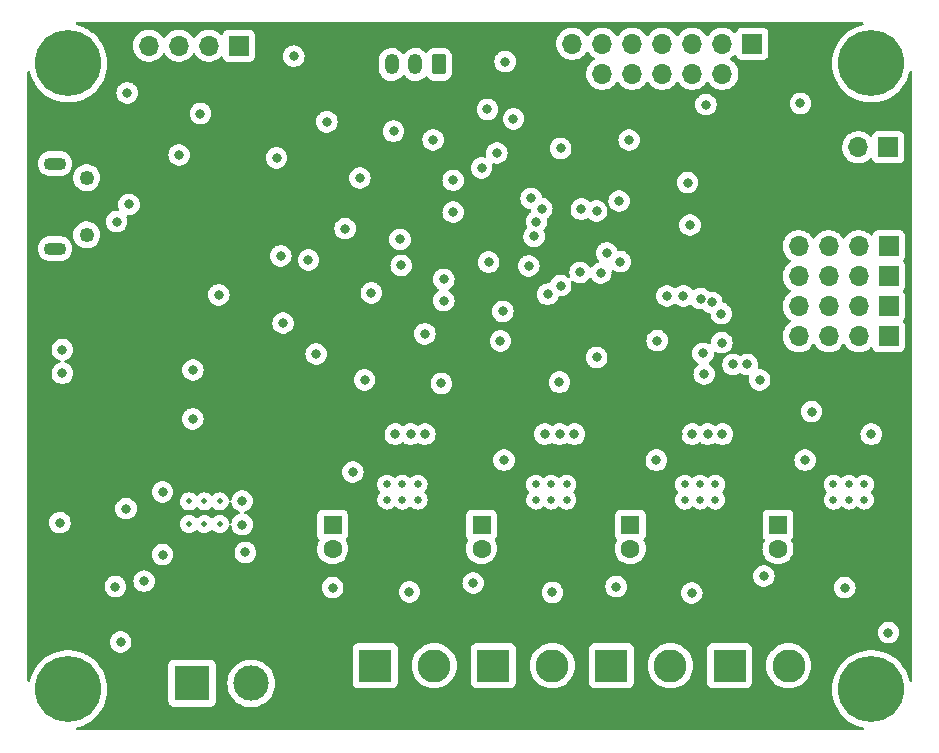
<source format=gbr>
%TF.GenerationSoftware,KiCad,Pcbnew,(7.0.0)*%
%TF.CreationDate,2023-05-21T11:33:29-07:00*%
%TF.ProjectId,smart_motor_controller,736d6172-745f-46d6-9f74-6f725f636f6e,0.1.1*%
%TF.SameCoordinates,Original*%
%TF.FileFunction,Copper,L2,Inr*%
%TF.FilePolarity,Positive*%
%FSLAX46Y46*%
G04 Gerber Fmt 4.6, Leading zero omitted, Abs format (unit mm)*
G04 Created by KiCad (PCBNEW (7.0.0)) date 2023-05-21 11:33:29*
%MOMM*%
%LPD*%
G01*
G04 APERTURE LIST*
G04 Aperture macros list*
%AMRoundRect*
0 Rectangle with rounded corners*
0 $1 Rounding radius*
0 $2 $3 $4 $5 $6 $7 $8 $9 X,Y pos of 4 corners*
0 Add a 4 corners polygon primitive as box body*
4,1,4,$2,$3,$4,$5,$6,$7,$8,$9,$2,$3,0*
0 Add four circle primitives for the rounded corners*
1,1,$1+$1,$2,$3*
1,1,$1+$1,$4,$5*
1,1,$1+$1,$6,$7*
1,1,$1+$1,$8,$9*
0 Add four rect primitives between the rounded corners*
20,1,$1+$1,$2,$3,$4,$5,0*
20,1,$1+$1,$4,$5,$6,$7,0*
20,1,$1+$1,$6,$7,$8,$9,0*
20,1,$1+$1,$8,$9,$2,$3,0*%
G04 Aperture macros list end*
%TA.AperFunction,ComponentPad*%
%ADD10R,3.000000X3.000000*%
%TD*%
%TA.AperFunction,ComponentPad*%
%ADD11C,3.000000*%
%TD*%
%TA.AperFunction,ComponentPad*%
%ADD12O,1.900000X1.100000*%
%TD*%
%TA.AperFunction,ComponentPad*%
%ADD13C,1.250000*%
%TD*%
%TA.AperFunction,ComponentPad*%
%ADD14R,1.600000X1.600000*%
%TD*%
%TA.AperFunction,ComponentPad*%
%ADD15C,1.600000*%
%TD*%
%TA.AperFunction,ComponentPad*%
%ADD16R,2.800000X2.800000*%
%TD*%
%TA.AperFunction,ComponentPad*%
%ADD17C,2.800000*%
%TD*%
%TA.AperFunction,ComponentPad*%
%ADD18C,0.500000*%
%TD*%
%TA.AperFunction,ComponentPad*%
%ADD19R,1.700000X1.700000*%
%TD*%
%TA.AperFunction,ComponentPad*%
%ADD20O,1.700000X1.700000*%
%TD*%
%TA.AperFunction,ComponentPad*%
%ADD21C,0.630000*%
%TD*%
%TA.AperFunction,ComponentPad*%
%ADD22C,5.600000*%
%TD*%
%TA.AperFunction,ComponentPad*%
%ADD23RoundRect,0.250000X0.350000X0.625000X-0.350000X0.625000X-0.350000X-0.625000X0.350000X-0.625000X0*%
%TD*%
%TA.AperFunction,ComponentPad*%
%ADD24O,1.200000X1.750000*%
%TD*%
%TA.AperFunction,ViaPad*%
%ADD25C,0.800000*%
%TD*%
G04 APERTURE END LIST*
D10*
%TO.N,GND*%
%TO.C,J9*%
X136999999Y-111499999D03*
D11*
%TO.N,VMOTORS*%
X142000000Y-111500000D03*
%TD*%
D12*
%TO.N,GND*%
%TO.C,J10*%
X125399999Y-67499999D03*
D13*
X128070000Y-68675000D03*
X128070000Y-73525000D03*
D12*
X125399999Y-74699999D03*
%TD*%
D14*
%TO.N,VMOTORS*%
%TO.C,C302*%
X148899999Y-98099999D03*
D15*
%TO.N,GND*%
X148900000Y-100100000D03*
%TD*%
D14*
%TO.N,VMOTORS*%
%TO.C,C304*%
X161499999Y-98099999D03*
D15*
%TO.N,GND*%
X161500000Y-100100000D03*
%TD*%
D14*
%TO.N,VMOTORS*%
%TO.C,C306*%
X174099999Y-98099999D03*
D15*
%TO.N,GND*%
X174100000Y-100100000D03*
%TD*%
D14*
%TO.N,VMOTORS*%
%TO.C,C308*%
X186599999Y-98099999D03*
D15*
%TO.N,GND*%
X186600000Y-100100000D03*
%TD*%
D16*
%TO.N,Net-(J301-Pin_1)*%
%TO.C,J301*%
X152499999Y-109999999D03*
D17*
%TO.N,Net-(J301-Pin_2)*%
X157500000Y-110000000D03*
%TD*%
D16*
%TO.N,Net-(J302-Pin_1)*%
%TO.C,J302*%
X172499999Y-109999999D03*
D17*
%TO.N,Net-(J302-Pin_2)*%
X177500000Y-110000000D03*
%TD*%
D16*
%TO.N,Net-(J303-Pin_1)*%
%TO.C,J303*%
X162499999Y-109999999D03*
D17*
%TO.N,Net-(J303-Pin_2)*%
X167500000Y-110000000D03*
%TD*%
D16*
%TO.N,Net-(J304-Pin_1)*%
%TO.C,J304*%
X182499999Y-109999999D03*
D17*
%TO.N,Net-(J304-Pin_2)*%
X187500000Y-110000000D03*
%TD*%
D18*
%TO.N,GND*%
%TO.C,U201*%
X136735000Y-98005000D03*
X138035000Y-98005000D03*
X139335000Y-98005000D03*
X136735000Y-96095000D03*
X138035000Y-96095000D03*
X139335000Y-96095000D03*
%TD*%
D19*
%TO.N,GND*%
%TO.C,J309*%
X195939999Y-66099999D03*
D20*
%TO.N,V_ENCODER*%
X193399999Y-66099999D03*
%TD*%
D19*
%TO.N,GND*%
%TO.C,J310*%
X195974999Y-82099999D03*
X195974999Y-79559999D03*
X195974999Y-77019999D03*
X195974999Y-74479999D03*
D20*
%TO.N,V_ENCODER*%
X193434999Y-82099999D03*
X193434999Y-79559999D03*
X193434999Y-77019999D03*
X193434999Y-74479999D03*
%TO.N,ENCODER_0_B*%
X190894999Y-82099999D03*
%TO.N,ENCODER_0_A*%
X188354999Y-82099999D03*
%TO.N,ENCODER_1_B*%
X190894999Y-79559999D03*
%TO.N,ENCODER_1_A*%
X188354999Y-79559999D03*
%TO.N,ENCODER_2_B*%
X190894999Y-77019999D03*
%TO.N,ENCODER_2_A*%
X188354999Y-77019999D03*
%TO.N,ENCODER_3_B*%
X190894999Y-74479999D03*
%TO.N,ENCODER_3_A*%
X188354999Y-74479999D03*
%TD*%
D19*
%TO.N,GND*%
%TO.C,J104*%
X140949999Y-57499999D03*
D20*
%TO.N,SWCLK*%
X138409999Y-57499999D03*
%TO.N,SWDIO*%
X135869999Y-57499999D03*
%TO.N,NRST*%
X133329999Y-57499999D03*
%TD*%
D21*
%TO.N,GND*%
%TO.C,U301*%
X156100000Y-94650000D03*
X154800000Y-94650000D03*
X153500000Y-94650000D03*
X156100000Y-95950000D03*
X154800000Y-95950000D03*
X153500000Y-95950000D03*
%TD*%
%TO.N,GND*%
%TO.C,U302*%
X181300000Y-94650000D03*
X180000000Y-94650000D03*
X178700000Y-94650000D03*
X181300000Y-95950000D03*
X180000000Y-95950000D03*
X178700000Y-95950000D03*
%TD*%
%TO.N,GND*%
%TO.C,U303*%
X168700000Y-94650000D03*
X167400000Y-94650000D03*
X166100000Y-94650000D03*
X168700000Y-95950000D03*
X167400000Y-95950000D03*
X166100000Y-95950000D03*
%TD*%
%TO.N,GND*%
%TO.C,U304*%
X193900000Y-94650000D03*
X192600000Y-94650000D03*
X191300000Y-94650000D03*
X193900000Y-95950000D03*
X192600000Y-95950000D03*
X191300000Y-95950000D03*
%TD*%
D22*
%TO.N,GND*%
%TO.C,H203*%
X194500000Y-112000000D03*
%TD*%
%TO.N,GND*%
%TO.C,H204*%
X126500000Y-112000000D03*
%TD*%
%TO.N,GND*%
%TO.C,H202*%
X194500000Y-59000000D03*
%TD*%
D19*
%TO.N,GND*%
%TO.C,J101*%
X184429999Y-57349999D03*
D20*
%TO.N,+3V3*%
X184429999Y-59889999D03*
%TO.N,CAN2_TX*%
X181889999Y-57349999D03*
%TO.N,CAN2_RX*%
X181889999Y-59889999D03*
%TO.N,USART3_TX*%
X179349999Y-57349999D03*
%TO.N,USART3_RX*%
X179349999Y-59889999D03*
%TO.N,GPIO2*%
X176809999Y-57349999D03*
%TO.N,GPIO3*%
X176809999Y-59889999D03*
%TO.N,GPIO0*%
X174269999Y-57349999D03*
%TO.N,GPIO1*%
X174269999Y-59889999D03*
%TO.N,I2C1_SDA*%
X171729999Y-57349999D03*
%TO.N,I2C1_SCL*%
X171729999Y-59889999D03*
%TO.N,GND*%
X169189999Y-57349999D03*
%TO.N,+3V3*%
X169189999Y-59889999D03*
%TD*%
D22*
%TO.N,GND*%
%TO.C,H201*%
X126500000Y-59000000D03*
%TD*%
D23*
%TO.N,GND*%
%TO.C,J102*%
X157900000Y-59100000D03*
D24*
%TO.N,I2C2_SCL*%
X155899999Y-59099999D03*
%TO.N,I2C2_SDA*%
X153899999Y-59099999D03*
%TO.N,+3V3*%
X151899999Y-59099999D03*
%TD*%
D25*
%TO.N,GND*%
X150600000Y-93600000D03*
X167500000Y-103800000D03*
X179300000Y-103850000D03*
X192250000Y-103400000D03*
X181900000Y-90400000D03*
X194500000Y-90400000D03*
X169355113Y-90400000D03*
X156700000Y-90400000D03*
X144150000Y-67000000D03*
X144700000Y-81000000D03*
X147500000Y-83600000D03*
X164200000Y-63700000D03*
X161500000Y-67860000D03*
X159100000Y-68900000D03*
X159100000Y-71600000D03*
X154700000Y-76100000D03*
X158300000Y-79100000D03*
X176375000Y-82475000D03*
X154600000Y-73900000D03*
X178950000Y-69100000D03*
X179150000Y-72700000D03*
X171250000Y-83900000D03*
X163100000Y-82500000D03*
X162100000Y-75840000D03*
X162800000Y-66600000D03*
X158300000Y-77300000D03*
X165700000Y-70440000D03*
X195950000Y-107200000D03*
X145600000Y-58400000D03*
X172900000Y-103300000D03*
X149950000Y-73000000D03*
X148400000Y-63950000D03*
X160800000Y-103000000D03*
X139250000Y-78600000D03*
X168100000Y-86000000D03*
X135900000Y-66750000D03*
X155400000Y-103750000D03*
X163400000Y-92600000D03*
X132935000Y-102850000D03*
X131400000Y-96700000D03*
X189450000Y-88500000D03*
X176300000Y-92600000D03*
X181800000Y-80200000D03*
X131500000Y-61500000D03*
X137065000Y-84962500D03*
X130600000Y-72400000D03*
X180350000Y-85300000D03*
X163500000Y-58850000D03*
X158100000Y-86100000D03*
X141235000Y-98050000D03*
X141500000Y-100400000D03*
X131650000Y-70950000D03*
X148900000Y-103400000D03*
X125800000Y-97900000D03*
X185050000Y-85800000D03*
X180500000Y-62500000D03*
X188500000Y-62400000D03*
X137050000Y-89100000D03*
X141235000Y-96050000D03*
X130950000Y-108000000D03*
X151600000Y-85800000D03*
X130500000Y-103300000D03*
X185400000Y-102400000D03*
X151200000Y-68700000D03*
X188900000Y-92600000D03*
X137700000Y-63250000D03*
X126010000Y-85237500D03*
X126010000Y-83237500D03*
%TO.N,+3V3*%
X134710000Y-83037500D03*
X141450000Y-64500000D03*
X175950000Y-67200000D03*
X176475000Y-80925000D03*
X158300000Y-80900000D03*
X163050000Y-67860000D03*
X165730000Y-63700000D03*
X166100000Y-83900000D03*
X190700000Y-90400000D03*
X186550000Y-68300000D03*
X165555113Y-90400000D03*
X159650000Y-63250000D03*
X152850000Y-90400000D03*
X178100000Y-90400000D03*
X130500000Y-101500000D03*
X150200000Y-63250000D03*
X132100000Y-78450000D03*
X131710000Y-83037500D03*
X133210000Y-83025000D03*
%TO.N,LED*%
X152169670Y-78430330D03*
X163300000Y-80000000D03*
%TO.N,Net-(U201-BOOT)*%
X134490000Y-95300000D03*
X134490000Y-100605417D03*
%TO.N,NRST*%
X165500000Y-76150000D03*
X156700000Y-81900000D03*
%TO.N,SWCLK*%
X174000000Y-65500000D03*
%TO.N,SWDIO*%
X166600000Y-71300000D03*
%TO.N,BOOT0*%
X168200000Y-66200000D03*
X162000000Y-62900000D03*
%TO.N,M2_OUT2*%
X168105113Y-90400000D03*
X181000000Y-79250000D03*
%TO.N,USB_D+*%
X144500000Y-75300000D03*
X166150000Y-72400000D03*
%TO.N,USB_D-*%
X146850000Y-75650000D03*
X165950000Y-73650000D03*
%TO.N,CAN2_TX*%
X171600000Y-76750000D03*
%TO.N,CAN2_RX*%
X169850000Y-76700000D03*
%TO.N,M2_OUT1*%
X166855113Y-90400000D03*
X180051789Y-78933930D03*
%TO.N,M1_OUT2*%
X180650000Y-90400000D03*
X184000000Y-84500000D03*
%TO.N,M1_OUT1*%
X179350000Y-90400000D03*
X182800000Y-84500000D03*
%TO.N,M0_OUT2*%
X155500000Y-90400000D03*
X178600000Y-78700000D03*
%TO.N,M0_OUT1*%
X154200000Y-90400000D03*
X177200000Y-78700000D03*
%TO.N,I2C2_SCL*%
X167100000Y-78550000D03*
X157400000Y-65474500D03*
%TO.N,I2C2_SDA*%
X168200000Y-77825500D03*
X154050000Y-64750000D03*
%TO.N,ENCODER_2_B*%
X169950000Y-71350000D03*
%TO.N,ENCODER_2_A*%
X171250000Y-71500000D03*
%TO.N,ENCODER_0_B*%
X181850000Y-82650000D03*
%TO.N,ENCODER_0_A*%
X180250000Y-83550000D03*
%TO.N,ENCODER_1_B*%
X173250000Y-75800000D03*
%TO.N,ENCODER_1_A*%
X172100000Y-75050000D03*
%TO.N,ENCODER_3_B*%
X173150000Y-70650000D03*
%TD*%
%TA.AperFunction,Conductor*%
%TO.N,+3V3*%
G36*
X193794795Y-55540177D02*
G01*
X193840065Y-55580790D01*
X193861037Y-55637877D01*
X193852827Y-55698137D01*
X193817347Y-55747532D01*
X193762862Y-55774554D01*
X193616918Y-55806678D01*
X193616902Y-55806682D01*
X193613583Y-55807413D01*
X193610357Y-55808499D01*
X193610346Y-55808503D01*
X193276841Y-55920874D01*
X193276830Y-55920878D01*
X193273599Y-55921967D01*
X193270517Y-55923392D01*
X193270499Y-55923400D01*
X192951084Y-56071177D01*
X192951070Y-56071183D01*
X192947995Y-56072607D01*
X192945087Y-56074356D01*
X192945075Y-56074363D01*
X192643518Y-56255804D01*
X192643506Y-56255811D01*
X192640586Y-56257569D01*
X192637870Y-56259632D01*
X192637862Y-56259639D01*
X192357695Y-56472616D01*
X192357685Y-56472623D01*
X192354977Y-56474683D01*
X192352502Y-56477026D01*
X192352493Y-56477035D01*
X192096996Y-56719055D01*
X192096988Y-56719062D01*
X192094516Y-56721405D01*
X192092319Y-56723991D01*
X192092310Y-56724001D01*
X191864458Y-56992250D01*
X191864451Y-56992259D01*
X191862258Y-56994841D01*
X191860352Y-56997651D01*
X191860349Y-56997656D01*
X191662836Y-57288965D01*
X191662828Y-57288978D01*
X191660925Y-57291785D01*
X191659338Y-57294778D01*
X191659328Y-57294795D01*
X191494477Y-57605737D01*
X191494469Y-57605753D01*
X191492877Y-57608757D01*
X191491620Y-57611909D01*
X191491611Y-57611931D01*
X191368122Y-57921867D01*
X191360085Y-57942039D01*
X191359174Y-57945320D01*
X191359171Y-57945329D01*
X191265017Y-58284437D01*
X191265012Y-58284457D01*
X191264105Y-58287726D01*
X191263555Y-58291078D01*
X191263552Y-58291094D01*
X191206683Y-58637987D01*
X191206064Y-58641763D01*
X191205879Y-58645156D01*
X191205879Y-58645166D01*
X191190370Y-58931225D01*
X191186641Y-59000000D01*
X191186826Y-59003412D01*
X191201214Y-59268794D01*
X191206064Y-59358237D01*
X191206614Y-59361593D01*
X191206615Y-59361600D01*
X191263552Y-59708905D01*
X191263554Y-59708917D01*
X191264105Y-59712274D01*
X191265013Y-59715546D01*
X191265017Y-59715562D01*
X191358980Y-60053981D01*
X191360085Y-60057961D01*
X191361347Y-60061130D01*
X191361348Y-60061131D01*
X191491611Y-60388068D01*
X191491617Y-60388082D01*
X191492877Y-60391243D01*
X191494473Y-60394253D01*
X191494477Y-60394262D01*
X191659328Y-60705204D01*
X191659333Y-60705213D01*
X191660925Y-60708215D01*
X191662833Y-60711029D01*
X191662836Y-60711034D01*
X191737486Y-60821134D01*
X191862258Y-61005159D01*
X191864458Y-61007749D01*
X192038205Y-61212301D01*
X192094516Y-61278595D01*
X192354977Y-61525317D01*
X192640586Y-61742431D01*
X192947995Y-61927393D01*
X192951085Y-61928822D01*
X192951084Y-61928822D01*
X193195392Y-62041851D01*
X193273599Y-62078033D01*
X193613583Y-62192587D01*
X193963958Y-62269711D01*
X194320618Y-62308500D01*
X194675967Y-62308500D01*
X194679382Y-62308500D01*
X195036042Y-62269711D01*
X195386417Y-62192587D01*
X195726401Y-62078033D01*
X196052005Y-61927393D01*
X196359414Y-61742431D01*
X196645023Y-61525317D01*
X196905484Y-61278595D01*
X197137742Y-61005159D01*
X197339075Y-60708215D01*
X197507123Y-60391243D01*
X197639915Y-60057961D01*
X197727092Y-59743976D01*
X197756246Y-59691864D01*
X197806119Y-59659026D01*
X197865510Y-59652838D01*
X197921081Y-59674690D01*
X197960351Y-59719673D01*
X197974500Y-59777685D01*
X197974500Y-111222315D01*
X197960351Y-111280327D01*
X197921081Y-111325310D01*
X197865510Y-111347162D01*
X197806119Y-111340974D01*
X197756246Y-111308136D01*
X197727093Y-111256024D01*
X197666574Y-111038057D01*
X197639915Y-110942039D01*
X197507123Y-110608757D01*
X197339075Y-110291785D01*
X197137742Y-109994841D01*
X196905484Y-109721405D01*
X196645023Y-109474683D01*
X196359414Y-109257569D01*
X196279302Y-109209367D01*
X196054924Y-109074363D01*
X196054919Y-109074360D01*
X196052005Y-109072607D01*
X196048921Y-109071180D01*
X196048915Y-109071177D01*
X195729500Y-108923400D01*
X195729488Y-108923395D01*
X195726401Y-108921967D01*
X195723162Y-108920875D01*
X195723158Y-108920874D01*
X195389653Y-108808503D01*
X195389647Y-108808501D01*
X195386417Y-108807413D01*
X195383092Y-108806681D01*
X195383081Y-108806678D01*
X195039373Y-108731022D01*
X195039369Y-108731021D01*
X195036042Y-108730289D01*
X195026492Y-108729250D01*
X194682780Y-108691869D01*
X194682769Y-108691868D01*
X194679382Y-108691500D01*
X194320618Y-108691500D01*
X194317231Y-108691868D01*
X194317219Y-108691869D01*
X193967350Y-108729920D01*
X193967348Y-108729920D01*
X193963958Y-108730289D01*
X193960633Y-108731020D01*
X193960626Y-108731022D01*
X193616918Y-108806678D01*
X193616902Y-108806682D01*
X193613583Y-108807413D01*
X193610357Y-108808499D01*
X193610346Y-108808503D01*
X193276841Y-108920874D01*
X193276830Y-108920878D01*
X193273599Y-108921967D01*
X193270517Y-108923392D01*
X193270499Y-108923400D01*
X192951084Y-109071177D01*
X192951070Y-109071183D01*
X192947995Y-109072607D01*
X192945087Y-109074356D01*
X192945075Y-109074363D01*
X192643518Y-109255804D01*
X192643506Y-109255811D01*
X192640586Y-109257569D01*
X192637870Y-109259632D01*
X192637862Y-109259639D01*
X192357695Y-109472616D01*
X192357685Y-109472623D01*
X192354977Y-109474683D01*
X192352502Y-109477026D01*
X192352493Y-109477035D01*
X192096996Y-109719055D01*
X192096988Y-109719062D01*
X192094516Y-109721405D01*
X192092319Y-109723991D01*
X192092310Y-109724001D01*
X191864458Y-109992250D01*
X191864451Y-109992259D01*
X191862258Y-109994841D01*
X191860352Y-109997651D01*
X191860349Y-109997656D01*
X191662836Y-110288965D01*
X191662828Y-110288978D01*
X191660925Y-110291785D01*
X191659338Y-110294778D01*
X191659328Y-110294795D01*
X191494477Y-110605737D01*
X191494469Y-110605753D01*
X191492877Y-110608757D01*
X191491620Y-110611909D01*
X191491611Y-110611931D01*
X191361348Y-110938868D01*
X191360085Y-110942039D01*
X191359174Y-110945320D01*
X191359171Y-110945329D01*
X191265017Y-111284437D01*
X191265012Y-111284457D01*
X191264105Y-111287726D01*
X191263555Y-111291078D01*
X191263552Y-111291094D01*
X191206615Y-111638399D01*
X191206064Y-111641763D01*
X191205879Y-111645156D01*
X191205879Y-111645166D01*
X191191602Y-111908500D01*
X191186641Y-112000000D01*
X191186826Y-112003412D01*
X191205105Y-112340561D01*
X191206064Y-112358237D01*
X191206614Y-112361593D01*
X191206615Y-112361600D01*
X191263552Y-112708905D01*
X191263554Y-112708917D01*
X191264105Y-112712274D01*
X191265013Y-112715546D01*
X191265017Y-112715562D01*
X191359171Y-113054670D01*
X191360085Y-113057961D01*
X191361347Y-113061130D01*
X191361348Y-113061131D01*
X191491611Y-113388068D01*
X191491617Y-113388082D01*
X191492877Y-113391243D01*
X191494473Y-113394253D01*
X191494477Y-113394262D01*
X191659328Y-113705204D01*
X191659333Y-113705213D01*
X191660925Y-113708215D01*
X191862258Y-114005159D01*
X192094516Y-114278595D01*
X192354977Y-114525317D01*
X192640586Y-114742431D01*
X192947995Y-114927393D01*
X192951085Y-114928822D01*
X192951084Y-114928822D01*
X193164522Y-115027569D01*
X193273599Y-115078033D01*
X193613583Y-115192587D01*
X193616919Y-115193321D01*
X193616918Y-115193321D01*
X193762862Y-115225446D01*
X193817347Y-115252468D01*
X193852827Y-115301863D01*
X193861037Y-115362123D01*
X193840065Y-115419210D01*
X193794795Y-115459823D01*
X193735776Y-115474500D01*
X127264224Y-115474500D01*
X127205205Y-115459823D01*
X127159935Y-115419210D01*
X127138963Y-115362123D01*
X127147173Y-115301863D01*
X127182653Y-115252468D01*
X127237138Y-115225446D01*
X127386417Y-115192587D01*
X127726401Y-115078033D01*
X128052005Y-114927393D01*
X128359414Y-114742431D01*
X128645023Y-114525317D01*
X128905484Y-114278595D01*
X129137742Y-114005159D01*
X129339075Y-113708215D01*
X129507123Y-113391243D01*
X129639915Y-113057961D01*
X129642504Y-113048638D01*
X134991500Y-113048638D01*
X134991859Y-113051985D01*
X134991860Y-113051988D01*
X134997168Y-113101367D01*
X134997169Y-113101373D01*
X134998011Y-113109201D01*
X135000762Y-113116578D01*
X135000763Y-113116580D01*
X135045962Y-113237763D01*
X135045964Y-113237766D01*
X135049111Y-113246204D01*
X135054508Y-113253414D01*
X135054510Y-113253417D01*
X135081296Y-113289198D01*
X135136739Y-113363261D01*
X135253796Y-113450889D01*
X135390799Y-113501989D01*
X135451362Y-113508500D01*
X138545269Y-113508500D01*
X138548638Y-113508500D01*
X138609201Y-113501989D01*
X138746204Y-113450889D01*
X138863261Y-113363261D01*
X138950889Y-113246204D01*
X139001989Y-113109201D01*
X139008500Y-113048638D01*
X139008500Y-111500000D01*
X139986807Y-111500000D01*
X139987101Y-111504298D01*
X140005183Y-111768659D01*
X140005558Y-111774130D01*
X140006431Y-111778331D01*
X140006432Y-111778338D01*
X140050773Y-111991715D01*
X140061462Y-112043153D01*
X140062899Y-112047196D01*
X140062902Y-112047207D01*
X140152037Y-112298008D01*
X140152040Y-112298015D01*
X140153477Y-112302058D01*
X140155451Y-112305869D01*
X140155453Y-112305872D01*
X140277906Y-112542197D01*
X140277909Y-112542202D01*
X140279889Y-112546023D01*
X140438343Y-112770502D01*
X140625889Y-112971314D01*
X140839031Y-113144718D01*
X141073800Y-113287484D01*
X141325823Y-113396953D01*
X141590404Y-113471085D01*
X141862615Y-113508500D01*
X142133080Y-113508500D01*
X142137385Y-113508500D01*
X142409596Y-113471085D01*
X142674177Y-113396953D01*
X142926200Y-113287484D01*
X143160969Y-113144718D01*
X143374111Y-112971314D01*
X143561657Y-112770502D01*
X143720111Y-112546023D01*
X143846523Y-112302058D01*
X143938538Y-112043153D01*
X143994442Y-111774130D01*
X144013193Y-111500000D01*
X144009680Y-111448638D01*
X150591500Y-111448638D01*
X150591859Y-111451985D01*
X150591860Y-111451988D01*
X150597168Y-111501367D01*
X150597169Y-111501373D01*
X150598011Y-111509201D01*
X150600762Y-111516578D01*
X150600763Y-111516580D01*
X150645962Y-111637763D01*
X150645964Y-111637766D01*
X150649111Y-111646204D01*
X150654508Y-111653414D01*
X150654510Y-111653417D01*
X150731340Y-111756049D01*
X150736739Y-111763261D01*
X150853796Y-111850889D01*
X150990799Y-111901989D01*
X151051362Y-111908500D01*
X153945269Y-111908500D01*
X153948638Y-111908500D01*
X154009201Y-111901989D01*
X154146204Y-111850889D01*
X154263261Y-111763261D01*
X154350889Y-111646204D01*
X154401989Y-111509201D01*
X154408500Y-111448638D01*
X154408500Y-110000000D01*
X155586625Y-110000000D01*
X155586946Y-110004488D01*
X155605778Y-110267810D01*
X155605779Y-110267820D01*
X155606100Y-110272302D01*
X155664130Y-110539060D01*
X155665699Y-110543266D01*
X155665700Y-110543270D01*
X155757961Y-110790632D01*
X155757964Y-110790639D01*
X155759533Y-110794845D01*
X155890367Y-111034449D01*
X156053968Y-111252994D01*
X156247006Y-111446032D01*
X156465551Y-111609633D01*
X156705155Y-111740467D01*
X156960940Y-111835870D01*
X157227698Y-111893900D01*
X157500000Y-111913375D01*
X157772302Y-111893900D01*
X158039060Y-111835870D01*
X158294845Y-111740467D01*
X158534449Y-111609633D01*
X158749513Y-111448638D01*
X160591500Y-111448638D01*
X160591859Y-111451985D01*
X160591860Y-111451988D01*
X160597168Y-111501367D01*
X160597169Y-111501373D01*
X160598011Y-111509201D01*
X160600762Y-111516578D01*
X160600763Y-111516580D01*
X160645962Y-111637763D01*
X160645964Y-111637766D01*
X160649111Y-111646204D01*
X160654508Y-111653414D01*
X160654510Y-111653417D01*
X160731340Y-111756049D01*
X160736739Y-111763261D01*
X160853796Y-111850889D01*
X160990799Y-111901989D01*
X161051362Y-111908500D01*
X163945269Y-111908500D01*
X163948638Y-111908500D01*
X164009201Y-111901989D01*
X164146204Y-111850889D01*
X164263261Y-111763261D01*
X164350889Y-111646204D01*
X164401989Y-111509201D01*
X164408500Y-111448638D01*
X164408500Y-110000000D01*
X165586625Y-110000000D01*
X165586946Y-110004488D01*
X165605778Y-110267810D01*
X165605779Y-110267820D01*
X165606100Y-110272302D01*
X165664130Y-110539060D01*
X165665699Y-110543266D01*
X165665700Y-110543270D01*
X165757961Y-110790632D01*
X165757964Y-110790639D01*
X165759533Y-110794845D01*
X165890367Y-111034449D01*
X166053968Y-111252994D01*
X166247006Y-111446032D01*
X166465551Y-111609633D01*
X166705155Y-111740467D01*
X166960940Y-111835870D01*
X167227698Y-111893900D01*
X167500000Y-111913375D01*
X167772302Y-111893900D01*
X168039060Y-111835870D01*
X168294845Y-111740467D01*
X168534449Y-111609633D01*
X168749513Y-111448638D01*
X170591500Y-111448638D01*
X170591859Y-111451985D01*
X170591860Y-111451988D01*
X170597168Y-111501367D01*
X170597169Y-111501373D01*
X170598011Y-111509201D01*
X170600762Y-111516578D01*
X170600763Y-111516580D01*
X170645962Y-111637763D01*
X170645964Y-111637766D01*
X170649111Y-111646204D01*
X170654508Y-111653414D01*
X170654510Y-111653417D01*
X170731340Y-111756049D01*
X170736739Y-111763261D01*
X170853796Y-111850889D01*
X170990799Y-111901989D01*
X171051362Y-111908500D01*
X173945269Y-111908500D01*
X173948638Y-111908500D01*
X174009201Y-111901989D01*
X174146204Y-111850889D01*
X174263261Y-111763261D01*
X174350889Y-111646204D01*
X174401989Y-111509201D01*
X174408500Y-111448638D01*
X174408500Y-110000000D01*
X175586625Y-110000000D01*
X175586946Y-110004488D01*
X175605778Y-110267810D01*
X175605779Y-110267820D01*
X175606100Y-110272302D01*
X175664130Y-110539060D01*
X175665699Y-110543266D01*
X175665700Y-110543270D01*
X175757961Y-110790632D01*
X175757964Y-110790639D01*
X175759533Y-110794845D01*
X175890367Y-111034449D01*
X176053968Y-111252994D01*
X176247006Y-111446032D01*
X176465551Y-111609633D01*
X176705155Y-111740467D01*
X176960940Y-111835870D01*
X177227698Y-111893900D01*
X177500000Y-111913375D01*
X177772302Y-111893900D01*
X178039060Y-111835870D01*
X178294845Y-111740467D01*
X178534449Y-111609633D01*
X178749513Y-111448638D01*
X180591500Y-111448638D01*
X180591859Y-111451985D01*
X180591860Y-111451988D01*
X180597168Y-111501367D01*
X180597169Y-111501373D01*
X180598011Y-111509201D01*
X180600762Y-111516578D01*
X180600763Y-111516580D01*
X180645962Y-111637763D01*
X180645964Y-111637766D01*
X180649111Y-111646204D01*
X180654508Y-111653414D01*
X180654510Y-111653417D01*
X180731340Y-111756049D01*
X180736739Y-111763261D01*
X180853796Y-111850889D01*
X180990799Y-111901989D01*
X181051362Y-111908500D01*
X183945269Y-111908500D01*
X183948638Y-111908500D01*
X184009201Y-111901989D01*
X184146204Y-111850889D01*
X184263261Y-111763261D01*
X184350889Y-111646204D01*
X184401989Y-111509201D01*
X184408500Y-111448638D01*
X184408500Y-110000000D01*
X185586625Y-110000000D01*
X185586946Y-110004488D01*
X185605778Y-110267810D01*
X185605779Y-110267820D01*
X185606100Y-110272302D01*
X185664130Y-110539060D01*
X185665699Y-110543266D01*
X185665700Y-110543270D01*
X185757961Y-110790632D01*
X185757964Y-110790639D01*
X185759533Y-110794845D01*
X185890367Y-111034449D01*
X186053968Y-111252994D01*
X186247006Y-111446032D01*
X186465551Y-111609633D01*
X186705155Y-111740467D01*
X186960940Y-111835870D01*
X187227698Y-111893900D01*
X187500000Y-111913375D01*
X187772302Y-111893900D01*
X188039060Y-111835870D01*
X188294845Y-111740467D01*
X188534449Y-111609633D01*
X188752994Y-111446032D01*
X188946032Y-111252994D01*
X189109633Y-111034449D01*
X189240467Y-110794845D01*
X189335870Y-110539060D01*
X189393900Y-110272302D01*
X189413375Y-110000000D01*
X189393900Y-109727698D01*
X189335870Y-109460940D01*
X189240467Y-109205155D01*
X189109633Y-108965551D01*
X188946032Y-108747006D01*
X188752994Y-108553968D01*
X188534449Y-108390367D01*
X188294845Y-108259533D01*
X188290639Y-108257964D01*
X188290632Y-108257961D01*
X188043270Y-108165700D01*
X188043266Y-108165699D01*
X188039060Y-108164130D01*
X188034665Y-108163174D01*
X188034662Y-108163173D01*
X187776706Y-108107058D01*
X187776705Y-108107057D01*
X187772302Y-108106100D01*
X187767820Y-108105779D01*
X187767810Y-108105778D01*
X187504488Y-108086946D01*
X187500000Y-108086625D01*
X187495512Y-108086946D01*
X187232189Y-108105778D01*
X187232177Y-108105779D01*
X187227698Y-108106100D01*
X187223296Y-108107057D01*
X187223293Y-108107058D01*
X186965337Y-108163173D01*
X186965330Y-108163174D01*
X186960940Y-108164130D01*
X186956736Y-108165697D01*
X186956729Y-108165700D01*
X186709367Y-108257961D01*
X186709355Y-108257966D01*
X186705155Y-108259533D01*
X186701207Y-108261688D01*
X186701202Y-108261691D01*
X186469510Y-108388205D01*
X186465551Y-108390367D01*
X186461948Y-108393063D01*
X186461942Y-108393068D01*
X186250609Y-108551270D01*
X186250602Y-108551276D01*
X186247006Y-108553968D01*
X186243827Y-108557146D01*
X186243820Y-108557153D01*
X186057153Y-108743820D01*
X186057146Y-108743827D01*
X186053968Y-108747006D01*
X186051276Y-108750602D01*
X186051270Y-108750609D01*
X185893068Y-108961942D01*
X185893063Y-108961948D01*
X185890367Y-108965551D01*
X185888206Y-108969507D01*
X185888205Y-108969510D01*
X185761691Y-109201202D01*
X185761688Y-109201207D01*
X185759533Y-109205155D01*
X185757966Y-109209355D01*
X185757961Y-109209367D01*
X185665700Y-109456729D01*
X185665697Y-109456736D01*
X185664130Y-109460940D01*
X185663174Y-109465330D01*
X185663173Y-109465337D01*
X185608916Y-109714752D01*
X185606100Y-109727698D01*
X185605779Y-109732177D01*
X185605778Y-109732189D01*
X185589863Y-109954731D01*
X185586625Y-110000000D01*
X184408500Y-110000000D01*
X184408500Y-108551362D01*
X184401989Y-108490799D01*
X184350889Y-108353796D01*
X184263261Y-108236739D01*
X184256049Y-108231340D01*
X184153417Y-108154510D01*
X184153414Y-108154508D01*
X184146204Y-108149111D01*
X184137766Y-108145964D01*
X184137763Y-108145962D01*
X184016580Y-108100763D01*
X184016578Y-108100762D01*
X184009201Y-108098011D01*
X184001373Y-108097169D01*
X184001367Y-108097168D01*
X183951988Y-108091860D01*
X183951985Y-108091859D01*
X183948638Y-108091500D01*
X181051362Y-108091500D01*
X181048015Y-108091859D01*
X181048011Y-108091860D01*
X180998632Y-108097168D01*
X180998625Y-108097169D01*
X180990799Y-108098011D01*
X180983423Y-108100761D01*
X180983419Y-108100763D01*
X180862236Y-108145962D01*
X180862230Y-108145965D01*
X180853796Y-108149111D01*
X180846588Y-108154506D01*
X180846582Y-108154510D01*
X180743950Y-108231340D01*
X180743946Y-108231343D01*
X180736739Y-108236739D01*
X180731343Y-108243946D01*
X180731340Y-108243950D01*
X180654510Y-108346582D01*
X180654506Y-108346588D01*
X180649111Y-108353796D01*
X180645965Y-108362230D01*
X180645962Y-108362236D01*
X180600763Y-108483419D01*
X180600761Y-108483423D01*
X180598011Y-108490799D01*
X180597169Y-108498625D01*
X180597168Y-108498632D01*
X180591860Y-108548011D01*
X180591500Y-108551362D01*
X180591500Y-111448638D01*
X178749513Y-111448638D01*
X178752994Y-111446032D01*
X178946032Y-111252994D01*
X179109633Y-111034449D01*
X179240467Y-110794845D01*
X179335870Y-110539060D01*
X179393900Y-110272302D01*
X179413375Y-110000000D01*
X179393900Y-109727698D01*
X179335870Y-109460940D01*
X179240467Y-109205155D01*
X179109633Y-108965551D01*
X178946032Y-108747006D01*
X178752994Y-108553968D01*
X178534449Y-108390367D01*
X178294845Y-108259533D01*
X178290639Y-108257964D01*
X178290632Y-108257961D01*
X178043270Y-108165700D01*
X178043266Y-108165699D01*
X178039060Y-108164130D01*
X178034665Y-108163174D01*
X178034662Y-108163173D01*
X177776706Y-108107058D01*
X177776705Y-108107057D01*
X177772302Y-108106100D01*
X177767820Y-108105779D01*
X177767810Y-108105778D01*
X177504488Y-108086946D01*
X177500000Y-108086625D01*
X177495512Y-108086946D01*
X177232189Y-108105778D01*
X177232177Y-108105779D01*
X177227698Y-108106100D01*
X177223296Y-108107057D01*
X177223293Y-108107058D01*
X176965337Y-108163173D01*
X176965330Y-108163174D01*
X176960940Y-108164130D01*
X176956736Y-108165697D01*
X176956729Y-108165700D01*
X176709367Y-108257961D01*
X176709355Y-108257966D01*
X176705155Y-108259533D01*
X176701207Y-108261688D01*
X176701202Y-108261691D01*
X176469510Y-108388205D01*
X176465551Y-108390367D01*
X176461948Y-108393063D01*
X176461942Y-108393068D01*
X176250609Y-108551270D01*
X176250602Y-108551276D01*
X176247006Y-108553968D01*
X176243827Y-108557146D01*
X176243820Y-108557153D01*
X176057153Y-108743820D01*
X176057146Y-108743827D01*
X176053968Y-108747006D01*
X176051276Y-108750602D01*
X176051270Y-108750609D01*
X175893068Y-108961942D01*
X175893063Y-108961948D01*
X175890367Y-108965551D01*
X175888206Y-108969507D01*
X175888205Y-108969510D01*
X175761691Y-109201202D01*
X175761688Y-109201207D01*
X175759533Y-109205155D01*
X175757966Y-109209355D01*
X175757961Y-109209367D01*
X175665700Y-109456729D01*
X175665697Y-109456736D01*
X175664130Y-109460940D01*
X175663174Y-109465330D01*
X175663173Y-109465337D01*
X175608916Y-109714752D01*
X175606100Y-109727698D01*
X175605779Y-109732177D01*
X175605778Y-109732189D01*
X175589863Y-109954731D01*
X175586625Y-110000000D01*
X174408500Y-110000000D01*
X174408500Y-108551362D01*
X174401989Y-108490799D01*
X174350889Y-108353796D01*
X174263261Y-108236739D01*
X174256049Y-108231340D01*
X174153417Y-108154510D01*
X174153414Y-108154508D01*
X174146204Y-108149111D01*
X174137766Y-108145964D01*
X174137763Y-108145962D01*
X174016580Y-108100763D01*
X174016578Y-108100762D01*
X174009201Y-108098011D01*
X174001373Y-108097169D01*
X174001367Y-108097168D01*
X173951988Y-108091860D01*
X173951985Y-108091859D01*
X173948638Y-108091500D01*
X171051362Y-108091500D01*
X171048015Y-108091859D01*
X171048011Y-108091860D01*
X170998632Y-108097168D01*
X170998625Y-108097169D01*
X170990799Y-108098011D01*
X170983423Y-108100761D01*
X170983419Y-108100763D01*
X170862236Y-108145962D01*
X170862230Y-108145965D01*
X170853796Y-108149111D01*
X170846588Y-108154506D01*
X170846582Y-108154510D01*
X170743950Y-108231340D01*
X170743946Y-108231343D01*
X170736739Y-108236739D01*
X170731343Y-108243946D01*
X170731340Y-108243950D01*
X170654510Y-108346582D01*
X170654506Y-108346588D01*
X170649111Y-108353796D01*
X170645965Y-108362230D01*
X170645962Y-108362236D01*
X170600763Y-108483419D01*
X170600761Y-108483423D01*
X170598011Y-108490799D01*
X170597169Y-108498625D01*
X170597168Y-108498632D01*
X170591860Y-108548011D01*
X170591500Y-108551362D01*
X170591500Y-111448638D01*
X168749513Y-111448638D01*
X168752994Y-111446032D01*
X168946032Y-111252994D01*
X169109633Y-111034449D01*
X169240467Y-110794845D01*
X169335870Y-110539060D01*
X169393900Y-110272302D01*
X169413375Y-110000000D01*
X169393900Y-109727698D01*
X169335870Y-109460940D01*
X169240467Y-109205155D01*
X169109633Y-108965551D01*
X168946032Y-108747006D01*
X168752994Y-108553968D01*
X168534449Y-108390367D01*
X168294845Y-108259533D01*
X168290639Y-108257964D01*
X168290632Y-108257961D01*
X168043270Y-108165700D01*
X168043266Y-108165699D01*
X168039060Y-108164130D01*
X168034665Y-108163174D01*
X168034662Y-108163173D01*
X167776706Y-108107058D01*
X167776705Y-108107057D01*
X167772302Y-108106100D01*
X167767820Y-108105779D01*
X167767810Y-108105778D01*
X167504488Y-108086946D01*
X167500000Y-108086625D01*
X167495512Y-108086946D01*
X167232189Y-108105778D01*
X167232177Y-108105779D01*
X167227698Y-108106100D01*
X167223296Y-108107057D01*
X167223293Y-108107058D01*
X166965337Y-108163173D01*
X166965330Y-108163174D01*
X166960940Y-108164130D01*
X166956736Y-108165697D01*
X166956729Y-108165700D01*
X166709367Y-108257961D01*
X166709355Y-108257966D01*
X166705155Y-108259533D01*
X166701207Y-108261688D01*
X166701202Y-108261691D01*
X166469510Y-108388205D01*
X166465551Y-108390367D01*
X166461948Y-108393063D01*
X166461942Y-108393068D01*
X166250609Y-108551270D01*
X166250602Y-108551276D01*
X166247006Y-108553968D01*
X166243827Y-108557146D01*
X166243820Y-108557153D01*
X166057153Y-108743820D01*
X166057146Y-108743827D01*
X166053968Y-108747006D01*
X166051276Y-108750602D01*
X166051270Y-108750609D01*
X165893068Y-108961942D01*
X165893063Y-108961948D01*
X165890367Y-108965551D01*
X165888206Y-108969507D01*
X165888205Y-108969510D01*
X165761691Y-109201202D01*
X165761688Y-109201207D01*
X165759533Y-109205155D01*
X165757966Y-109209355D01*
X165757961Y-109209367D01*
X165665700Y-109456729D01*
X165665697Y-109456736D01*
X165664130Y-109460940D01*
X165663174Y-109465330D01*
X165663173Y-109465337D01*
X165608916Y-109714752D01*
X165606100Y-109727698D01*
X165605779Y-109732177D01*
X165605778Y-109732189D01*
X165589863Y-109954731D01*
X165586625Y-110000000D01*
X164408500Y-110000000D01*
X164408500Y-108551362D01*
X164401989Y-108490799D01*
X164350889Y-108353796D01*
X164263261Y-108236739D01*
X164256049Y-108231340D01*
X164153417Y-108154510D01*
X164153414Y-108154508D01*
X164146204Y-108149111D01*
X164137766Y-108145964D01*
X164137763Y-108145962D01*
X164016580Y-108100763D01*
X164016578Y-108100762D01*
X164009201Y-108098011D01*
X164001373Y-108097169D01*
X164001367Y-108097168D01*
X163951988Y-108091860D01*
X163951985Y-108091859D01*
X163948638Y-108091500D01*
X161051362Y-108091500D01*
X161048015Y-108091859D01*
X161048011Y-108091860D01*
X160998632Y-108097168D01*
X160998625Y-108097169D01*
X160990799Y-108098011D01*
X160983423Y-108100761D01*
X160983419Y-108100763D01*
X160862236Y-108145962D01*
X160862230Y-108145965D01*
X160853796Y-108149111D01*
X160846588Y-108154506D01*
X160846582Y-108154510D01*
X160743950Y-108231340D01*
X160743946Y-108231343D01*
X160736739Y-108236739D01*
X160731343Y-108243946D01*
X160731340Y-108243950D01*
X160654510Y-108346582D01*
X160654506Y-108346588D01*
X160649111Y-108353796D01*
X160645965Y-108362230D01*
X160645962Y-108362236D01*
X160600763Y-108483419D01*
X160600761Y-108483423D01*
X160598011Y-108490799D01*
X160597169Y-108498625D01*
X160597168Y-108498632D01*
X160591860Y-108548011D01*
X160591500Y-108551362D01*
X160591500Y-111448638D01*
X158749513Y-111448638D01*
X158752994Y-111446032D01*
X158946032Y-111252994D01*
X159109633Y-111034449D01*
X159240467Y-110794845D01*
X159335870Y-110539060D01*
X159393900Y-110272302D01*
X159413375Y-110000000D01*
X159393900Y-109727698D01*
X159335870Y-109460940D01*
X159240467Y-109205155D01*
X159109633Y-108965551D01*
X158946032Y-108747006D01*
X158752994Y-108553968D01*
X158534449Y-108390367D01*
X158294845Y-108259533D01*
X158290639Y-108257964D01*
X158290632Y-108257961D01*
X158043270Y-108165700D01*
X158043266Y-108165699D01*
X158039060Y-108164130D01*
X158034665Y-108163174D01*
X158034662Y-108163173D01*
X157776706Y-108107058D01*
X157776705Y-108107057D01*
X157772302Y-108106100D01*
X157767820Y-108105779D01*
X157767810Y-108105778D01*
X157504488Y-108086946D01*
X157500000Y-108086625D01*
X157495512Y-108086946D01*
X157232189Y-108105778D01*
X157232177Y-108105779D01*
X157227698Y-108106100D01*
X157223296Y-108107057D01*
X157223293Y-108107058D01*
X156965337Y-108163173D01*
X156965330Y-108163174D01*
X156960940Y-108164130D01*
X156956736Y-108165697D01*
X156956729Y-108165700D01*
X156709367Y-108257961D01*
X156709355Y-108257966D01*
X156705155Y-108259533D01*
X156701207Y-108261688D01*
X156701202Y-108261691D01*
X156469510Y-108388205D01*
X156465551Y-108390367D01*
X156461948Y-108393063D01*
X156461942Y-108393068D01*
X156250609Y-108551270D01*
X156250602Y-108551276D01*
X156247006Y-108553968D01*
X156243827Y-108557146D01*
X156243820Y-108557153D01*
X156057153Y-108743820D01*
X156057146Y-108743827D01*
X156053968Y-108747006D01*
X156051276Y-108750602D01*
X156051270Y-108750609D01*
X155893068Y-108961942D01*
X155893063Y-108961948D01*
X155890367Y-108965551D01*
X155888206Y-108969507D01*
X155888205Y-108969510D01*
X155761691Y-109201202D01*
X155761688Y-109201207D01*
X155759533Y-109205155D01*
X155757966Y-109209355D01*
X155757961Y-109209367D01*
X155665700Y-109456729D01*
X155665697Y-109456736D01*
X155664130Y-109460940D01*
X155663174Y-109465330D01*
X155663173Y-109465337D01*
X155608916Y-109714752D01*
X155606100Y-109727698D01*
X155605779Y-109732177D01*
X155605778Y-109732189D01*
X155589863Y-109954731D01*
X155586625Y-110000000D01*
X154408500Y-110000000D01*
X154408500Y-108551362D01*
X154401989Y-108490799D01*
X154350889Y-108353796D01*
X154263261Y-108236739D01*
X154256049Y-108231340D01*
X154153417Y-108154510D01*
X154153414Y-108154508D01*
X154146204Y-108149111D01*
X154137766Y-108145964D01*
X154137763Y-108145962D01*
X154016580Y-108100763D01*
X154016578Y-108100762D01*
X154009201Y-108098011D01*
X154001373Y-108097169D01*
X154001367Y-108097168D01*
X153951988Y-108091860D01*
X153951985Y-108091859D01*
X153948638Y-108091500D01*
X151051362Y-108091500D01*
X151048015Y-108091859D01*
X151048011Y-108091860D01*
X150998632Y-108097168D01*
X150998625Y-108097169D01*
X150990799Y-108098011D01*
X150983423Y-108100761D01*
X150983419Y-108100763D01*
X150862236Y-108145962D01*
X150862230Y-108145965D01*
X150853796Y-108149111D01*
X150846588Y-108154506D01*
X150846582Y-108154510D01*
X150743950Y-108231340D01*
X150743946Y-108231343D01*
X150736739Y-108236739D01*
X150731343Y-108243946D01*
X150731340Y-108243950D01*
X150654510Y-108346582D01*
X150654506Y-108346588D01*
X150649111Y-108353796D01*
X150645965Y-108362230D01*
X150645962Y-108362236D01*
X150600763Y-108483419D01*
X150600761Y-108483423D01*
X150598011Y-108490799D01*
X150597169Y-108498625D01*
X150597168Y-108498632D01*
X150591860Y-108548011D01*
X150591500Y-108551362D01*
X150591500Y-111448638D01*
X144009680Y-111448638D01*
X143994442Y-111225870D01*
X143938538Y-110956847D01*
X143934444Y-110945329D01*
X143847962Y-110701991D01*
X143846523Y-110697942D01*
X143720111Y-110453977D01*
X143561657Y-110229498D01*
X143374111Y-110028686D01*
X143274948Y-109948011D01*
X143164304Y-109857995D01*
X143164301Y-109857993D01*
X143160969Y-109855282D01*
X142926200Y-109712516D01*
X142922259Y-109710804D01*
X142922253Y-109710801D01*
X142678112Y-109604756D01*
X142678109Y-109604755D01*
X142674177Y-109603047D01*
X142670052Y-109601891D01*
X142670043Y-109601888D01*
X142413742Y-109530076D01*
X142413732Y-109530074D01*
X142409596Y-109528915D01*
X142405335Y-109528329D01*
X142405324Y-109528327D01*
X142141653Y-109492086D01*
X142141643Y-109492085D01*
X142137385Y-109491500D01*
X141862615Y-109491500D01*
X141858357Y-109492085D01*
X141858346Y-109492086D01*
X141594675Y-109528327D01*
X141594661Y-109528329D01*
X141590404Y-109528915D01*
X141586269Y-109530073D01*
X141586257Y-109530076D01*
X141329956Y-109601888D01*
X141329942Y-109601892D01*
X141325823Y-109603047D01*
X141321895Y-109604753D01*
X141321887Y-109604756D01*
X141077746Y-109710801D01*
X141077733Y-109710807D01*
X141073800Y-109712516D01*
X141070129Y-109714748D01*
X141070122Y-109714752D01*
X140842704Y-109853048D01*
X140842699Y-109853050D01*
X140839031Y-109855282D01*
X140835704Y-109857988D01*
X140835695Y-109857995D01*
X140629225Y-110025971D01*
X140629217Y-110025978D01*
X140625889Y-110028686D01*
X140622957Y-110031824D01*
X140622952Y-110031830D01*
X140441282Y-110226350D01*
X140441274Y-110226358D01*
X140438343Y-110229498D01*
X140435863Y-110233010D01*
X140435860Y-110233015D01*
X140282375Y-110450454D01*
X140282370Y-110450462D01*
X140279889Y-110453977D01*
X140277913Y-110457790D01*
X140277906Y-110457802D01*
X140155453Y-110694127D01*
X140155449Y-110694136D01*
X140153477Y-110697942D01*
X140152042Y-110701978D01*
X140152037Y-110701991D01*
X140062902Y-110952792D01*
X140062897Y-110952807D01*
X140061462Y-110956847D01*
X140060587Y-110961054D01*
X140060587Y-110961057D01*
X140006432Y-111221661D01*
X140006430Y-111221670D01*
X140005558Y-111225870D01*
X140005264Y-111230157D01*
X140005264Y-111230163D01*
X139990320Y-111448638D01*
X139986807Y-111500000D01*
X139008500Y-111500000D01*
X139008500Y-109951362D01*
X139001989Y-109890799D01*
X138950889Y-109753796D01*
X138926641Y-109721405D01*
X138868659Y-109643950D01*
X138863261Y-109636739D01*
X138816706Y-109601888D01*
X138753417Y-109554510D01*
X138753414Y-109554508D01*
X138746204Y-109549111D01*
X138737766Y-109545964D01*
X138737763Y-109545962D01*
X138616580Y-109500763D01*
X138616578Y-109500762D01*
X138609201Y-109498011D01*
X138601373Y-109497169D01*
X138601367Y-109497168D01*
X138551988Y-109491860D01*
X138551985Y-109491859D01*
X138548638Y-109491500D01*
X135451362Y-109491500D01*
X135448015Y-109491859D01*
X135448011Y-109491860D01*
X135398632Y-109497168D01*
X135398625Y-109497169D01*
X135390799Y-109498011D01*
X135383423Y-109500761D01*
X135383419Y-109500763D01*
X135262236Y-109545962D01*
X135262230Y-109545965D01*
X135253796Y-109549111D01*
X135246588Y-109554506D01*
X135246582Y-109554510D01*
X135143950Y-109631340D01*
X135143946Y-109631343D01*
X135136739Y-109636739D01*
X135131343Y-109643946D01*
X135131340Y-109643950D01*
X135054510Y-109746582D01*
X135054506Y-109746588D01*
X135049111Y-109753796D01*
X135045965Y-109762230D01*
X135045962Y-109762236D01*
X135000763Y-109883419D01*
X135000761Y-109883423D01*
X134998011Y-109890799D01*
X134997169Y-109898625D01*
X134997168Y-109898632D01*
X134991860Y-109948011D01*
X134991500Y-109951362D01*
X134991500Y-113048638D01*
X129642504Y-113048638D01*
X129735895Y-112712274D01*
X129793936Y-112358237D01*
X129813359Y-112000000D01*
X129793936Y-111641763D01*
X129735895Y-111287726D01*
X129639915Y-110942039D01*
X129507123Y-110608757D01*
X129339075Y-110291785D01*
X129137742Y-109994841D01*
X128905484Y-109721405D01*
X128645023Y-109474683D01*
X128359414Y-109257569D01*
X128279302Y-109209367D01*
X128054924Y-109074363D01*
X128054919Y-109074360D01*
X128052005Y-109072607D01*
X128048921Y-109071180D01*
X128048915Y-109071177D01*
X127729500Y-108923400D01*
X127729488Y-108923395D01*
X127726401Y-108921967D01*
X127723162Y-108920875D01*
X127723158Y-108920874D01*
X127389653Y-108808503D01*
X127389647Y-108808501D01*
X127386417Y-108807413D01*
X127383092Y-108806681D01*
X127383081Y-108806678D01*
X127039373Y-108731022D01*
X127039369Y-108731021D01*
X127036042Y-108730289D01*
X127026492Y-108729250D01*
X126682780Y-108691869D01*
X126682769Y-108691868D01*
X126679382Y-108691500D01*
X126320618Y-108691500D01*
X126317231Y-108691868D01*
X126317219Y-108691869D01*
X125967350Y-108729920D01*
X125967348Y-108729920D01*
X125963958Y-108730289D01*
X125960633Y-108731020D01*
X125960626Y-108731022D01*
X125616918Y-108806678D01*
X125616902Y-108806682D01*
X125613583Y-108807413D01*
X125610357Y-108808499D01*
X125610346Y-108808503D01*
X125276841Y-108920874D01*
X125276830Y-108920878D01*
X125273599Y-108921967D01*
X125270517Y-108923392D01*
X125270499Y-108923400D01*
X124951084Y-109071177D01*
X124951070Y-109071183D01*
X124947995Y-109072607D01*
X124945087Y-109074356D01*
X124945075Y-109074363D01*
X124643518Y-109255804D01*
X124643506Y-109255811D01*
X124640586Y-109257569D01*
X124637870Y-109259632D01*
X124637862Y-109259639D01*
X124357695Y-109472616D01*
X124357685Y-109472623D01*
X124354977Y-109474683D01*
X124352502Y-109477026D01*
X124352493Y-109477035D01*
X124096996Y-109719055D01*
X124096988Y-109719062D01*
X124094516Y-109721405D01*
X124092319Y-109723991D01*
X124092310Y-109724001D01*
X123864458Y-109992250D01*
X123864451Y-109992259D01*
X123862258Y-109994841D01*
X123860352Y-109997651D01*
X123860349Y-109997656D01*
X123662836Y-110288965D01*
X123662828Y-110288978D01*
X123660925Y-110291785D01*
X123659338Y-110294778D01*
X123659328Y-110294795D01*
X123494477Y-110605737D01*
X123494469Y-110605753D01*
X123492877Y-110608757D01*
X123491620Y-110611909D01*
X123491611Y-110611931D01*
X123361348Y-110938868D01*
X123360085Y-110942039D01*
X123359174Y-110945320D01*
X123359171Y-110945329D01*
X123272907Y-111256024D01*
X123243754Y-111308136D01*
X123193881Y-111340974D01*
X123134490Y-111347162D01*
X123078919Y-111325310D01*
X123039649Y-111280327D01*
X123025500Y-111222315D01*
X123025500Y-108000000D01*
X130036496Y-108000000D01*
X130037186Y-108006565D01*
X130053911Y-108165700D01*
X130056458Y-108189928D01*
X130058495Y-108196200D01*
X130058497Y-108196205D01*
X130113430Y-108365271D01*
X130113433Y-108365278D01*
X130115473Y-108371556D01*
X130126334Y-108390367D01*
X130188840Y-108498632D01*
X130210960Y-108536944D01*
X130338747Y-108678866D01*
X130493248Y-108791118D01*
X130667712Y-108868794D01*
X130854513Y-108908500D01*
X131038884Y-108908500D01*
X131045487Y-108908500D01*
X131232288Y-108868794D01*
X131406752Y-108791118D01*
X131561253Y-108678866D01*
X131689040Y-108536944D01*
X131784527Y-108371556D01*
X131843542Y-108189928D01*
X131863504Y-108000000D01*
X131843542Y-107810072D01*
X131784527Y-107628444D01*
X131689040Y-107463056D01*
X131561253Y-107321134D01*
X131555911Y-107317253D01*
X131555908Y-107317250D01*
X131478057Y-107260688D01*
X131406752Y-107208882D01*
X131386803Y-107200000D01*
X195036496Y-107200000D01*
X195037186Y-107206565D01*
X195049227Y-107321134D01*
X195056458Y-107389928D01*
X195058495Y-107396200D01*
X195058497Y-107396205D01*
X195113430Y-107565271D01*
X195113433Y-107565278D01*
X195115473Y-107571556D01*
X195210960Y-107736944D01*
X195338747Y-107878866D01*
X195493248Y-107991118D01*
X195667712Y-108068794D01*
X195854513Y-108108500D01*
X196038884Y-108108500D01*
X196045487Y-108108500D01*
X196232288Y-108068794D01*
X196406752Y-107991118D01*
X196561253Y-107878866D01*
X196689040Y-107736944D01*
X196784527Y-107571556D01*
X196843542Y-107389928D01*
X196863504Y-107200000D01*
X196843542Y-107010072D01*
X196784527Y-106828444D01*
X196689040Y-106663056D01*
X196561253Y-106521134D01*
X196555911Y-106517253D01*
X196555908Y-106517250D01*
X196478057Y-106460688D01*
X196406752Y-106408882D01*
X196232288Y-106331206D01*
X196225835Y-106329834D01*
X196225831Y-106329833D01*
X196051943Y-106292872D01*
X196051940Y-106292871D01*
X196045487Y-106291500D01*
X195854513Y-106291500D01*
X195848060Y-106292871D01*
X195848056Y-106292872D01*
X195674168Y-106329833D01*
X195674161Y-106329835D01*
X195667712Y-106331206D01*
X195661682Y-106333890D01*
X195661681Y-106333891D01*
X195499278Y-106406197D01*
X195499275Y-106406198D01*
X195493248Y-106408882D01*
X195487907Y-106412762D01*
X195487906Y-106412763D01*
X195344091Y-106517250D01*
X195344083Y-106517256D01*
X195338747Y-106521134D01*
X195334330Y-106526039D01*
X195334325Y-106526044D01*
X195215379Y-106658148D01*
X195210960Y-106663056D01*
X195207661Y-106668769D01*
X195207658Y-106668774D01*
X195118777Y-106822721D01*
X195115473Y-106828444D01*
X195113434Y-106834718D01*
X195113430Y-106834728D01*
X195058497Y-107003794D01*
X195058495Y-107003801D01*
X195056458Y-107010072D01*
X195036496Y-107200000D01*
X131386803Y-107200000D01*
X131232288Y-107131206D01*
X131225835Y-107129834D01*
X131225831Y-107129833D01*
X131051943Y-107092872D01*
X131051940Y-107092871D01*
X131045487Y-107091500D01*
X130854513Y-107091500D01*
X130848060Y-107092871D01*
X130848056Y-107092872D01*
X130674168Y-107129833D01*
X130674161Y-107129835D01*
X130667712Y-107131206D01*
X130661682Y-107133890D01*
X130661681Y-107133891D01*
X130499278Y-107206197D01*
X130499275Y-107206198D01*
X130493248Y-107208882D01*
X130487907Y-107212762D01*
X130487906Y-107212763D01*
X130344091Y-107317250D01*
X130344083Y-107317256D01*
X130338747Y-107321134D01*
X130334330Y-107326039D01*
X130334325Y-107326044D01*
X130215379Y-107458148D01*
X130210960Y-107463056D01*
X130207661Y-107468769D01*
X130207658Y-107468774D01*
X130118777Y-107622721D01*
X130115473Y-107628444D01*
X130113434Y-107634718D01*
X130113430Y-107634728D01*
X130058497Y-107803794D01*
X130058495Y-107803801D01*
X130056458Y-107810072D01*
X130055768Y-107816633D01*
X130055768Y-107816635D01*
X130048819Y-107882749D01*
X130036496Y-108000000D01*
X123025500Y-108000000D01*
X123025500Y-103300000D01*
X129586496Y-103300000D01*
X129606458Y-103489928D01*
X129608495Y-103496200D01*
X129608497Y-103496205D01*
X129663430Y-103665271D01*
X129663433Y-103665278D01*
X129665473Y-103671556D01*
X129760960Y-103836944D01*
X129888747Y-103978866D01*
X129894089Y-103982747D01*
X129894091Y-103982749D01*
X129903972Y-103989928D01*
X130043248Y-104091118D01*
X130217712Y-104168794D01*
X130404513Y-104208500D01*
X130588884Y-104208500D01*
X130595487Y-104208500D01*
X130782288Y-104168794D01*
X130956752Y-104091118D01*
X131111253Y-103978866D01*
X131239040Y-103836944D01*
X131334527Y-103671556D01*
X131393542Y-103489928D01*
X131413504Y-103300000D01*
X131393542Y-103110072D01*
X131351671Y-102981206D01*
X131336569Y-102934728D01*
X131336568Y-102934726D01*
X131334527Y-102928444D01*
X131289237Y-102850000D01*
X132021496Y-102850000D01*
X132041458Y-103039928D01*
X132043495Y-103046200D01*
X132043497Y-103046205D01*
X132098430Y-103215271D01*
X132098433Y-103215278D01*
X132100473Y-103221556D01*
X132145763Y-103300000D01*
X132191052Y-103378444D01*
X132195960Y-103386944D01*
X132323747Y-103528866D01*
X132478248Y-103641118D01*
X132652712Y-103718794D01*
X132839513Y-103758500D01*
X133023884Y-103758500D01*
X133030487Y-103758500D01*
X133217288Y-103718794D01*
X133391752Y-103641118D01*
X133546253Y-103528866D01*
X133662284Y-103400000D01*
X147986496Y-103400000D01*
X148006458Y-103589928D01*
X148008495Y-103596200D01*
X148008497Y-103596205D01*
X148063430Y-103765271D01*
X148063433Y-103765278D01*
X148065473Y-103771556D01*
X148160960Y-103936944D01*
X148288747Y-104078866D01*
X148294089Y-104082747D01*
X148294091Y-104082749D01*
X148337298Y-104114141D01*
X148443248Y-104191118D01*
X148617712Y-104268794D01*
X148804513Y-104308500D01*
X148988884Y-104308500D01*
X148995487Y-104308500D01*
X149182288Y-104268794D01*
X149356752Y-104191118D01*
X149511253Y-104078866D01*
X149639040Y-103936944D01*
X149734527Y-103771556D01*
X149741531Y-103750000D01*
X154486496Y-103750000D01*
X154487186Y-103756565D01*
X154503010Y-103907127D01*
X154506458Y-103939928D01*
X154508495Y-103946200D01*
X154508497Y-103946205D01*
X154563430Y-104115271D01*
X154563433Y-104115278D01*
X154565473Y-104121556D01*
X154660960Y-104286944D01*
X154788747Y-104428866D01*
X154943248Y-104541118D01*
X155117712Y-104618794D01*
X155304513Y-104658500D01*
X155488884Y-104658500D01*
X155495487Y-104658500D01*
X155682288Y-104618794D01*
X155856752Y-104541118D01*
X156011253Y-104428866D01*
X156139040Y-104286944D01*
X156234527Y-104121556D01*
X156293542Y-103939928D01*
X156313504Y-103750000D01*
X156293542Y-103560072D01*
X156234527Y-103378444D01*
X156139040Y-103213056D01*
X156011253Y-103071134D01*
X156005911Y-103067253D01*
X156005908Y-103067250D01*
X155913346Y-103000000D01*
X159886496Y-103000000D01*
X159887186Y-103006565D01*
X159899227Y-103121134D01*
X159906458Y-103189928D01*
X159908495Y-103196200D01*
X159908497Y-103196205D01*
X159963430Y-103365271D01*
X159963433Y-103365278D01*
X159965473Y-103371556D01*
X160060960Y-103536944D01*
X160188747Y-103678866D01*
X160343248Y-103791118D01*
X160517712Y-103868794D01*
X160704513Y-103908500D01*
X160888884Y-103908500D01*
X160895487Y-103908500D01*
X161082288Y-103868794D01*
X161236803Y-103800000D01*
X166586496Y-103800000D01*
X166587186Y-103806565D01*
X166601862Y-103946205D01*
X166606458Y-103989928D01*
X166608495Y-103996200D01*
X166608497Y-103996205D01*
X166663430Y-104165271D01*
X166663433Y-104165278D01*
X166665473Y-104171556D01*
X166760960Y-104336944D01*
X166888747Y-104478866D01*
X167043248Y-104591118D01*
X167217712Y-104668794D01*
X167404513Y-104708500D01*
X167588884Y-104708500D01*
X167595487Y-104708500D01*
X167782288Y-104668794D01*
X167956752Y-104591118D01*
X168111253Y-104478866D01*
X168239040Y-104336944D01*
X168334527Y-104171556D01*
X168393542Y-103989928D01*
X168413504Y-103800000D01*
X168393542Y-103610072D01*
X168334527Y-103428444D01*
X168260370Y-103300000D01*
X171986496Y-103300000D01*
X172006458Y-103489928D01*
X172008495Y-103496200D01*
X172008497Y-103496205D01*
X172063430Y-103665271D01*
X172063433Y-103665278D01*
X172065473Y-103671556D01*
X172160960Y-103836944D01*
X172288747Y-103978866D01*
X172294089Y-103982747D01*
X172294091Y-103982749D01*
X172303972Y-103989928D01*
X172443248Y-104091118D01*
X172617712Y-104168794D01*
X172804513Y-104208500D01*
X172988884Y-104208500D01*
X172995487Y-104208500D01*
X173182288Y-104168794D01*
X173356752Y-104091118D01*
X173511253Y-103978866D01*
X173627284Y-103850000D01*
X178386496Y-103850000D01*
X178387186Y-103856565D01*
X178401862Y-103996205D01*
X178406458Y-104039928D01*
X178408495Y-104046200D01*
X178408497Y-104046205D01*
X178463430Y-104215271D01*
X178463433Y-104215278D01*
X178465473Y-104221556D01*
X178560960Y-104386944D01*
X178688747Y-104528866D01*
X178694089Y-104532747D01*
X178694091Y-104532749D01*
X178737298Y-104564141D01*
X178843248Y-104641118D01*
X179017712Y-104718794D01*
X179204513Y-104758500D01*
X179388884Y-104758500D01*
X179395487Y-104758500D01*
X179582288Y-104718794D01*
X179756752Y-104641118D01*
X179911253Y-104528866D01*
X180039040Y-104386944D01*
X180134527Y-104221556D01*
X180193542Y-104039928D01*
X180213504Y-103850000D01*
X180193542Y-103660072D01*
X180140298Y-103496205D01*
X180136569Y-103484728D01*
X180136568Y-103484726D01*
X180134527Y-103478444D01*
X180089237Y-103400000D01*
X191336496Y-103400000D01*
X191356458Y-103589928D01*
X191358495Y-103596200D01*
X191358497Y-103596205D01*
X191413430Y-103765271D01*
X191413433Y-103765278D01*
X191415473Y-103771556D01*
X191510960Y-103936944D01*
X191638747Y-104078866D01*
X191644089Y-104082747D01*
X191644091Y-104082749D01*
X191687298Y-104114141D01*
X191793248Y-104191118D01*
X191967712Y-104268794D01*
X192154513Y-104308500D01*
X192338884Y-104308500D01*
X192345487Y-104308500D01*
X192532288Y-104268794D01*
X192706752Y-104191118D01*
X192861253Y-104078866D01*
X192989040Y-103936944D01*
X193084527Y-103771556D01*
X193143542Y-103589928D01*
X193163504Y-103400000D01*
X193143542Y-103210072D01*
X193090298Y-103046205D01*
X193086569Y-103034728D01*
X193086568Y-103034726D01*
X193084527Y-103028444D01*
X192989040Y-102863056D01*
X192861253Y-102721134D01*
X192855911Y-102717253D01*
X192855908Y-102717250D01*
X192768568Y-102653794D01*
X192706752Y-102608882D01*
X192532288Y-102531206D01*
X192525835Y-102529834D01*
X192525831Y-102529833D01*
X192351943Y-102492872D01*
X192351940Y-102492871D01*
X192345487Y-102491500D01*
X192154513Y-102491500D01*
X192148060Y-102492871D01*
X192148056Y-102492872D01*
X191974168Y-102529833D01*
X191974161Y-102529835D01*
X191967712Y-102531206D01*
X191961682Y-102533890D01*
X191961681Y-102533891D01*
X191799278Y-102606197D01*
X191799275Y-102606198D01*
X191793248Y-102608882D01*
X191787907Y-102612762D01*
X191787906Y-102612763D01*
X191644091Y-102717250D01*
X191644083Y-102717256D01*
X191638747Y-102721134D01*
X191634330Y-102726039D01*
X191634325Y-102726044D01*
X191515379Y-102858148D01*
X191510960Y-102863056D01*
X191507661Y-102868769D01*
X191507658Y-102868774D01*
X191435685Y-102993435D01*
X191415473Y-103028444D01*
X191413434Y-103034718D01*
X191413430Y-103034728D01*
X191358497Y-103203794D01*
X191358495Y-103203801D01*
X191356458Y-103210072D01*
X191355768Y-103216633D01*
X191355768Y-103216635D01*
X191351405Y-103258148D01*
X191336496Y-103400000D01*
X180089237Y-103400000D01*
X180039040Y-103313056D01*
X179911253Y-103171134D01*
X179905911Y-103167253D01*
X179905908Y-103167250D01*
X179789602Y-103082749D01*
X179756752Y-103058882D01*
X179582288Y-102981206D01*
X179575835Y-102979834D01*
X179575831Y-102979833D01*
X179401943Y-102942872D01*
X179401940Y-102942871D01*
X179395487Y-102941500D01*
X179204513Y-102941500D01*
X179198060Y-102942871D01*
X179198056Y-102942872D01*
X179024168Y-102979833D01*
X179024161Y-102979835D01*
X179017712Y-102981206D01*
X179011682Y-102983890D01*
X179011681Y-102983891D01*
X178849278Y-103056197D01*
X178849275Y-103056198D01*
X178843248Y-103058882D01*
X178837907Y-103062762D01*
X178837906Y-103062763D01*
X178694091Y-103167250D01*
X178694083Y-103167256D01*
X178688747Y-103171134D01*
X178684330Y-103176039D01*
X178684325Y-103176044D01*
X178566298Y-103307127D01*
X178560960Y-103313056D01*
X178557661Y-103318769D01*
X178557658Y-103318774D01*
X178490712Y-103434728D01*
X178465473Y-103478444D01*
X178463434Y-103484718D01*
X178463430Y-103484728D01*
X178408497Y-103653794D01*
X178408495Y-103653801D01*
X178406458Y-103660072D01*
X178405768Y-103666633D01*
X178405768Y-103666635D01*
X178400568Y-103716108D01*
X178386496Y-103850000D01*
X173627284Y-103850000D01*
X173639040Y-103836944D01*
X173734527Y-103671556D01*
X173793542Y-103489928D01*
X173813504Y-103300000D01*
X173793542Y-103110072D01*
X173751671Y-102981206D01*
X173736569Y-102934728D01*
X173736568Y-102934726D01*
X173734527Y-102928444D01*
X173639040Y-102763056D01*
X173511253Y-102621134D01*
X173505911Y-102617253D01*
X173505908Y-102617250D01*
X173428057Y-102560688D01*
X173356752Y-102508882D01*
X173182288Y-102431206D01*
X173175835Y-102429834D01*
X173175831Y-102429833D01*
X173035478Y-102400000D01*
X184486496Y-102400000D01*
X184487186Y-102406565D01*
X184492607Y-102458148D01*
X184506458Y-102589928D01*
X184508495Y-102596200D01*
X184508497Y-102596205D01*
X184563430Y-102765271D01*
X184563433Y-102765278D01*
X184565473Y-102771556D01*
X184610763Y-102850000D01*
X184656052Y-102928444D01*
X184660960Y-102936944D01*
X184788747Y-103078866D01*
X184943248Y-103191118D01*
X185117712Y-103268794D01*
X185304513Y-103308500D01*
X185488884Y-103308500D01*
X185495487Y-103308500D01*
X185682288Y-103268794D01*
X185856752Y-103191118D01*
X186011253Y-103078866D01*
X186139040Y-102936944D01*
X186234527Y-102771556D01*
X186293542Y-102589928D01*
X186313504Y-102400000D01*
X186293542Y-102210072D01*
X186234527Y-102028444D01*
X186139040Y-101863056D01*
X186011253Y-101721134D01*
X186005911Y-101717253D01*
X186005908Y-101717250D01*
X185928057Y-101660688D01*
X185856752Y-101608882D01*
X185682288Y-101531206D01*
X185675835Y-101529834D01*
X185675831Y-101529833D01*
X185501943Y-101492872D01*
X185501940Y-101492871D01*
X185495487Y-101491500D01*
X185304513Y-101491500D01*
X185298060Y-101492871D01*
X185298056Y-101492872D01*
X185124168Y-101529833D01*
X185124161Y-101529835D01*
X185117712Y-101531206D01*
X185111682Y-101533890D01*
X185111681Y-101533891D01*
X184949278Y-101606197D01*
X184949275Y-101606198D01*
X184943248Y-101608882D01*
X184937907Y-101612762D01*
X184937906Y-101612763D01*
X184794091Y-101717250D01*
X184794083Y-101717256D01*
X184788747Y-101721134D01*
X184784330Y-101726039D01*
X184784325Y-101726044D01*
X184665379Y-101858148D01*
X184660960Y-101863056D01*
X184657661Y-101868769D01*
X184657658Y-101868774D01*
X184568777Y-102022721D01*
X184565473Y-102028444D01*
X184563434Y-102034718D01*
X184563430Y-102034728D01*
X184508497Y-102203794D01*
X184508495Y-102203801D01*
X184506458Y-102210072D01*
X184486496Y-102400000D01*
X173035478Y-102400000D01*
X173001943Y-102392872D01*
X173001940Y-102392871D01*
X172995487Y-102391500D01*
X172804513Y-102391500D01*
X172798060Y-102392871D01*
X172798056Y-102392872D01*
X172624168Y-102429833D01*
X172624161Y-102429835D01*
X172617712Y-102431206D01*
X172611682Y-102433890D01*
X172611681Y-102433891D01*
X172449278Y-102506197D01*
X172449275Y-102506198D01*
X172443248Y-102508882D01*
X172437907Y-102512762D01*
X172437906Y-102512763D01*
X172294091Y-102617250D01*
X172294083Y-102617256D01*
X172288747Y-102621134D01*
X172284330Y-102626039D01*
X172284325Y-102626044D01*
X172165379Y-102758148D01*
X172160960Y-102763056D01*
X172157661Y-102768769D01*
X172157658Y-102768774D01*
X172068777Y-102922721D01*
X172065473Y-102928444D01*
X172063434Y-102934718D01*
X172063430Y-102934728D01*
X172008497Y-103103794D01*
X172008495Y-103103801D01*
X172006458Y-103110072D01*
X172005768Y-103116633D01*
X172005768Y-103116635D01*
X171996150Y-103208148D01*
X171986496Y-103300000D01*
X168260370Y-103300000D01*
X168239040Y-103263056D01*
X168111253Y-103121134D01*
X168105911Y-103117253D01*
X168105908Y-103117250D01*
X167999483Y-103039928D01*
X167956752Y-103008882D01*
X167782288Y-102931206D01*
X167775835Y-102929834D01*
X167775831Y-102929833D01*
X167601943Y-102892872D01*
X167601940Y-102892871D01*
X167595487Y-102891500D01*
X167404513Y-102891500D01*
X167398060Y-102892871D01*
X167398056Y-102892872D01*
X167224168Y-102929833D01*
X167224161Y-102929835D01*
X167217712Y-102931206D01*
X167211682Y-102933890D01*
X167211681Y-102933891D01*
X167049278Y-103006197D01*
X167049275Y-103006198D01*
X167043248Y-103008882D01*
X167037907Y-103012762D01*
X167037906Y-103012763D01*
X166894091Y-103117250D01*
X166894083Y-103117256D01*
X166888747Y-103121134D01*
X166884330Y-103126039D01*
X166884325Y-103126044D01*
X166765379Y-103258148D01*
X166760960Y-103263056D01*
X166757661Y-103268769D01*
X166757658Y-103268774D01*
X166692735Y-103381225D01*
X166665473Y-103428444D01*
X166663434Y-103434718D01*
X166663430Y-103434728D01*
X166608497Y-103603794D01*
X166608495Y-103603801D01*
X166606458Y-103610072D01*
X166605768Y-103616633D01*
X166605768Y-103616635D01*
X166598819Y-103682749D01*
X166586496Y-103800000D01*
X161236803Y-103800000D01*
X161256752Y-103791118D01*
X161411253Y-103678866D01*
X161539040Y-103536944D01*
X161634527Y-103371556D01*
X161693542Y-103189928D01*
X161713504Y-103000000D01*
X161693542Y-102810072D01*
X161634527Y-102628444D01*
X161539040Y-102463056D01*
X161411253Y-102321134D01*
X161405911Y-102317253D01*
X161405908Y-102317250D01*
X161328057Y-102260688D01*
X161256752Y-102208882D01*
X161082288Y-102131206D01*
X161075835Y-102129834D01*
X161075831Y-102129833D01*
X160901943Y-102092872D01*
X160901940Y-102092871D01*
X160895487Y-102091500D01*
X160704513Y-102091500D01*
X160698060Y-102092871D01*
X160698056Y-102092872D01*
X160524168Y-102129833D01*
X160524161Y-102129835D01*
X160517712Y-102131206D01*
X160511682Y-102133890D01*
X160511681Y-102133891D01*
X160349278Y-102206197D01*
X160349275Y-102206198D01*
X160343248Y-102208882D01*
X160337907Y-102212762D01*
X160337906Y-102212763D01*
X160194091Y-102317250D01*
X160194083Y-102317256D01*
X160188747Y-102321134D01*
X160184330Y-102326039D01*
X160184325Y-102326044D01*
X160087220Y-102433891D01*
X160060960Y-102463056D01*
X160057661Y-102468769D01*
X160057658Y-102468774D01*
X160022406Y-102529833D01*
X159965473Y-102628444D01*
X159963434Y-102634718D01*
X159963430Y-102634728D01*
X159908497Y-102803794D01*
X159908495Y-102803801D01*
X159906458Y-102810072D01*
X159905768Y-102816633D01*
X159905768Y-102816635D01*
X159892608Y-102941851D01*
X159886496Y-103000000D01*
X155913346Y-103000000D01*
X155904310Y-102993435D01*
X155856752Y-102958882D01*
X155682288Y-102881206D01*
X155675835Y-102879834D01*
X155675831Y-102879833D01*
X155501943Y-102842872D01*
X155501940Y-102842871D01*
X155495487Y-102841500D01*
X155304513Y-102841500D01*
X155298060Y-102842871D01*
X155298056Y-102842872D01*
X155124168Y-102879833D01*
X155124161Y-102879835D01*
X155117712Y-102881206D01*
X155111682Y-102883890D01*
X155111681Y-102883891D01*
X154949278Y-102956197D01*
X154949275Y-102956198D01*
X154943248Y-102958882D01*
X154937907Y-102962762D01*
X154937906Y-102962763D01*
X154794091Y-103067250D01*
X154794083Y-103067256D01*
X154788747Y-103071134D01*
X154784330Y-103076039D01*
X154784325Y-103076044D01*
X154665379Y-103208148D01*
X154660960Y-103213056D01*
X154657661Y-103218769D01*
X154657658Y-103218774D01*
X154573078Y-103365271D01*
X154565473Y-103378444D01*
X154563434Y-103384718D01*
X154563430Y-103384728D01*
X154508497Y-103553794D01*
X154508495Y-103553801D01*
X154506458Y-103560072D01*
X154505768Y-103566633D01*
X154505768Y-103566635D01*
X154494139Y-103677278D01*
X154486496Y-103750000D01*
X149741531Y-103750000D01*
X149793542Y-103589928D01*
X149813504Y-103400000D01*
X149793542Y-103210072D01*
X149740298Y-103046205D01*
X149736569Y-103034728D01*
X149736568Y-103034726D01*
X149734527Y-103028444D01*
X149639040Y-102863056D01*
X149511253Y-102721134D01*
X149505911Y-102717253D01*
X149505908Y-102717250D01*
X149418568Y-102653794D01*
X149356752Y-102608882D01*
X149182288Y-102531206D01*
X149175835Y-102529834D01*
X149175831Y-102529833D01*
X149001943Y-102492872D01*
X149001940Y-102492871D01*
X148995487Y-102491500D01*
X148804513Y-102491500D01*
X148798060Y-102492871D01*
X148798056Y-102492872D01*
X148624168Y-102529833D01*
X148624161Y-102529835D01*
X148617712Y-102531206D01*
X148611682Y-102533890D01*
X148611681Y-102533891D01*
X148449278Y-102606197D01*
X148449275Y-102606198D01*
X148443248Y-102608882D01*
X148437907Y-102612762D01*
X148437906Y-102612763D01*
X148294091Y-102717250D01*
X148294083Y-102717256D01*
X148288747Y-102721134D01*
X148284330Y-102726039D01*
X148284325Y-102726044D01*
X148165379Y-102858148D01*
X148160960Y-102863056D01*
X148157661Y-102868769D01*
X148157658Y-102868774D01*
X148085685Y-102993435D01*
X148065473Y-103028444D01*
X148063434Y-103034718D01*
X148063430Y-103034728D01*
X148008497Y-103203794D01*
X148008495Y-103203801D01*
X148006458Y-103210072D01*
X148005768Y-103216633D01*
X148005768Y-103216635D01*
X148001405Y-103258148D01*
X147986496Y-103400000D01*
X133662284Y-103400000D01*
X133674040Y-103386944D01*
X133769527Y-103221556D01*
X133828542Y-103039928D01*
X133848504Y-102850000D01*
X133828542Y-102660072D01*
X133786671Y-102531206D01*
X133771569Y-102484728D01*
X133771568Y-102484726D01*
X133769527Y-102478444D01*
X133674040Y-102313056D01*
X133546253Y-102171134D01*
X133540911Y-102167253D01*
X133540908Y-102167250D01*
X133438535Y-102092872D01*
X133391752Y-102058882D01*
X133217288Y-101981206D01*
X133210835Y-101979834D01*
X133210831Y-101979833D01*
X133036943Y-101942872D01*
X133036940Y-101942871D01*
X133030487Y-101941500D01*
X132839513Y-101941500D01*
X132833060Y-101942871D01*
X132833056Y-101942872D01*
X132659168Y-101979833D01*
X132659161Y-101979835D01*
X132652712Y-101981206D01*
X132646682Y-101983890D01*
X132646681Y-101983891D01*
X132484278Y-102056197D01*
X132484275Y-102056198D01*
X132478248Y-102058882D01*
X132472907Y-102062762D01*
X132472906Y-102062763D01*
X132329091Y-102167250D01*
X132329083Y-102167256D01*
X132323747Y-102171134D01*
X132319330Y-102176039D01*
X132319325Y-102176044D01*
X132200379Y-102308148D01*
X132195960Y-102313056D01*
X132192661Y-102318769D01*
X132192658Y-102318774D01*
X132112191Y-102458148D01*
X132100473Y-102478444D01*
X132098434Y-102484718D01*
X132098430Y-102484728D01*
X132043497Y-102653794D01*
X132043495Y-102653801D01*
X132041458Y-102660072D01*
X132021496Y-102850000D01*
X131289237Y-102850000D01*
X131239040Y-102763056D01*
X131111253Y-102621134D01*
X131105911Y-102617253D01*
X131105908Y-102617250D01*
X131028057Y-102560688D01*
X130956752Y-102508882D01*
X130782288Y-102431206D01*
X130775835Y-102429834D01*
X130775831Y-102429833D01*
X130601943Y-102392872D01*
X130601940Y-102392871D01*
X130595487Y-102391500D01*
X130404513Y-102391500D01*
X130398060Y-102392871D01*
X130398056Y-102392872D01*
X130224168Y-102429833D01*
X130224161Y-102429835D01*
X130217712Y-102431206D01*
X130211682Y-102433890D01*
X130211681Y-102433891D01*
X130049278Y-102506197D01*
X130049275Y-102506198D01*
X130043248Y-102508882D01*
X130037907Y-102512762D01*
X130037906Y-102512763D01*
X129894091Y-102617250D01*
X129894083Y-102617256D01*
X129888747Y-102621134D01*
X129884330Y-102626039D01*
X129884325Y-102626044D01*
X129765379Y-102758148D01*
X129760960Y-102763056D01*
X129757661Y-102768769D01*
X129757658Y-102768774D01*
X129668777Y-102922721D01*
X129665473Y-102928444D01*
X129663434Y-102934718D01*
X129663430Y-102934728D01*
X129608497Y-103103794D01*
X129608495Y-103103801D01*
X129606458Y-103110072D01*
X129605768Y-103116633D01*
X129605768Y-103116635D01*
X129596150Y-103208148D01*
X129586496Y-103300000D01*
X123025500Y-103300000D01*
X123025500Y-100605417D01*
X133576496Y-100605417D01*
X133596458Y-100795345D01*
X133598495Y-100801617D01*
X133598497Y-100801622D01*
X133653430Y-100970688D01*
X133653433Y-100970695D01*
X133655473Y-100976973D01*
X133658777Y-100982695D01*
X133731904Y-101109356D01*
X133750960Y-101142361D01*
X133878747Y-101284283D01*
X134033248Y-101396535D01*
X134207712Y-101474211D01*
X134394513Y-101513917D01*
X134578884Y-101513917D01*
X134585487Y-101513917D01*
X134772288Y-101474211D01*
X134946752Y-101396535D01*
X135101253Y-101284283D01*
X135229040Y-101142361D01*
X135324527Y-100976973D01*
X135383542Y-100795345D01*
X135403504Y-100605417D01*
X135383542Y-100415489D01*
X135378509Y-100400000D01*
X140586496Y-100400000D01*
X140587186Y-100406565D01*
X140602705Y-100554225D01*
X140606458Y-100589928D01*
X140608495Y-100596200D01*
X140608497Y-100596205D01*
X140663430Y-100765271D01*
X140663433Y-100765278D01*
X140665473Y-100771556D01*
X140760960Y-100936944D01*
X140888747Y-101078866D01*
X141043248Y-101191118D01*
X141217712Y-101268794D01*
X141404513Y-101308500D01*
X141588884Y-101308500D01*
X141595487Y-101308500D01*
X141782288Y-101268794D01*
X141956752Y-101191118D01*
X142111253Y-101078866D01*
X142239040Y-100936944D01*
X142334527Y-100771556D01*
X142393542Y-100589928D01*
X142413504Y-100400000D01*
X142393542Y-100210072D01*
X142357777Y-100100000D01*
X147586502Y-100100000D01*
X147586981Y-100105475D01*
X147597712Y-100228138D01*
X147606457Y-100328087D01*
X147665716Y-100549243D01*
X147668038Y-100554223D01*
X147668039Y-100554225D01*
X147688849Y-100598852D01*
X147762477Y-100756749D01*
X147765630Y-100761252D01*
X147765633Y-100761257D01*
X147842123Y-100870496D01*
X147893802Y-100944300D01*
X148055700Y-101106198D01*
X148243251Y-101237523D01*
X148450757Y-101334284D01*
X148671913Y-101393543D01*
X148900000Y-101413498D01*
X149128087Y-101393543D01*
X149349243Y-101334284D01*
X149556749Y-101237523D01*
X149744300Y-101106198D01*
X149906198Y-100944300D01*
X150037523Y-100756749D01*
X150134284Y-100549243D01*
X150193543Y-100328087D01*
X150213498Y-100100000D01*
X160186502Y-100100000D01*
X160186981Y-100105475D01*
X160197712Y-100228138D01*
X160206457Y-100328087D01*
X160265716Y-100549243D01*
X160268038Y-100554223D01*
X160268039Y-100554225D01*
X160288849Y-100598852D01*
X160362477Y-100756749D01*
X160365630Y-100761252D01*
X160365633Y-100761257D01*
X160442123Y-100870496D01*
X160493802Y-100944300D01*
X160655700Y-101106198D01*
X160843251Y-101237523D01*
X161050757Y-101334284D01*
X161271913Y-101393543D01*
X161500000Y-101413498D01*
X161728087Y-101393543D01*
X161949243Y-101334284D01*
X162156749Y-101237523D01*
X162344300Y-101106198D01*
X162506198Y-100944300D01*
X162637523Y-100756749D01*
X162734284Y-100549243D01*
X162793543Y-100328087D01*
X162813498Y-100100000D01*
X172786502Y-100100000D01*
X172786981Y-100105475D01*
X172797712Y-100228138D01*
X172806457Y-100328087D01*
X172865716Y-100549243D01*
X172868038Y-100554223D01*
X172868039Y-100554225D01*
X172888849Y-100598852D01*
X172962477Y-100756749D01*
X172965630Y-100761252D01*
X172965633Y-100761257D01*
X173042123Y-100870496D01*
X173093802Y-100944300D01*
X173255700Y-101106198D01*
X173443251Y-101237523D01*
X173650757Y-101334284D01*
X173871913Y-101393543D01*
X174100000Y-101413498D01*
X174328087Y-101393543D01*
X174549243Y-101334284D01*
X174756749Y-101237523D01*
X174944300Y-101106198D01*
X175106198Y-100944300D01*
X175237523Y-100756749D01*
X175334284Y-100549243D01*
X175393543Y-100328087D01*
X175413498Y-100100000D01*
X185286502Y-100100000D01*
X185286981Y-100105475D01*
X185297712Y-100228138D01*
X185306457Y-100328087D01*
X185365716Y-100549243D01*
X185368038Y-100554223D01*
X185368039Y-100554225D01*
X185388849Y-100598852D01*
X185462477Y-100756749D01*
X185465630Y-100761252D01*
X185465633Y-100761257D01*
X185542123Y-100870496D01*
X185593802Y-100944300D01*
X185755700Y-101106198D01*
X185943251Y-101237523D01*
X186150757Y-101334284D01*
X186371913Y-101393543D01*
X186600000Y-101413498D01*
X186828087Y-101393543D01*
X187049243Y-101334284D01*
X187256749Y-101237523D01*
X187444300Y-101106198D01*
X187606198Y-100944300D01*
X187737523Y-100756749D01*
X187834284Y-100549243D01*
X187893543Y-100328087D01*
X187913498Y-100100000D01*
X187893543Y-99871913D01*
X187834284Y-99650757D01*
X187737523Y-99443251D01*
X187733699Y-99437790D01*
X187733490Y-99437226D01*
X187731617Y-99433981D01*
X187732171Y-99433660D01*
X187711513Y-99377813D01*
X187721629Y-99314667D01*
X187751614Y-99276975D01*
X187749674Y-99275035D01*
X187756048Y-99268660D01*
X187763261Y-99263261D01*
X187850889Y-99146204D01*
X187901989Y-99009201D01*
X187908500Y-98948638D01*
X187908500Y-97251362D01*
X187901989Y-97190799D01*
X187850889Y-97053796D01*
X187835988Y-97033891D01*
X187768659Y-96943950D01*
X187763261Y-96936739D01*
X187749923Y-96926754D01*
X187653417Y-96854510D01*
X187653414Y-96854508D01*
X187646204Y-96849111D01*
X187637766Y-96845964D01*
X187637763Y-96845962D01*
X187516580Y-96800763D01*
X187516578Y-96800762D01*
X187509201Y-96798011D01*
X187501373Y-96797169D01*
X187501367Y-96797168D01*
X187451988Y-96791860D01*
X187451985Y-96791859D01*
X187448638Y-96791500D01*
X185751362Y-96791500D01*
X185748015Y-96791859D01*
X185748011Y-96791860D01*
X185698632Y-96797168D01*
X185698625Y-96797169D01*
X185690799Y-96798011D01*
X185683423Y-96800761D01*
X185683419Y-96800763D01*
X185562236Y-96845962D01*
X185562230Y-96845965D01*
X185553796Y-96849111D01*
X185546588Y-96854506D01*
X185546582Y-96854510D01*
X185443950Y-96931340D01*
X185443946Y-96931343D01*
X185436739Y-96936739D01*
X185431343Y-96943946D01*
X185431340Y-96943950D01*
X185354510Y-97046582D01*
X185354506Y-97046588D01*
X185349111Y-97053796D01*
X185345965Y-97062230D01*
X185345962Y-97062236D01*
X185300763Y-97183419D01*
X185300761Y-97183423D01*
X185298011Y-97190799D01*
X185297169Y-97198625D01*
X185297168Y-97198632D01*
X185292453Y-97242493D01*
X185291500Y-97251362D01*
X185291500Y-98948638D01*
X185291859Y-98951985D01*
X185291860Y-98951988D01*
X185297168Y-99001367D01*
X185297169Y-99001373D01*
X185298011Y-99009201D01*
X185300762Y-99016578D01*
X185300763Y-99016580D01*
X185345962Y-99137763D01*
X185345964Y-99137766D01*
X185349111Y-99146204D01*
X185354508Y-99153414D01*
X185354510Y-99153417D01*
X185431340Y-99256049D01*
X185436739Y-99263261D01*
X185443950Y-99268659D01*
X185450325Y-99275034D01*
X185448388Y-99276970D01*
X185478380Y-99314691D01*
X185488485Y-99377820D01*
X185467829Y-99433660D01*
X185468383Y-99433980D01*
X185466514Y-99437215D01*
X185466305Y-99437783D01*
X185465634Y-99438741D01*
X185465631Y-99438746D01*
X185462477Y-99443251D01*
X185460156Y-99448226D01*
X185460152Y-99448235D01*
X185368039Y-99645774D01*
X185368036Y-99645779D01*
X185365716Y-99650757D01*
X185364293Y-99656065D01*
X185364293Y-99656067D01*
X185322614Y-99811614D01*
X185306457Y-99871913D01*
X185305978Y-99877386D01*
X185305977Y-99877393D01*
X185289690Y-100063565D01*
X185286502Y-100100000D01*
X175413498Y-100100000D01*
X175393543Y-99871913D01*
X175334284Y-99650757D01*
X175237523Y-99443251D01*
X175233699Y-99437790D01*
X175233490Y-99437226D01*
X175231617Y-99433981D01*
X175232171Y-99433660D01*
X175211513Y-99377813D01*
X175221629Y-99314667D01*
X175251614Y-99276975D01*
X175249674Y-99275035D01*
X175256048Y-99268660D01*
X175263261Y-99263261D01*
X175350889Y-99146204D01*
X175401989Y-99009201D01*
X175408500Y-98948638D01*
X175408500Y-97251362D01*
X175401989Y-97190799D01*
X175350889Y-97053796D01*
X175335988Y-97033891D01*
X175268659Y-96943950D01*
X175263261Y-96936739D01*
X175249923Y-96926754D01*
X175153417Y-96854510D01*
X175153414Y-96854508D01*
X175146204Y-96849111D01*
X175137766Y-96845964D01*
X175137763Y-96845962D01*
X175016580Y-96800763D01*
X175016578Y-96800762D01*
X175009201Y-96798011D01*
X175001373Y-96797169D01*
X175001367Y-96797168D01*
X174951988Y-96791860D01*
X174951985Y-96791859D01*
X174948638Y-96791500D01*
X173251362Y-96791500D01*
X173248015Y-96791859D01*
X173248011Y-96791860D01*
X173198632Y-96797168D01*
X173198625Y-96797169D01*
X173190799Y-96798011D01*
X173183423Y-96800761D01*
X173183419Y-96800763D01*
X173062236Y-96845962D01*
X173062230Y-96845965D01*
X173053796Y-96849111D01*
X173046588Y-96854506D01*
X173046582Y-96854510D01*
X172943950Y-96931340D01*
X172943946Y-96931343D01*
X172936739Y-96936739D01*
X172931343Y-96943946D01*
X172931340Y-96943950D01*
X172854510Y-97046582D01*
X172854506Y-97046588D01*
X172849111Y-97053796D01*
X172845965Y-97062230D01*
X172845962Y-97062236D01*
X172800763Y-97183419D01*
X172800761Y-97183423D01*
X172798011Y-97190799D01*
X172797169Y-97198625D01*
X172797168Y-97198632D01*
X172792453Y-97242493D01*
X172791500Y-97251362D01*
X172791500Y-98948638D01*
X172791859Y-98951985D01*
X172791860Y-98951988D01*
X172797168Y-99001367D01*
X172797169Y-99001373D01*
X172798011Y-99009201D01*
X172800762Y-99016578D01*
X172800763Y-99016580D01*
X172845962Y-99137763D01*
X172845964Y-99137766D01*
X172849111Y-99146204D01*
X172854508Y-99153414D01*
X172854510Y-99153417D01*
X172931340Y-99256049D01*
X172936739Y-99263261D01*
X172943950Y-99268659D01*
X172950325Y-99275034D01*
X172948388Y-99276970D01*
X172978380Y-99314691D01*
X172988485Y-99377820D01*
X172967829Y-99433660D01*
X172968383Y-99433980D01*
X172966514Y-99437215D01*
X172966305Y-99437783D01*
X172965634Y-99438741D01*
X172965631Y-99438746D01*
X172962477Y-99443251D01*
X172960156Y-99448226D01*
X172960152Y-99448235D01*
X172868039Y-99645774D01*
X172868036Y-99645779D01*
X172865716Y-99650757D01*
X172864293Y-99656065D01*
X172864293Y-99656067D01*
X172822614Y-99811614D01*
X172806457Y-99871913D01*
X172805978Y-99877386D01*
X172805977Y-99877393D01*
X172789690Y-100063565D01*
X172786502Y-100100000D01*
X162813498Y-100100000D01*
X162793543Y-99871913D01*
X162734284Y-99650757D01*
X162637523Y-99443251D01*
X162633699Y-99437790D01*
X162633490Y-99437226D01*
X162631617Y-99433981D01*
X162632171Y-99433660D01*
X162611513Y-99377813D01*
X162621629Y-99314667D01*
X162651614Y-99276975D01*
X162649674Y-99275035D01*
X162656048Y-99268660D01*
X162663261Y-99263261D01*
X162750889Y-99146204D01*
X162801989Y-99009201D01*
X162808500Y-98948638D01*
X162808500Y-97251362D01*
X162801989Y-97190799D01*
X162750889Y-97053796D01*
X162735988Y-97033891D01*
X162668659Y-96943950D01*
X162663261Y-96936739D01*
X162649923Y-96926754D01*
X162553417Y-96854510D01*
X162553414Y-96854508D01*
X162546204Y-96849111D01*
X162537766Y-96845964D01*
X162537763Y-96845962D01*
X162416580Y-96800763D01*
X162416578Y-96800762D01*
X162409201Y-96798011D01*
X162401373Y-96797169D01*
X162401367Y-96797168D01*
X162351988Y-96791860D01*
X162351985Y-96791859D01*
X162348638Y-96791500D01*
X160651362Y-96791500D01*
X160648015Y-96791859D01*
X160648011Y-96791860D01*
X160598632Y-96797168D01*
X160598625Y-96797169D01*
X160590799Y-96798011D01*
X160583423Y-96800761D01*
X160583419Y-96800763D01*
X160462236Y-96845962D01*
X160462230Y-96845965D01*
X160453796Y-96849111D01*
X160446588Y-96854506D01*
X160446582Y-96854510D01*
X160343950Y-96931340D01*
X160343946Y-96931343D01*
X160336739Y-96936739D01*
X160331343Y-96943946D01*
X160331340Y-96943950D01*
X160254510Y-97046582D01*
X160254506Y-97046588D01*
X160249111Y-97053796D01*
X160245965Y-97062230D01*
X160245962Y-97062236D01*
X160200763Y-97183419D01*
X160200761Y-97183423D01*
X160198011Y-97190799D01*
X160197169Y-97198625D01*
X160197168Y-97198632D01*
X160192453Y-97242493D01*
X160191500Y-97251362D01*
X160191500Y-98948638D01*
X160191859Y-98951985D01*
X160191860Y-98951988D01*
X160197168Y-99001367D01*
X160197169Y-99001373D01*
X160198011Y-99009201D01*
X160200762Y-99016578D01*
X160200763Y-99016580D01*
X160245962Y-99137763D01*
X160245964Y-99137766D01*
X160249111Y-99146204D01*
X160254508Y-99153414D01*
X160254510Y-99153417D01*
X160331340Y-99256049D01*
X160336739Y-99263261D01*
X160343950Y-99268659D01*
X160350325Y-99275034D01*
X160348388Y-99276970D01*
X160378380Y-99314691D01*
X160388485Y-99377820D01*
X160367829Y-99433660D01*
X160368383Y-99433980D01*
X160366514Y-99437215D01*
X160366305Y-99437783D01*
X160365634Y-99438741D01*
X160365631Y-99438746D01*
X160362477Y-99443251D01*
X160360156Y-99448226D01*
X160360152Y-99448235D01*
X160268039Y-99645774D01*
X160268036Y-99645779D01*
X160265716Y-99650757D01*
X160264293Y-99656065D01*
X160264293Y-99656067D01*
X160222614Y-99811614D01*
X160206457Y-99871913D01*
X160205978Y-99877386D01*
X160205977Y-99877393D01*
X160189690Y-100063565D01*
X160186502Y-100100000D01*
X150213498Y-100100000D01*
X150193543Y-99871913D01*
X150134284Y-99650757D01*
X150037523Y-99443251D01*
X150033699Y-99437790D01*
X150033490Y-99437226D01*
X150031617Y-99433981D01*
X150032171Y-99433660D01*
X150011513Y-99377813D01*
X150021629Y-99314667D01*
X150051614Y-99276975D01*
X150049674Y-99275035D01*
X150056048Y-99268660D01*
X150063261Y-99263261D01*
X150150889Y-99146204D01*
X150201989Y-99009201D01*
X150208500Y-98948638D01*
X150208500Y-97251362D01*
X150201989Y-97190799D01*
X150150889Y-97053796D01*
X150135988Y-97033891D01*
X150068659Y-96943950D01*
X150063261Y-96936739D01*
X150049923Y-96926754D01*
X149953417Y-96854510D01*
X149953414Y-96854508D01*
X149946204Y-96849111D01*
X149937766Y-96845964D01*
X149937763Y-96845962D01*
X149816580Y-96800763D01*
X149816578Y-96800762D01*
X149809201Y-96798011D01*
X149801373Y-96797169D01*
X149801367Y-96797168D01*
X149751988Y-96791860D01*
X149751985Y-96791859D01*
X149748638Y-96791500D01*
X148051362Y-96791500D01*
X148048015Y-96791859D01*
X148048011Y-96791860D01*
X147998632Y-96797168D01*
X147998625Y-96797169D01*
X147990799Y-96798011D01*
X147983423Y-96800761D01*
X147983419Y-96800763D01*
X147862236Y-96845962D01*
X147862230Y-96845965D01*
X147853796Y-96849111D01*
X147846588Y-96854506D01*
X147846582Y-96854510D01*
X147743950Y-96931340D01*
X147743946Y-96931343D01*
X147736739Y-96936739D01*
X147731343Y-96943946D01*
X147731340Y-96943950D01*
X147654510Y-97046582D01*
X147654506Y-97046588D01*
X147649111Y-97053796D01*
X147645965Y-97062230D01*
X147645962Y-97062236D01*
X147600763Y-97183419D01*
X147600761Y-97183423D01*
X147598011Y-97190799D01*
X147597169Y-97198625D01*
X147597168Y-97198632D01*
X147592453Y-97242493D01*
X147591500Y-97251362D01*
X147591500Y-98948638D01*
X147591859Y-98951985D01*
X147591860Y-98951988D01*
X147597168Y-99001367D01*
X147597169Y-99001373D01*
X147598011Y-99009201D01*
X147600762Y-99016578D01*
X147600763Y-99016580D01*
X147645962Y-99137763D01*
X147645964Y-99137766D01*
X147649111Y-99146204D01*
X147654508Y-99153414D01*
X147654510Y-99153417D01*
X147731340Y-99256049D01*
X147736739Y-99263261D01*
X147743950Y-99268659D01*
X147750325Y-99275034D01*
X147748388Y-99276970D01*
X147778380Y-99314691D01*
X147788485Y-99377820D01*
X147767829Y-99433660D01*
X147768383Y-99433980D01*
X147766514Y-99437215D01*
X147766305Y-99437783D01*
X147765634Y-99438741D01*
X147765631Y-99438746D01*
X147762477Y-99443251D01*
X147760156Y-99448226D01*
X147760152Y-99448235D01*
X147668039Y-99645774D01*
X147668036Y-99645779D01*
X147665716Y-99650757D01*
X147664293Y-99656065D01*
X147664293Y-99656067D01*
X147622614Y-99811614D01*
X147606457Y-99871913D01*
X147605978Y-99877386D01*
X147605977Y-99877393D01*
X147589690Y-100063565D01*
X147586502Y-100100000D01*
X142357777Y-100100000D01*
X142334527Y-100028444D01*
X142239040Y-99863056D01*
X142111253Y-99721134D01*
X142105911Y-99717253D01*
X142105908Y-99717250D01*
X142007529Y-99645774D01*
X141956752Y-99608882D01*
X141782288Y-99531206D01*
X141775835Y-99529834D01*
X141775831Y-99529833D01*
X141601943Y-99492872D01*
X141601940Y-99492871D01*
X141595487Y-99491500D01*
X141404513Y-99491500D01*
X141398060Y-99492871D01*
X141398056Y-99492872D01*
X141224168Y-99529833D01*
X141224161Y-99529835D01*
X141217712Y-99531206D01*
X141211682Y-99533890D01*
X141211681Y-99533891D01*
X141049278Y-99606197D01*
X141049275Y-99606198D01*
X141043248Y-99608882D01*
X141037907Y-99612762D01*
X141037906Y-99612763D01*
X140894091Y-99717250D01*
X140894083Y-99717256D01*
X140888747Y-99721134D01*
X140884330Y-99726039D01*
X140884325Y-99726044D01*
X140801366Y-99818180D01*
X140760960Y-99863056D01*
X140757661Y-99868769D01*
X140757658Y-99868774D01*
X140724301Y-99926551D01*
X140665473Y-100028444D01*
X140663434Y-100034718D01*
X140663430Y-100034728D01*
X140608497Y-100203794D01*
X140608495Y-100203801D01*
X140606458Y-100210072D01*
X140586496Y-100400000D01*
X135378509Y-100400000D01*
X135324527Y-100233861D01*
X135229040Y-100068473D01*
X135101253Y-99926551D01*
X135095911Y-99922670D01*
X135095908Y-99922667D01*
X135007105Y-99858148D01*
X134946752Y-99814299D01*
X134772288Y-99736623D01*
X134765835Y-99735251D01*
X134765831Y-99735250D01*
X134591943Y-99698289D01*
X134591940Y-99698288D01*
X134585487Y-99696917D01*
X134394513Y-99696917D01*
X134388060Y-99698288D01*
X134388056Y-99698289D01*
X134214168Y-99735250D01*
X134214161Y-99735252D01*
X134207712Y-99736623D01*
X134201682Y-99739307D01*
X134201681Y-99739308D01*
X134039278Y-99811614D01*
X134039275Y-99811615D01*
X134033248Y-99814299D01*
X134027907Y-99818179D01*
X134027906Y-99818180D01*
X133884091Y-99922667D01*
X133884083Y-99922673D01*
X133878747Y-99926551D01*
X133874330Y-99931456D01*
X133874325Y-99931461D01*
X133792155Y-100022721D01*
X133750960Y-100068473D01*
X133747661Y-100074186D01*
X133747658Y-100074191D01*
X133665418Y-100216635D01*
X133655473Y-100233861D01*
X133653434Y-100240135D01*
X133653430Y-100240145D01*
X133598497Y-100409211D01*
X133598495Y-100409218D01*
X133596458Y-100415489D01*
X133576496Y-100605417D01*
X123025500Y-100605417D01*
X123025500Y-97900000D01*
X124886496Y-97900000D01*
X124887186Y-97906565D01*
X124901192Y-98039830D01*
X124906458Y-98089928D01*
X124908495Y-98096200D01*
X124908497Y-98096205D01*
X124963430Y-98265271D01*
X124963433Y-98265278D01*
X124965473Y-98271556D01*
X125060960Y-98436944D01*
X125188747Y-98578866D01*
X125194089Y-98582747D01*
X125194091Y-98582749D01*
X125220273Y-98601771D01*
X125343248Y-98691118D01*
X125517712Y-98768794D01*
X125704513Y-98808500D01*
X125888884Y-98808500D01*
X125895487Y-98808500D01*
X126082288Y-98768794D01*
X126256752Y-98691118D01*
X126411253Y-98578866D01*
X126539040Y-98436944D01*
X126634527Y-98271556D01*
X126693542Y-98089928D01*
X126702468Y-98005000D01*
X135971701Y-98005000D01*
X135972493Y-98012029D01*
X135988337Y-98152657D01*
X135990838Y-98174850D01*
X135993173Y-98181523D01*
X135993174Y-98181527D01*
X136044953Y-98329503D01*
X136044955Y-98329507D01*
X136047291Y-98336183D01*
X136051053Y-98342171D01*
X136051055Y-98342174D01*
X136110603Y-98436944D01*
X136138229Y-98480909D01*
X136259091Y-98601771D01*
X136403817Y-98692709D01*
X136565150Y-98749162D01*
X136735000Y-98768299D01*
X136904850Y-98749162D01*
X137066183Y-98692709D01*
X137210909Y-98601771D01*
X137295905Y-98516775D01*
X137352389Y-98484163D01*
X137417611Y-98484163D01*
X137474095Y-98516775D01*
X137559091Y-98601771D01*
X137703817Y-98692709D01*
X137865150Y-98749162D01*
X138035000Y-98768299D01*
X138204850Y-98749162D01*
X138366183Y-98692709D01*
X138510909Y-98601771D01*
X138595905Y-98516775D01*
X138652389Y-98484163D01*
X138717611Y-98484163D01*
X138774095Y-98516775D01*
X138859091Y-98601771D01*
X139003817Y-98692709D01*
X139165150Y-98749162D01*
X139335000Y-98768299D01*
X139504850Y-98749162D01*
X139666183Y-98692709D01*
X139810909Y-98601771D01*
X139931771Y-98480909D01*
X140022709Y-98336183D01*
X140079162Y-98174850D01*
X140081767Y-98151724D01*
X140102955Y-98094724D01*
X140148374Y-98054286D01*
X140207443Y-98039830D01*
X140266404Y-98054724D01*
X140311521Y-98095500D01*
X140332285Y-98152657D01*
X140340768Y-98233364D01*
X140341458Y-98239928D01*
X140343495Y-98246200D01*
X140343497Y-98246205D01*
X140398430Y-98415271D01*
X140398433Y-98415278D01*
X140400473Y-98421556D01*
X140495960Y-98586944D01*
X140623747Y-98728866D01*
X140629089Y-98732747D01*
X140629091Y-98732749D01*
X140672298Y-98764141D01*
X140778248Y-98841118D01*
X140952712Y-98918794D01*
X141139513Y-98958500D01*
X141323884Y-98958500D01*
X141330487Y-98958500D01*
X141517288Y-98918794D01*
X141691752Y-98841118D01*
X141846253Y-98728866D01*
X141974040Y-98586944D01*
X142069527Y-98421556D01*
X142128542Y-98239928D01*
X142148504Y-98050000D01*
X142128542Y-97860072D01*
X142069527Y-97678444D01*
X141974040Y-97513056D01*
X141846253Y-97371134D01*
X141840911Y-97367253D01*
X141840908Y-97367250D01*
X141697659Y-97263174D01*
X141691752Y-97258882D01*
X141517288Y-97181206D01*
X141510835Y-97179834D01*
X141510831Y-97179833D01*
X141479844Y-97173247D01*
X141419788Y-97141850D01*
X141384683Y-97083884D01*
X141384683Y-97016116D01*
X141419788Y-96958150D01*
X141479844Y-96926753D01*
X141517288Y-96918794D01*
X141691752Y-96841118D01*
X141846253Y-96728866D01*
X141974040Y-96586944D01*
X142069527Y-96421556D01*
X142128542Y-96239928D01*
X142148504Y-96050000D01*
X142137994Y-95950000D01*
X152671289Y-95950000D01*
X152692067Y-96134406D01*
X152694403Y-96141084D01*
X152694404Y-96141085D01*
X152751019Y-96302884D01*
X152751021Y-96302888D01*
X152753357Y-96309564D01*
X152757119Y-96315552D01*
X152757121Y-96315555D01*
X152827321Y-96427278D01*
X152852088Y-96466693D01*
X152983307Y-96597912D01*
X152989301Y-96601678D01*
X152989302Y-96601679D01*
X153132682Y-96691771D01*
X153140436Y-96696643D01*
X153315594Y-96757933D01*
X153500000Y-96778711D01*
X153684406Y-96757933D01*
X153859564Y-96696643D01*
X154016693Y-96597912D01*
X154060905Y-96553700D01*
X154117389Y-96521088D01*
X154182611Y-96521088D01*
X154239095Y-96553700D01*
X154283307Y-96597912D01*
X154289301Y-96601678D01*
X154289302Y-96601679D01*
X154432682Y-96691771D01*
X154440436Y-96696643D01*
X154615594Y-96757933D01*
X154800000Y-96778711D01*
X154984406Y-96757933D01*
X155159564Y-96696643D01*
X155316693Y-96597912D01*
X155360905Y-96553700D01*
X155417389Y-96521088D01*
X155482611Y-96521088D01*
X155539095Y-96553700D01*
X155583307Y-96597912D01*
X155589301Y-96601678D01*
X155589302Y-96601679D01*
X155732682Y-96691771D01*
X155740436Y-96696643D01*
X155915594Y-96757933D01*
X156100000Y-96778711D01*
X156284406Y-96757933D01*
X156459564Y-96696643D01*
X156616693Y-96597912D01*
X156747912Y-96466693D01*
X156846643Y-96309564D01*
X156907933Y-96134406D01*
X156928711Y-95950000D01*
X165271289Y-95950000D01*
X165292067Y-96134406D01*
X165294403Y-96141084D01*
X165294404Y-96141085D01*
X165351019Y-96302884D01*
X165351021Y-96302888D01*
X165353357Y-96309564D01*
X165357119Y-96315552D01*
X165357121Y-96315555D01*
X165427321Y-96427278D01*
X165452088Y-96466693D01*
X165583307Y-96597912D01*
X165589301Y-96601678D01*
X165589302Y-96601679D01*
X165732682Y-96691771D01*
X165740436Y-96696643D01*
X165915594Y-96757933D01*
X166100000Y-96778711D01*
X166284406Y-96757933D01*
X166459564Y-96696643D01*
X166616693Y-96597912D01*
X166660905Y-96553700D01*
X166717389Y-96521088D01*
X166782611Y-96521088D01*
X166839095Y-96553700D01*
X166883307Y-96597912D01*
X166889301Y-96601678D01*
X166889302Y-96601679D01*
X167032682Y-96691771D01*
X167040436Y-96696643D01*
X167215594Y-96757933D01*
X167400000Y-96778711D01*
X167584406Y-96757933D01*
X167759564Y-96696643D01*
X167916693Y-96597912D01*
X167960905Y-96553700D01*
X168017389Y-96521088D01*
X168082611Y-96521088D01*
X168139095Y-96553700D01*
X168183307Y-96597912D01*
X168189301Y-96601678D01*
X168189302Y-96601679D01*
X168332682Y-96691771D01*
X168340436Y-96696643D01*
X168515594Y-96757933D01*
X168700000Y-96778711D01*
X168884406Y-96757933D01*
X169059564Y-96696643D01*
X169216693Y-96597912D01*
X169347912Y-96466693D01*
X169446643Y-96309564D01*
X169507933Y-96134406D01*
X169528711Y-95950000D01*
X177871289Y-95950000D01*
X177892067Y-96134406D01*
X177894403Y-96141084D01*
X177894404Y-96141085D01*
X177951019Y-96302884D01*
X177951021Y-96302888D01*
X177953357Y-96309564D01*
X177957119Y-96315552D01*
X177957121Y-96315555D01*
X178027321Y-96427278D01*
X178052088Y-96466693D01*
X178183307Y-96597912D01*
X178189301Y-96601678D01*
X178189302Y-96601679D01*
X178332682Y-96691771D01*
X178340436Y-96696643D01*
X178515594Y-96757933D01*
X178700000Y-96778711D01*
X178884406Y-96757933D01*
X179059564Y-96696643D01*
X179216693Y-96597912D01*
X179260905Y-96553700D01*
X179317389Y-96521088D01*
X179382611Y-96521088D01*
X179439095Y-96553700D01*
X179483307Y-96597912D01*
X179489301Y-96601678D01*
X179489302Y-96601679D01*
X179632682Y-96691771D01*
X179640436Y-96696643D01*
X179815594Y-96757933D01*
X180000000Y-96778711D01*
X180184406Y-96757933D01*
X180359564Y-96696643D01*
X180516693Y-96597912D01*
X180560905Y-96553700D01*
X180617389Y-96521088D01*
X180682611Y-96521088D01*
X180739095Y-96553700D01*
X180783307Y-96597912D01*
X180789301Y-96601678D01*
X180789302Y-96601679D01*
X180932682Y-96691771D01*
X180940436Y-96696643D01*
X181115594Y-96757933D01*
X181300000Y-96778711D01*
X181484406Y-96757933D01*
X181659564Y-96696643D01*
X181816693Y-96597912D01*
X181947912Y-96466693D01*
X182046643Y-96309564D01*
X182107933Y-96134406D01*
X182128711Y-95950000D01*
X190471289Y-95950000D01*
X190492067Y-96134406D01*
X190494403Y-96141084D01*
X190494404Y-96141085D01*
X190551019Y-96302884D01*
X190551021Y-96302888D01*
X190553357Y-96309564D01*
X190557119Y-96315552D01*
X190557121Y-96315555D01*
X190627321Y-96427278D01*
X190652088Y-96466693D01*
X190783307Y-96597912D01*
X190789301Y-96601678D01*
X190789302Y-96601679D01*
X190932682Y-96691771D01*
X190940436Y-96696643D01*
X191115594Y-96757933D01*
X191300000Y-96778711D01*
X191484406Y-96757933D01*
X191659564Y-96696643D01*
X191816693Y-96597912D01*
X191860905Y-96553700D01*
X191917389Y-96521088D01*
X191982611Y-96521088D01*
X192039095Y-96553700D01*
X192083307Y-96597912D01*
X192089301Y-96601678D01*
X192089302Y-96601679D01*
X192232682Y-96691771D01*
X192240436Y-96696643D01*
X192415594Y-96757933D01*
X192600000Y-96778711D01*
X192784406Y-96757933D01*
X192959564Y-96696643D01*
X193116693Y-96597912D01*
X193160905Y-96553700D01*
X193217389Y-96521088D01*
X193282611Y-96521088D01*
X193339095Y-96553700D01*
X193383307Y-96597912D01*
X193389301Y-96601678D01*
X193389302Y-96601679D01*
X193532682Y-96691771D01*
X193540436Y-96696643D01*
X193715594Y-96757933D01*
X193900000Y-96778711D01*
X194084406Y-96757933D01*
X194259564Y-96696643D01*
X194416693Y-96597912D01*
X194547912Y-96466693D01*
X194646643Y-96309564D01*
X194707933Y-96134406D01*
X194728711Y-95950000D01*
X194707933Y-95765594D01*
X194646643Y-95590436D01*
X194586338Y-95494461D01*
X194551679Y-95439302D01*
X194551678Y-95439301D01*
X194547912Y-95433307D01*
X194503700Y-95389095D01*
X194471088Y-95332611D01*
X194471088Y-95267389D01*
X194503700Y-95210905D01*
X194503699Y-95210905D01*
X194547912Y-95166693D01*
X194646643Y-95009564D01*
X194707933Y-94834406D01*
X194728711Y-94650000D01*
X194707933Y-94465594D01*
X194646643Y-94290436D01*
X194547912Y-94133307D01*
X194416693Y-94002088D01*
X194410699Y-93998322D01*
X194410697Y-93998320D01*
X194265555Y-93907121D01*
X194265552Y-93907119D01*
X194259564Y-93903357D01*
X194252888Y-93901021D01*
X194252884Y-93901019D01*
X194091085Y-93844404D01*
X194091084Y-93844403D01*
X194084406Y-93842067D01*
X193900000Y-93821289D01*
X193892971Y-93822081D01*
X193722622Y-93841275D01*
X193722620Y-93841275D01*
X193715594Y-93842067D01*
X193708917Y-93844403D01*
X193708914Y-93844404D01*
X193547115Y-93901019D01*
X193547107Y-93901022D01*
X193540436Y-93903357D01*
X193534451Y-93907117D01*
X193534444Y-93907121D01*
X193389302Y-93998320D01*
X193389295Y-93998325D01*
X193383307Y-94002088D01*
X193378302Y-94007092D01*
X193378298Y-94007096D01*
X193339095Y-94046300D01*
X193282611Y-94078912D01*
X193217389Y-94078912D01*
X193160905Y-94046300D01*
X193121701Y-94007096D01*
X193121701Y-94007095D01*
X193116693Y-94002088D01*
X193110699Y-93998322D01*
X193110697Y-93998320D01*
X192965555Y-93907121D01*
X192965552Y-93907119D01*
X192959564Y-93903357D01*
X192952888Y-93901021D01*
X192952884Y-93901019D01*
X192791085Y-93844404D01*
X192791084Y-93844403D01*
X192784406Y-93842067D01*
X192600000Y-93821289D01*
X192592971Y-93822081D01*
X192422622Y-93841275D01*
X192422620Y-93841275D01*
X192415594Y-93842067D01*
X192408917Y-93844403D01*
X192408914Y-93844404D01*
X192247115Y-93901019D01*
X192247107Y-93901022D01*
X192240436Y-93903357D01*
X192234451Y-93907117D01*
X192234444Y-93907121D01*
X192089302Y-93998320D01*
X192089295Y-93998325D01*
X192083307Y-94002088D01*
X192078302Y-94007092D01*
X192078298Y-94007096D01*
X192039095Y-94046300D01*
X191982611Y-94078912D01*
X191917389Y-94078912D01*
X191860905Y-94046300D01*
X191821701Y-94007096D01*
X191821701Y-94007095D01*
X191816693Y-94002088D01*
X191810699Y-93998322D01*
X191810697Y-93998320D01*
X191665555Y-93907121D01*
X191665552Y-93907119D01*
X191659564Y-93903357D01*
X191652888Y-93901021D01*
X191652884Y-93901019D01*
X191491085Y-93844404D01*
X191491084Y-93844403D01*
X191484406Y-93842067D01*
X191300000Y-93821289D01*
X191292971Y-93822081D01*
X191122622Y-93841275D01*
X191122620Y-93841275D01*
X191115594Y-93842067D01*
X191108917Y-93844403D01*
X191108914Y-93844404D01*
X190947115Y-93901019D01*
X190947107Y-93901022D01*
X190940436Y-93903357D01*
X190934451Y-93907117D01*
X190934444Y-93907121D01*
X190789302Y-93998320D01*
X190789295Y-93998325D01*
X190783307Y-94002088D01*
X190778302Y-94007092D01*
X190778298Y-94007096D01*
X190657096Y-94128298D01*
X190657092Y-94128302D01*
X190652088Y-94133307D01*
X190648325Y-94139295D01*
X190648320Y-94139302D01*
X190557121Y-94284444D01*
X190557117Y-94284451D01*
X190553357Y-94290436D01*
X190551022Y-94297107D01*
X190551019Y-94297115D01*
X190503160Y-94433891D01*
X190492067Y-94465594D01*
X190491275Y-94472620D01*
X190491275Y-94472622D01*
X190486752Y-94512763D01*
X190471289Y-94650000D01*
X190492067Y-94834406D01*
X190494403Y-94841084D01*
X190494404Y-94841085D01*
X190551019Y-95002884D01*
X190551021Y-95002888D01*
X190553357Y-95009564D01*
X190557119Y-95015552D01*
X190557121Y-95015555D01*
X190616510Y-95110072D01*
X190652088Y-95166693D01*
X190657096Y-95171701D01*
X190696300Y-95210905D01*
X190728912Y-95267389D01*
X190728912Y-95332611D01*
X190696300Y-95389095D01*
X190657096Y-95428298D01*
X190657092Y-95428302D01*
X190652088Y-95433307D01*
X190648325Y-95439295D01*
X190648320Y-95439302D01*
X190557121Y-95584444D01*
X190557117Y-95584451D01*
X190553357Y-95590436D01*
X190551022Y-95597107D01*
X190551019Y-95597115D01*
X190513688Y-95703803D01*
X190492067Y-95765594D01*
X190491275Y-95772620D01*
X190491275Y-95772622D01*
X190475922Y-95908882D01*
X190471289Y-95950000D01*
X182128711Y-95950000D01*
X182107933Y-95765594D01*
X182046643Y-95590436D01*
X181986338Y-95494461D01*
X181951679Y-95439302D01*
X181951678Y-95439301D01*
X181947912Y-95433307D01*
X181903700Y-95389095D01*
X181871088Y-95332611D01*
X181871088Y-95267389D01*
X181903700Y-95210905D01*
X181903699Y-95210905D01*
X181947912Y-95166693D01*
X182046643Y-95009564D01*
X182107933Y-94834406D01*
X182128711Y-94650000D01*
X182107933Y-94465594D01*
X182046643Y-94290436D01*
X181947912Y-94133307D01*
X181816693Y-94002088D01*
X181810699Y-93998322D01*
X181810697Y-93998320D01*
X181665555Y-93907121D01*
X181665552Y-93907119D01*
X181659564Y-93903357D01*
X181652888Y-93901021D01*
X181652884Y-93901019D01*
X181491085Y-93844404D01*
X181491084Y-93844403D01*
X181484406Y-93842067D01*
X181300000Y-93821289D01*
X181292971Y-93822081D01*
X181122622Y-93841275D01*
X181122620Y-93841275D01*
X181115594Y-93842067D01*
X181108917Y-93844403D01*
X181108914Y-93844404D01*
X180947115Y-93901019D01*
X180947107Y-93901022D01*
X180940436Y-93903357D01*
X180934451Y-93907117D01*
X180934444Y-93907121D01*
X180789302Y-93998320D01*
X180789295Y-93998325D01*
X180783307Y-94002088D01*
X180778302Y-94007092D01*
X180778298Y-94007096D01*
X180739095Y-94046300D01*
X180682611Y-94078912D01*
X180617389Y-94078912D01*
X180560905Y-94046300D01*
X180521701Y-94007096D01*
X180521701Y-94007095D01*
X180516693Y-94002088D01*
X180510699Y-93998322D01*
X180510697Y-93998320D01*
X180365555Y-93907121D01*
X180365552Y-93907119D01*
X180359564Y-93903357D01*
X180352888Y-93901021D01*
X180352884Y-93901019D01*
X180191085Y-93844404D01*
X180191084Y-93844403D01*
X180184406Y-93842067D01*
X180000000Y-93821289D01*
X179992971Y-93822081D01*
X179822622Y-93841275D01*
X179822620Y-93841275D01*
X179815594Y-93842067D01*
X179808917Y-93844403D01*
X179808914Y-93844404D01*
X179647115Y-93901019D01*
X179647107Y-93901022D01*
X179640436Y-93903357D01*
X179634451Y-93907117D01*
X179634444Y-93907121D01*
X179489302Y-93998320D01*
X179489295Y-93998325D01*
X179483307Y-94002088D01*
X179478302Y-94007092D01*
X179478298Y-94007096D01*
X179439095Y-94046300D01*
X179382611Y-94078912D01*
X179317389Y-94078912D01*
X179260905Y-94046300D01*
X179221701Y-94007096D01*
X179221701Y-94007095D01*
X179216693Y-94002088D01*
X179210699Y-93998322D01*
X179210697Y-93998320D01*
X179065555Y-93907121D01*
X179065552Y-93907119D01*
X179059564Y-93903357D01*
X179052888Y-93901021D01*
X179052884Y-93901019D01*
X178891085Y-93844404D01*
X178891084Y-93844403D01*
X178884406Y-93842067D01*
X178700000Y-93821289D01*
X178692971Y-93822081D01*
X178522622Y-93841275D01*
X178522620Y-93841275D01*
X178515594Y-93842067D01*
X178508917Y-93844403D01*
X178508914Y-93844404D01*
X178347115Y-93901019D01*
X178347107Y-93901022D01*
X178340436Y-93903357D01*
X178334451Y-93907117D01*
X178334444Y-93907121D01*
X178189302Y-93998320D01*
X178189295Y-93998325D01*
X178183307Y-94002088D01*
X178178302Y-94007092D01*
X178178298Y-94007096D01*
X178057096Y-94128298D01*
X178057092Y-94128302D01*
X178052088Y-94133307D01*
X178048325Y-94139295D01*
X178048320Y-94139302D01*
X177957121Y-94284444D01*
X177957117Y-94284451D01*
X177953357Y-94290436D01*
X177951022Y-94297107D01*
X177951019Y-94297115D01*
X177903160Y-94433891D01*
X177892067Y-94465594D01*
X177891275Y-94472620D01*
X177891275Y-94472622D01*
X177886752Y-94512763D01*
X177871289Y-94650000D01*
X177892067Y-94834406D01*
X177894403Y-94841084D01*
X177894404Y-94841085D01*
X177951019Y-95002884D01*
X177951021Y-95002888D01*
X177953357Y-95009564D01*
X177957119Y-95015552D01*
X177957121Y-95015555D01*
X178016510Y-95110072D01*
X178052088Y-95166693D01*
X178057096Y-95171701D01*
X178096300Y-95210905D01*
X178128912Y-95267389D01*
X178128912Y-95332611D01*
X178096300Y-95389095D01*
X178057096Y-95428298D01*
X178057092Y-95428302D01*
X178052088Y-95433307D01*
X178048325Y-95439295D01*
X178048320Y-95439302D01*
X177957121Y-95584444D01*
X177957117Y-95584451D01*
X177953357Y-95590436D01*
X177951022Y-95597107D01*
X177951019Y-95597115D01*
X177913688Y-95703803D01*
X177892067Y-95765594D01*
X177891275Y-95772620D01*
X177891275Y-95772622D01*
X177875922Y-95908882D01*
X177871289Y-95950000D01*
X169528711Y-95950000D01*
X169507933Y-95765594D01*
X169446643Y-95590436D01*
X169386338Y-95494461D01*
X169351679Y-95439302D01*
X169351678Y-95439301D01*
X169347912Y-95433307D01*
X169303700Y-95389095D01*
X169271088Y-95332611D01*
X169271088Y-95267389D01*
X169303700Y-95210905D01*
X169303699Y-95210905D01*
X169347912Y-95166693D01*
X169446643Y-95009564D01*
X169507933Y-94834406D01*
X169528711Y-94650000D01*
X169507933Y-94465594D01*
X169446643Y-94290436D01*
X169347912Y-94133307D01*
X169216693Y-94002088D01*
X169210699Y-93998322D01*
X169210697Y-93998320D01*
X169065555Y-93907121D01*
X169065552Y-93907119D01*
X169059564Y-93903357D01*
X169052888Y-93901021D01*
X169052884Y-93901019D01*
X168891085Y-93844404D01*
X168891084Y-93844403D01*
X168884406Y-93842067D01*
X168700000Y-93821289D01*
X168692971Y-93822081D01*
X168522622Y-93841275D01*
X168522620Y-93841275D01*
X168515594Y-93842067D01*
X168508917Y-93844403D01*
X168508914Y-93844404D01*
X168347115Y-93901019D01*
X168347107Y-93901022D01*
X168340436Y-93903357D01*
X168334451Y-93907117D01*
X168334444Y-93907121D01*
X168189302Y-93998320D01*
X168189295Y-93998325D01*
X168183307Y-94002088D01*
X168178302Y-94007092D01*
X168178298Y-94007096D01*
X168139095Y-94046300D01*
X168082611Y-94078912D01*
X168017389Y-94078912D01*
X167960905Y-94046300D01*
X167921701Y-94007096D01*
X167921701Y-94007095D01*
X167916693Y-94002088D01*
X167910699Y-93998322D01*
X167910697Y-93998320D01*
X167765555Y-93907121D01*
X167765552Y-93907119D01*
X167759564Y-93903357D01*
X167752888Y-93901021D01*
X167752884Y-93901019D01*
X167591085Y-93844404D01*
X167591084Y-93844403D01*
X167584406Y-93842067D01*
X167400000Y-93821289D01*
X167392971Y-93822081D01*
X167222622Y-93841275D01*
X167222620Y-93841275D01*
X167215594Y-93842067D01*
X167208917Y-93844403D01*
X167208914Y-93844404D01*
X167047115Y-93901019D01*
X167047107Y-93901022D01*
X167040436Y-93903357D01*
X167034451Y-93907117D01*
X167034444Y-93907121D01*
X166889302Y-93998320D01*
X166889295Y-93998325D01*
X166883307Y-94002088D01*
X166878302Y-94007092D01*
X166878298Y-94007096D01*
X166839095Y-94046300D01*
X166782611Y-94078912D01*
X166717389Y-94078912D01*
X166660905Y-94046300D01*
X166621701Y-94007096D01*
X166621701Y-94007095D01*
X166616693Y-94002088D01*
X166610699Y-93998322D01*
X166610697Y-93998320D01*
X166465555Y-93907121D01*
X166465552Y-93907119D01*
X166459564Y-93903357D01*
X166452888Y-93901021D01*
X166452884Y-93901019D01*
X166291085Y-93844404D01*
X166291084Y-93844403D01*
X166284406Y-93842067D01*
X166100000Y-93821289D01*
X166092971Y-93822081D01*
X165922622Y-93841275D01*
X165922620Y-93841275D01*
X165915594Y-93842067D01*
X165908917Y-93844403D01*
X165908914Y-93844404D01*
X165747115Y-93901019D01*
X165747107Y-93901022D01*
X165740436Y-93903357D01*
X165734451Y-93907117D01*
X165734444Y-93907121D01*
X165589302Y-93998320D01*
X165589295Y-93998325D01*
X165583307Y-94002088D01*
X165578302Y-94007092D01*
X165578298Y-94007096D01*
X165457096Y-94128298D01*
X165457092Y-94128302D01*
X165452088Y-94133307D01*
X165448325Y-94139295D01*
X165448320Y-94139302D01*
X165357121Y-94284444D01*
X165357117Y-94284451D01*
X165353357Y-94290436D01*
X165351022Y-94297107D01*
X165351019Y-94297115D01*
X165303160Y-94433891D01*
X165292067Y-94465594D01*
X165291275Y-94472620D01*
X165291275Y-94472622D01*
X165286752Y-94512763D01*
X165271289Y-94650000D01*
X165292067Y-94834406D01*
X165294403Y-94841084D01*
X165294404Y-94841085D01*
X165351019Y-95002884D01*
X165351021Y-95002888D01*
X165353357Y-95009564D01*
X165357119Y-95015552D01*
X165357121Y-95015555D01*
X165416510Y-95110072D01*
X165452088Y-95166693D01*
X165457096Y-95171701D01*
X165496300Y-95210905D01*
X165528912Y-95267389D01*
X165528912Y-95332611D01*
X165496300Y-95389095D01*
X165457096Y-95428298D01*
X165457092Y-95428302D01*
X165452088Y-95433307D01*
X165448325Y-95439295D01*
X165448320Y-95439302D01*
X165357121Y-95584444D01*
X165357117Y-95584451D01*
X165353357Y-95590436D01*
X165351022Y-95597107D01*
X165351019Y-95597115D01*
X165313688Y-95703803D01*
X165292067Y-95765594D01*
X165291275Y-95772620D01*
X165291275Y-95772622D01*
X165275922Y-95908882D01*
X165271289Y-95950000D01*
X156928711Y-95950000D01*
X156907933Y-95765594D01*
X156846643Y-95590436D01*
X156786338Y-95494461D01*
X156751679Y-95439302D01*
X156751678Y-95439301D01*
X156747912Y-95433307D01*
X156703700Y-95389095D01*
X156671088Y-95332611D01*
X156671088Y-95267389D01*
X156703700Y-95210905D01*
X156703699Y-95210905D01*
X156747912Y-95166693D01*
X156846643Y-95009564D01*
X156907933Y-94834406D01*
X156928711Y-94650000D01*
X156907933Y-94465594D01*
X156846643Y-94290436D01*
X156747912Y-94133307D01*
X156616693Y-94002088D01*
X156610699Y-93998322D01*
X156610697Y-93998320D01*
X156465555Y-93907121D01*
X156465552Y-93907119D01*
X156459564Y-93903357D01*
X156452888Y-93901021D01*
X156452884Y-93901019D01*
X156291085Y-93844404D01*
X156291084Y-93844403D01*
X156284406Y-93842067D01*
X156100000Y-93821289D01*
X156092971Y-93822081D01*
X155922622Y-93841275D01*
X155922620Y-93841275D01*
X155915594Y-93842067D01*
X155908917Y-93844403D01*
X155908914Y-93844404D01*
X155747115Y-93901019D01*
X155747107Y-93901022D01*
X155740436Y-93903357D01*
X155734451Y-93907117D01*
X155734444Y-93907121D01*
X155589302Y-93998320D01*
X155589295Y-93998325D01*
X155583307Y-94002088D01*
X155578302Y-94007092D01*
X155578298Y-94007096D01*
X155539095Y-94046300D01*
X155482611Y-94078912D01*
X155417389Y-94078912D01*
X155360905Y-94046300D01*
X155321701Y-94007096D01*
X155321701Y-94007095D01*
X155316693Y-94002088D01*
X155310699Y-93998322D01*
X155310697Y-93998320D01*
X155165555Y-93907121D01*
X155165552Y-93907119D01*
X155159564Y-93903357D01*
X155152888Y-93901021D01*
X155152884Y-93901019D01*
X154991085Y-93844404D01*
X154991084Y-93844403D01*
X154984406Y-93842067D01*
X154800000Y-93821289D01*
X154792971Y-93822081D01*
X154622622Y-93841275D01*
X154622620Y-93841275D01*
X154615594Y-93842067D01*
X154608917Y-93844403D01*
X154608914Y-93844404D01*
X154447115Y-93901019D01*
X154447107Y-93901022D01*
X154440436Y-93903357D01*
X154434451Y-93907117D01*
X154434444Y-93907121D01*
X154289302Y-93998320D01*
X154289295Y-93998325D01*
X154283307Y-94002088D01*
X154278302Y-94007092D01*
X154278298Y-94007096D01*
X154239095Y-94046300D01*
X154182611Y-94078912D01*
X154117389Y-94078912D01*
X154060905Y-94046300D01*
X154021701Y-94007096D01*
X154021701Y-94007095D01*
X154016693Y-94002088D01*
X154010699Y-93998322D01*
X154010697Y-93998320D01*
X153865555Y-93907121D01*
X153865552Y-93907119D01*
X153859564Y-93903357D01*
X153852888Y-93901021D01*
X153852884Y-93901019D01*
X153691085Y-93844404D01*
X153691084Y-93844403D01*
X153684406Y-93842067D01*
X153500000Y-93821289D01*
X153492971Y-93822081D01*
X153322622Y-93841275D01*
X153322620Y-93841275D01*
X153315594Y-93842067D01*
X153308917Y-93844403D01*
X153308914Y-93844404D01*
X153147115Y-93901019D01*
X153147107Y-93901022D01*
X153140436Y-93903357D01*
X153134451Y-93907117D01*
X153134444Y-93907121D01*
X152989302Y-93998320D01*
X152989295Y-93998325D01*
X152983307Y-94002088D01*
X152978302Y-94007092D01*
X152978298Y-94007096D01*
X152857096Y-94128298D01*
X152857092Y-94128302D01*
X152852088Y-94133307D01*
X152848325Y-94139295D01*
X152848320Y-94139302D01*
X152757121Y-94284444D01*
X152757117Y-94284451D01*
X152753357Y-94290436D01*
X152751022Y-94297107D01*
X152751019Y-94297115D01*
X152703160Y-94433891D01*
X152692067Y-94465594D01*
X152691275Y-94472620D01*
X152691275Y-94472622D01*
X152686752Y-94512763D01*
X152671289Y-94650000D01*
X152692067Y-94834406D01*
X152694403Y-94841084D01*
X152694404Y-94841085D01*
X152751019Y-95002884D01*
X152751021Y-95002888D01*
X152753357Y-95009564D01*
X152757119Y-95015552D01*
X152757121Y-95015555D01*
X152816510Y-95110072D01*
X152852088Y-95166693D01*
X152857096Y-95171701D01*
X152896300Y-95210905D01*
X152928912Y-95267389D01*
X152928912Y-95332611D01*
X152896300Y-95389095D01*
X152857096Y-95428298D01*
X152857092Y-95428302D01*
X152852088Y-95433307D01*
X152848325Y-95439295D01*
X152848320Y-95439302D01*
X152757121Y-95584444D01*
X152757117Y-95584451D01*
X152753357Y-95590436D01*
X152751022Y-95597107D01*
X152751019Y-95597115D01*
X152713688Y-95703803D01*
X152692067Y-95765594D01*
X152691275Y-95772620D01*
X152691275Y-95772622D01*
X152675922Y-95908882D01*
X152671289Y-95950000D01*
X142137994Y-95950000D01*
X142128542Y-95860072D01*
X142069527Y-95678444D01*
X141974040Y-95513056D01*
X141846253Y-95371134D01*
X141840911Y-95367253D01*
X141840908Y-95367250D01*
X141739310Y-95293435D01*
X141691752Y-95258882D01*
X141517288Y-95181206D01*
X141510835Y-95179834D01*
X141510831Y-95179833D01*
X141336943Y-95142872D01*
X141336940Y-95142871D01*
X141330487Y-95141500D01*
X141139513Y-95141500D01*
X141133060Y-95142871D01*
X141133056Y-95142872D01*
X140959168Y-95179833D01*
X140959161Y-95179835D01*
X140952712Y-95181206D01*
X140946682Y-95183890D01*
X140946681Y-95183891D01*
X140784278Y-95256197D01*
X140784275Y-95256198D01*
X140778248Y-95258882D01*
X140772907Y-95262762D01*
X140772906Y-95262763D01*
X140629091Y-95367250D01*
X140629083Y-95367256D01*
X140623747Y-95371134D01*
X140619330Y-95376039D01*
X140619325Y-95376044D01*
X140509310Y-95498229D01*
X140495960Y-95513056D01*
X140492661Y-95518769D01*
X140492658Y-95518774D01*
X140431279Y-95625086D01*
X140400473Y-95678444D01*
X140398434Y-95684718D01*
X140398430Y-95684728D01*
X140343497Y-95853794D01*
X140343495Y-95853801D01*
X140341458Y-95860072D01*
X140340768Y-95866629D01*
X140340768Y-95866633D01*
X140332285Y-95947342D01*
X140311521Y-96004499D01*
X140266404Y-96045275D01*
X140207444Y-96060169D01*
X140148374Y-96045714D01*
X140102955Y-96005275D01*
X140081767Y-95948273D01*
X140079954Y-95932179D01*
X140079954Y-95932177D01*
X140079162Y-95925150D01*
X140022709Y-95763817D01*
X140018944Y-95757825D01*
X139935538Y-95625086D01*
X139935537Y-95625085D01*
X139931771Y-95619091D01*
X139810909Y-95498229D01*
X139804915Y-95494463D01*
X139804913Y-95494461D01*
X139672174Y-95411055D01*
X139672171Y-95411053D01*
X139666183Y-95407291D01*
X139659507Y-95404955D01*
X139659503Y-95404953D01*
X139511527Y-95353174D01*
X139511523Y-95353173D01*
X139504850Y-95350838D01*
X139497823Y-95350046D01*
X139497822Y-95350046D01*
X139375547Y-95336269D01*
X139335000Y-95331701D01*
X139306617Y-95334898D01*
X139172177Y-95350046D01*
X139172174Y-95350046D01*
X139165150Y-95350838D01*
X139158478Y-95353172D01*
X139158472Y-95353174D01*
X139010496Y-95404953D01*
X139010489Y-95404956D01*
X139003817Y-95407291D01*
X138997832Y-95411051D01*
X138997825Y-95411055D01*
X138865086Y-95494461D01*
X138865079Y-95494466D01*
X138859091Y-95498229D01*
X138854086Y-95503233D01*
X138854082Y-95503237D01*
X138774095Y-95583225D01*
X138717611Y-95615837D01*
X138652389Y-95615837D01*
X138595905Y-95583225D01*
X138515917Y-95503237D01*
X138510909Y-95498229D01*
X138504915Y-95494463D01*
X138504913Y-95494461D01*
X138372174Y-95411055D01*
X138372171Y-95411053D01*
X138366183Y-95407291D01*
X138359507Y-95404955D01*
X138359503Y-95404953D01*
X138211527Y-95353174D01*
X138211523Y-95353173D01*
X138204850Y-95350838D01*
X138197823Y-95350046D01*
X138197822Y-95350046D01*
X138075547Y-95336269D01*
X138035000Y-95331701D01*
X138006617Y-95334898D01*
X137872177Y-95350046D01*
X137872174Y-95350046D01*
X137865150Y-95350838D01*
X137858478Y-95353172D01*
X137858472Y-95353174D01*
X137710496Y-95404953D01*
X137710489Y-95404956D01*
X137703817Y-95407291D01*
X137697832Y-95411051D01*
X137697825Y-95411055D01*
X137565086Y-95494461D01*
X137565079Y-95494466D01*
X137559091Y-95498229D01*
X137554086Y-95503233D01*
X137554082Y-95503237D01*
X137474095Y-95583225D01*
X137417611Y-95615837D01*
X137352389Y-95615837D01*
X137295905Y-95583225D01*
X137215917Y-95503237D01*
X137210909Y-95498229D01*
X137204915Y-95494463D01*
X137204913Y-95494461D01*
X137072174Y-95411055D01*
X137072171Y-95411053D01*
X137066183Y-95407291D01*
X137059507Y-95404955D01*
X137059503Y-95404953D01*
X136911527Y-95353174D01*
X136911523Y-95353173D01*
X136904850Y-95350838D01*
X136897823Y-95350046D01*
X136897822Y-95350046D01*
X136775547Y-95336269D01*
X136735000Y-95331701D01*
X136706617Y-95334898D01*
X136572177Y-95350046D01*
X136572174Y-95350046D01*
X136565150Y-95350838D01*
X136558478Y-95353172D01*
X136558472Y-95353174D01*
X136410496Y-95404953D01*
X136410489Y-95404956D01*
X136403817Y-95407291D01*
X136397832Y-95411051D01*
X136397825Y-95411055D01*
X136265086Y-95494461D01*
X136265079Y-95494466D01*
X136259091Y-95498229D01*
X136254086Y-95503233D01*
X136254082Y-95503237D01*
X136143237Y-95614082D01*
X136143233Y-95614086D01*
X136138229Y-95619091D01*
X136134466Y-95625079D01*
X136134461Y-95625086D01*
X136051055Y-95757825D01*
X136051051Y-95757832D01*
X136047291Y-95763817D01*
X136044956Y-95770489D01*
X136044953Y-95770496D01*
X135993174Y-95918472D01*
X135993172Y-95918478D01*
X135990838Y-95925150D01*
X135990046Y-95932174D01*
X135990046Y-95932177D01*
X135977254Y-96045714D01*
X135971701Y-96095000D01*
X135972493Y-96102029D01*
X135987290Y-96233365D01*
X135990838Y-96264850D01*
X135993173Y-96271523D01*
X135993174Y-96271527D01*
X136044953Y-96419503D01*
X136044955Y-96419507D01*
X136047291Y-96426183D01*
X136051053Y-96432171D01*
X136051055Y-96432174D01*
X136127415Y-96553700D01*
X136138229Y-96570909D01*
X136259091Y-96691771D01*
X136403817Y-96782709D01*
X136565150Y-96839162D01*
X136735000Y-96858299D01*
X136904850Y-96839162D01*
X137066183Y-96782709D01*
X137210909Y-96691771D01*
X137295905Y-96606774D01*
X137352389Y-96574163D01*
X137417611Y-96574163D01*
X137474095Y-96606775D01*
X137559091Y-96691771D01*
X137703817Y-96782709D01*
X137865150Y-96839162D01*
X138035000Y-96858299D01*
X138204850Y-96839162D01*
X138366183Y-96782709D01*
X138510909Y-96691771D01*
X138595905Y-96606774D01*
X138652389Y-96574163D01*
X138717611Y-96574163D01*
X138774095Y-96606775D01*
X138859091Y-96691771D01*
X139003817Y-96782709D01*
X139165150Y-96839162D01*
X139335000Y-96858299D01*
X139504850Y-96839162D01*
X139666183Y-96782709D01*
X139810909Y-96691771D01*
X139931771Y-96570909D01*
X140022709Y-96426183D01*
X140079162Y-96264850D01*
X140086662Y-96198283D01*
X140107850Y-96141286D01*
X140153269Y-96100848D01*
X140212338Y-96086393D01*
X140271298Y-96101288D01*
X140316414Y-96142062D01*
X140337179Y-96199220D01*
X140340768Y-96233364D01*
X140341458Y-96239928D01*
X140343495Y-96246200D01*
X140343497Y-96246205D01*
X140398430Y-96415271D01*
X140398433Y-96415278D01*
X140400473Y-96421556D01*
X140437793Y-96486196D01*
X140489593Y-96575917D01*
X140495960Y-96586944D01*
X140623747Y-96728866D01*
X140778248Y-96841118D01*
X140952712Y-96918794D01*
X140959175Y-96920167D01*
X140959176Y-96920168D01*
X140990156Y-96926754D01*
X141050211Y-96958150D01*
X141085317Y-97016116D01*
X141085317Y-97083884D01*
X141050211Y-97141850D01*
X140990156Y-97173246D01*
X140959176Y-97179831D01*
X140959166Y-97179833D01*
X140952712Y-97181206D01*
X140946682Y-97183890D01*
X140946681Y-97183891D01*
X140784278Y-97256197D01*
X140784275Y-97256198D01*
X140778248Y-97258882D01*
X140772907Y-97262762D01*
X140772906Y-97262763D01*
X140629091Y-97367250D01*
X140629083Y-97367256D01*
X140623747Y-97371134D01*
X140619330Y-97376039D01*
X140619325Y-97376044D01*
X140585837Y-97413237D01*
X140495960Y-97513056D01*
X140492661Y-97518769D01*
X140492658Y-97518774D01*
X140406604Y-97667825D01*
X140400473Y-97678444D01*
X140398434Y-97684718D01*
X140398430Y-97684728D01*
X140343497Y-97853794D01*
X140343495Y-97853801D01*
X140341458Y-97860072D01*
X140340768Y-97866629D01*
X140340768Y-97866633D01*
X140337179Y-97900780D01*
X140316414Y-97957937D01*
X140271298Y-97998712D01*
X140212338Y-98013606D01*
X140153269Y-97999151D01*
X140107850Y-97958714D01*
X140086661Y-97901715D01*
X140079162Y-97835150D01*
X140022709Y-97673817D01*
X140018944Y-97667825D01*
X139935538Y-97535086D01*
X139935537Y-97535085D01*
X139931771Y-97529091D01*
X139810909Y-97408229D01*
X139804915Y-97404463D01*
X139804913Y-97404461D01*
X139672174Y-97321055D01*
X139672171Y-97321053D01*
X139666183Y-97317291D01*
X139659507Y-97314955D01*
X139659503Y-97314953D01*
X139511527Y-97263174D01*
X139511523Y-97263173D01*
X139504850Y-97260838D01*
X139497823Y-97260046D01*
X139497822Y-97260046D01*
X139342029Y-97242493D01*
X139335000Y-97241701D01*
X139327971Y-97242493D01*
X139172177Y-97260046D01*
X139172174Y-97260046D01*
X139165150Y-97260838D01*
X139158478Y-97263172D01*
X139158472Y-97263174D01*
X139010496Y-97314953D01*
X139010489Y-97314956D01*
X139003817Y-97317291D01*
X138997832Y-97321051D01*
X138997825Y-97321055D01*
X138865086Y-97404461D01*
X138865079Y-97404466D01*
X138859091Y-97408229D01*
X138854086Y-97413233D01*
X138854082Y-97413237D01*
X138774095Y-97493225D01*
X138717611Y-97525837D01*
X138652389Y-97525837D01*
X138595905Y-97493225D01*
X138515917Y-97413237D01*
X138515917Y-97413236D01*
X138510909Y-97408229D01*
X138504915Y-97404463D01*
X138504913Y-97404461D01*
X138372174Y-97321055D01*
X138372171Y-97321053D01*
X138366183Y-97317291D01*
X138359507Y-97314955D01*
X138359503Y-97314953D01*
X138211527Y-97263174D01*
X138211523Y-97263173D01*
X138204850Y-97260838D01*
X138197823Y-97260046D01*
X138197822Y-97260046D01*
X138042029Y-97242493D01*
X138035000Y-97241701D01*
X138027971Y-97242493D01*
X137872177Y-97260046D01*
X137872174Y-97260046D01*
X137865150Y-97260838D01*
X137858478Y-97263172D01*
X137858472Y-97263174D01*
X137710496Y-97314953D01*
X137710489Y-97314956D01*
X137703817Y-97317291D01*
X137697832Y-97321051D01*
X137697825Y-97321055D01*
X137565086Y-97404461D01*
X137565079Y-97404466D01*
X137559091Y-97408229D01*
X137554086Y-97413233D01*
X137554082Y-97413237D01*
X137474095Y-97493225D01*
X137417611Y-97525837D01*
X137352389Y-97525837D01*
X137295905Y-97493225D01*
X137215917Y-97413237D01*
X137215917Y-97413236D01*
X137210909Y-97408229D01*
X137204915Y-97404463D01*
X137204913Y-97404461D01*
X137072174Y-97321055D01*
X137072171Y-97321053D01*
X137066183Y-97317291D01*
X137059507Y-97314955D01*
X137059503Y-97314953D01*
X136911527Y-97263174D01*
X136911523Y-97263173D01*
X136904850Y-97260838D01*
X136897823Y-97260046D01*
X136897822Y-97260046D01*
X136742029Y-97242493D01*
X136735000Y-97241701D01*
X136727971Y-97242493D01*
X136572177Y-97260046D01*
X136572174Y-97260046D01*
X136565150Y-97260838D01*
X136558478Y-97263172D01*
X136558472Y-97263174D01*
X136410496Y-97314953D01*
X136410489Y-97314956D01*
X136403817Y-97317291D01*
X136397832Y-97321051D01*
X136397825Y-97321055D01*
X136265086Y-97404461D01*
X136265079Y-97404466D01*
X136259091Y-97408229D01*
X136254086Y-97413233D01*
X136254082Y-97413237D01*
X136143237Y-97524082D01*
X136143233Y-97524086D01*
X136138229Y-97529091D01*
X136134466Y-97535079D01*
X136134461Y-97535086D01*
X136051055Y-97667825D01*
X136051051Y-97667832D01*
X136047291Y-97673817D01*
X136044956Y-97680489D01*
X136044953Y-97680496D01*
X135993174Y-97828472D01*
X135993172Y-97828478D01*
X135990838Y-97835150D01*
X135990046Y-97842174D01*
X135990046Y-97842177D01*
X135984271Y-97893435D01*
X135971701Y-98005000D01*
X126702468Y-98005000D01*
X126713504Y-97900000D01*
X126693542Y-97710072D01*
X126660093Y-97607127D01*
X126636569Y-97534728D01*
X126636568Y-97534726D01*
X126634527Y-97528444D01*
X126539040Y-97363056D01*
X126411253Y-97221134D01*
X126405911Y-97217253D01*
X126405908Y-97217250D01*
X126302128Y-97141850D01*
X126256752Y-97108882D01*
X126082288Y-97031206D01*
X126075835Y-97029834D01*
X126075831Y-97029833D01*
X125901943Y-96992872D01*
X125901940Y-96992871D01*
X125895487Y-96991500D01*
X125704513Y-96991500D01*
X125698060Y-96992871D01*
X125698056Y-96992872D01*
X125524168Y-97029833D01*
X125524161Y-97029835D01*
X125517712Y-97031206D01*
X125511682Y-97033890D01*
X125511681Y-97033891D01*
X125349278Y-97106197D01*
X125349275Y-97106198D01*
X125343248Y-97108882D01*
X125337907Y-97112762D01*
X125337906Y-97112763D01*
X125194091Y-97217250D01*
X125194083Y-97217256D01*
X125188747Y-97221134D01*
X125184330Y-97226039D01*
X125184325Y-97226044D01*
X125065379Y-97358148D01*
X125060960Y-97363056D01*
X125057661Y-97368769D01*
X125057658Y-97368774D01*
X124977191Y-97508148D01*
X124965473Y-97528444D01*
X124963434Y-97534718D01*
X124963430Y-97534728D01*
X124908497Y-97703794D01*
X124908495Y-97703801D01*
X124906458Y-97710072D01*
X124886496Y-97900000D01*
X123025500Y-97900000D01*
X123025500Y-96700000D01*
X130486496Y-96700000D01*
X130487186Y-96706565D01*
X130494685Y-96777919D01*
X130506458Y-96889928D01*
X130508495Y-96896200D01*
X130508497Y-96896205D01*
X130563430Y-97065271D01*
X130563433Y-97065278D01*
X130565473Y-97071556D01*
X130627986Y-97179831D01*
X130638840Y-97198632D01*
X130660960Y-97236944D01*
X130788747Y-97378866D01*
X130794089Y-97382747D01*
X130794091Y-97382749D01*
X130836054Y-97413237D01*
X130943248Y-97491118D01*
X131117712Y-97568794D01*
X131304513Y-97608500D01*
X131488884Y-97608500D01*
X131495487Y-97608500D01*
X131682288Y-97568794D01*
X131856752Y-97491118D01*
X132011253Y-97378866D01*
X132139040Y-97236944D01*
X132234527Y-97071556D01*
X132293542Y-96889928D01*
X132313504Y-96700000D01*
X132293542Y-96510072D01*
X132234527Y-96328444D01*
X132139040Y-96163056D01*
X132011253Y-96021134D01*
X132005911Y-96017253D01*
X132005908Y-96017250D01*
X131888817Y-95932179D01*
X131856752Y-95908882D01*
X131682288Y-95831206D01*
X131675835Y-95829834D01*
X131675831Y-95829833D01*
X131501943Y-95792872D01*
X131501940Y-95792871D01*
X131495487Y-95791500D01*
X131304513Y-95791500D01*
X131298060Y-95792871D01*
X131298056Y-95792872D01*
X131124168Y-95829833D01*
X131124161Y-95829835D01*
X131117712Y-95831206D01*
X131111682Y-95833890D01*
X131111681Y-95833891D01*
X130949278Y-95906197D01*
X130949275Y-95906198D01*
X130943248Y-95908882D01*
X130937907Y-95912762D01*
X130937906Y-95912763D01*
X130794091Y-96017250D01*
X130794083Y-96017256D01*
X130788747Y-96021134D01*
X130784330Y-96026039D01*
X130784325Y-96026044D01*
X130679863Y-96142062D01*
X130660960Y-96163056D01*
X130657661Y-96168769D01*
X130657658Y-96168774D01*
X130602189Y-96264850D01*
X130565473Y-96328444D01*
X130563434Y-96334718D01*
X130563430Y-96334728D01*
X130508497Y-96503794D01*
X130508495Y-96503801D01*
X130506458Y-96510072D01*
X130505768Y-96516633D01*
X130505768Y-96516635D01*
X130497863Y-96591851D01*
X130486496Y-96700000D01*
X123025500Y-96700000D01*
X123025500Y-95300000D01*
X133576496Y-95300000D01*
X133577186Y-95306565D01*
X133589980Y-95428298D01*
X133596458Y-95489928D01*
X133598495Y-95496200D01*
X133598497Y-95496205D01*
X133653430Y-95665271D01*
X133653433Y-95665278D01*
X133655473Y-95671556D01*
X133750960Y-95836944D01*
X133878747Y-95978866D01*
X134033248Y-96091118D01*
X134207712Y-96168794D01*
X134394513Y-96208500D01*
X134578884Y-96208500D01*
X134585487Y-96208500D01*
X134772288Y-96168794D01*
X134946752Y-96091118D01*
X135101253Y-95978866D01*
X135229040Y-95836944D01*
X135324527Y-95671556D01*
X135383542Y-95489928D01*
X135403504Y-95300000D01*
X135383542Y-95110072D01*
X135324527Y-94928444D01*
X135229040Y-94763056D01*
X135101253Y-94621134D01*
X135095911Y-94617253D01*
X135095908Y-94617250D01*
X135018057Y-94560688D01*
X134946752Y-94508882D01*
X134772288Y-94431206D01*
X134765835Y-94429834D01*
X134765831Y-94429833D01*
X134591943Y-94392872D01*
X134591940Y-94392871D01*
X134585487Y-94391500D01*
X134394513Y-94391500D01*
X134388060Y-94392871D01*
X134388056Y-94392872D01*
X134214168Y-94429833D01*
X134214161Y-94429835D01*
X134207712Y-94431206D01*
X134201682Y-94433890D01*
X134201681Y-94433891D01*
X134039278Y-94506197D01*
X134039275Y-94506198D01*
X134033248Y-94508882D01*
X134027907Y-94512762D01*
X134027906Y-94512763D01*
X133884091Y-94617250D01*
X133884083Y-94617256D01*
X133878747Y-94621134D01*
X133874330Y-94626039D01*
X133874325Y-94626044D01*
X133755379Y-94758148D01*
X133750960Y-94763056D01*
X133747661Y-94768769D01*
X133747658Y-94768774D01*
X133658777Y-94922721D01*
X133655473Y-94928444D01*
X133653434Y-94934718D01*
X133653430Y-94934728D01*
X133598497Y-95103794D01*
X133598495Y-95103801D01*
X133596458Y-95110072D01*
X133595768Y-95116633D01*
X133595768Y-95116635D01*
X133577186Y-95293435D01*
X133576496Y-95300000D01*
X123025500Y-95300000D01*
X123025500Y-93600000D01*
X149686496Y-93600000D01*
X149706458Y-93789928D01*
X149708495Y-93796200D01*
X149708497Y-93796205D01*
X149763430Y-93965271D01*
X149763433Y-93965278D01*
X149765473Y-93971556D01*
X149860960Y-94136944D01*
X149988747Y-94278866D01*
X149994089Y-94282747D01*
X149994091Y-94282749D01*
X150013864Y-94297115D01*
X150143248Y-94391118D01*
X150317712Y-94468794D01*
X150504513Y-94508500D01*
X150688884Y-94508500D01*
X150695487Y-94508500D01*
X150882288Y-94468794D01*
X151056752Y-94391118D01*
X151211253Y-94278866D01*
X151339040Y-94136944D01*
X151434527Y-93971556D01*
X151493542Y-93789928D01*
X151513504Y-93600000D01*
X151493542Y-93410072D01*
X151434527Y-93228444D01*
X151339040Y-93063056D01*
X151211253Y-92921134D01*
X151205911Y-92917253D01*
X151205908Y-92917250D01*
X151128057Y-92860688D01*
X151056752Y-92808882D01*
X150882288Y-92731206D01*
X150875835Y-92729834D01*
X150875831Y-92729833D01*
X150701943Y-92692872D01*
X150701940Y-92692871D01*
X150695487Y-92691500D01*
X150504513Y-92691500D01*
X150498060Y-92692871D01*
X150498056Y-92692872D01*
X150324168Y-92729833D01*
X150324161Y-92729835D01*
X150317712Y-92731206D01*
X150311682Y-92733890D01*
X150311681Y-92733891D01*
X150149278Y-92806197D01*
X150149275Y-92806198D01*
X150143248Y-92808882D01*
X150137907Y-92812762D01*
X150137906Y-92812763D01*
X149994091Y-92917250D01*
X149994083Y-92917256D01*
X149988747Y-92921134D01*
X149984330Y-92926039D01*
X149984325Y-92926044D01*
X149865379Y-93058148D01*
X149860960Y-93063056D01*
X149857661Y-93068769D01*
X149857658Y-93068774D01*
X149768777Y-93222721D01*
X149765473Y-93228444D01*
X149763434Y-93234718D01*
X149763430Y-93234728D01*
X149708497Y-93403794D01*
X149708495Y-93403801D01*
X149706458Y-93410072D01*
X149686496Y-93600000D01*
X123025500Y-93600000D01*
X123025500Y-92600000D01*
X162486496Y-92600000D01*
X162506458Y-92789928D01*
X162508495Y-92796200D01*
X162508497Y-92796205D01*
X162563430Y-92965271D01*
X162563433Y-92965278D01*
X162565473Y-92971556D01*
X162660960Y-93136944D01*
X162788747Y-93278866D01*
X162943248Y-93391118D01*
X163117712Y-93468794D01*
X163304513Y-93508500D01*
X163488884Y-93508500D01*
X163495487Y-93508500D01*
X163682288Y-93468794D01*
X163856752Y-93391118D01*
X164011253Y-93278866D01*
X164139040Y-93136944D01*
X164234527Y-92971556D01*
X164293542Y-92789928D01*
X164313504Y-92600000D01*
X175386496Y-92600000D01*
X175406458Y-92789928D01*
X175408495Y-92796200D01*
X175408497Y-92796205D01*
X175463430Y-92965271D01*
X175463433Y-92965278D01*
X175465473Y-92971556D01*
X175560960Y-93136944D01*
X175688747Y-93278866D01*
X175843248Y-93391118D01*
X176017712Y-93468794D01*
X176204513Y-93508500D01*
X176388884Y-93508500D01*
X176395487Y-93508500D01*
X176582288Y-93468794D01*
X176756752Y-93391118D01*
X176911253Y-93278866D01*
X177039040Y-93136944D01*
X177134527Y-92971556D01*
X177193542Y-92789928D01*
X177213504Y-92600000D01*
X187986496Y-92600000D01*
X188006458Y-92789928D01*
X188008495Y-92796200D01*
X188008497Y-92796205D01*
X188063430Y-92965271D01*
X188063433Y-92965278D01*
X188065473Y-92971556D01*
X188160960Y-93136944D01*
X188288747Y-93278866D01*
X188443248Y-93391118D01*
X188617712Y-93468794D01*
X188804513Y-93508500D01*
X188988884Y-93508500D01*
X188995487Y-93508500D01*
X189182288Y-93468794D01*
X189356752Y-93391118D01*
X189511253Y-93278866D01*
X189639040Y-93136944D01*
X189734527Y-92971556D01*
X189793542Y-92789928D01*
X189813504Y-92600000D01*
X189793542Y-92410072D01*
X189734527Y-92228444D01*
X189639040Y-92063056D01*
X189511253Y-91921134D01*
X189505911Y-91917253D01*
X189505908Y-91917250D01*
X189428057Y-91860688D01*
X189356752Y-91808882D01*
X189182288Y-91731206D01*
X189175835Y-91729834D01*
X189175831Y-91729833D01*
X189001943Y-91692872D01*
X189001940Y-91692871D01*
X188995487Y-91691500D01*
X188804513Y-91691500D01*
X188798060Y-91692871D01*
X188798056Y-91692872D01*
X188624168Y-91729833D01*
X188624161Y-91729835D01*
X188617712Y-91731206D01*
X188611682Y-91733890D01*
X188611681Y-91733891D01*
X188449278Y-91806197D01*
X188449275Y-91806198D01*
X188443248Y-91808882D01*
X188437907Y-91812762D01*
X188437906Y-91812763D01*
X188294091Y-91917250D01*
X188294083Y-91917256D01*
X188288747Y-91921134D01*
X188284330Y-91926039D01*
X188284325Y-91926044D01*
X188165379Y-92058148D01*
X188160960Y-92063056D01*
X188157661Y-92068769D01*
X188157658Y-92068774D01*
X188068777Y-92222721D01*
X188065473Y-92228444D01*
X188063434Y-92234718D01*
X188063430Y-92234728D01*
X188008497Y-92403794D01*
X188008495Y-92403801D01*
X188006458Y-92410072D01*
X187986496Y-92600000D01*
X177213504Y-92600000D01*
X177193542Y-92410072D01*
X177134527Y-92228444D01*
X177039040Y-92063056D01*
X176911253Y-91921134D01*
X176905911Y-91917253D01*
X176905908Y-91917250D01*
X176828057Y-91860688D01*
X176756752Y-91808882D01*
X176582288Y-91731206D01*
X176575835Y-91729834D01*
X176575831Y-91729833D01*
X176401943Y-91692872D01*
X176401940Y-91692871D01*
X176395487Y-91691500D01*
X176204513Y-91691500D01*
X176198060Y-91692871D01*
X176198056Y-91692872D01*
X176024168Y-91729833D01*
X176024161Y-91729835D01*
X176017712Y-91731206D01*
X176011682Y-91733890D01*
X176011681Y-91733891D01*
X175849278Y-91806197D01*
X175849275Y-91806198D01*
X175843248Y-91808882D01*
X175837907Y-91812762D01*
X175837906Y-91812763D01*
X175694091Y-91917250D01*
X175694083Y-91917256D01*
X175688747Y-91921134D01*
X175684330Y-91926039D01*
X175684325Y-91926044D01*
X175565379Y-92058148D01*
X175560960Y-92063056D01*
X175557661Y-92068769D01*
X175557658Y-92068774D01*
X175468777Y-92222721D01*
X175465473Y-92228444D01*
X175463434Y-92234718D01*
X175463430Y-92234728D01*
X175408497Y-92403794D01*
X175408495Y-92403801D01*
X175406458Y-92410072D01*
X175386496Y-92600000D01*
X164313504Y-92600000D01*
X164293542Y-92410072D01*
X164234527Y-92228444D01*
X164139040Y-92063056D01*
X164011253Y-91921134D01*
X164005911Y-91917253D01*
X164005908Y-91917250D01*
X163928057Y-91860688D01*
X163856752Y-91808882D01*
X163682288Y-91731206D01*
X163675835Y-91729834D01*
X163675831Y-91729833D01*
X163501943Y-91692872D01*
X163501940Y-91692871D01*
X163495487Y-91691500D01*
X163304513Y-91691500D01*
X163298060Y-91692871D01*
X163298056Y-91692872D01*
X163124168Y-91729833D01*
X163124161Y-91729835D01*
X163117712Y-91731206D01*
X163111682Y-91733890D01*
X163111681Y-91733891D01*
X162949278Y-91806197D01*
X162949275Y-91806198D01*
X162943248Y-91808882D01*
X162937907Y-91812762D01*
X162937906Y-91812763D01*
X162794091Y-91917250D01*
X162794083Y-91917256D01*
X162788747Y-91921134D01*
X162784330Y-91926039D01*
X162784325Y-91926044D01*
X162665379Y-92058148D01*
X162660960Y-92063056D01*
X162657661Y-92068769D01*
X162657658Y-92068774D01*
X162568777Y-92222721D01*
X162565473Y-92228444D01*
X162563434Y-92234718D01*
X162563430Y-92234728D01*
X162508497Y-92403794D01*
X162508495Y-92403801D01*
X162506458Y-92410072D01*
X162486496Y-92600000D01*
X123025500Y-92600000D01*
X123025500Y-90400000D01*
X153286496Y-90400000D01*
X153306458Y-90589928D01*
X153308495Y-90596200D01*
X153308497Y-90596205D01*
X153363430Y-90765271D01*
X153363433Y-90765278D01*
X153365473Y-90771556D01*
X153460960Y-90936944D01*
X153588747Y-91078866D01*
X153594089Y-91082747D01*
X153594091Y-91082749D01*
X153619728Y-91101375D01*
X153743248Y-91191118D01*
X153917712Y-91268794D01*
X154104513Y-91308500D01*
X154288884Y-91308500D01*
X154295487Y-91308500D01*
X154482288Y-91268794D01*
X154656752Y-91191118D01*
X154775942Y-91104520D01*
X154823802Y-91083213D01*
X154876196Y-91083212D01*
X154924060Y-91104523D01*
X154949060Y-91122686D01*
X155043248Y-91191118D01*
X155217712Y-91268794D01*
X155404513Y-91308500D01*
X155588884Y-91308500D01*
X155595487Y-91308500D01*
X155782288Y-91268794D01*
X155956752Y-91191118D01*
X156025937Y-91140851D01*
X156073803Y-91119540D01*
X156126197Y-91119540D01*
X156174062Y-91140851D01*
X156237904Y-91187236D01*
X156237908Y-91187238D01*
X156243248Y-91191118D01*
X156417712Y-91268794D01*
X156604513Y-91308500D01*
X156788884Y-91308500D01*
X156795487Y-91308500D01*
X156982288Y-91268794D01*
X157156752Y-91191118D01*
X157311253Y-91078866D01*
X157439040Y-90936944D01*
X157534527Y-90771556D01*
X157593542Y-90589928D01*
X157613504Y-90400000D01*
X165941609Y-90400000D01*
X165961571Y-90589928D01*
X165963608Y-90596200D01*
X165963610Y-90596205D01*
X166018543Y-90765271D01*
X166018546Y-90765278D01*
X166020586Y-90771556D01*
X166116073Y-90936944D01*
X166243860Y-91078866D01*
X166249202Y-91082747D01*
X166249204Y-91082749D01*
X166274841Y-91101375D01*
X166398361Y-91191118D01*
X166572825Y-91268794D01*
X166759626Y-91308500D01*
X166943997Y-91308500D01*
X166950600Y-91308500D01*
X167137401Y-91268794D01*
X167311865Y-91191118D01*
X167406056Y-91122683D01*
X167453916Y-91101375D01*
X167506310Y-91101375D01*
X167554169Y-91122683D01*
X167648361Y-91191118D01*
X167822825Y-91268794D01*
X168009626Y-91308500D01*
X168193997Y-91308500D01*
X168200600Y-91308500D01*
X168387401Y-91268794D01*
X168561865Y-91191118D01*
X168656056Y-91122683D01*
X168703916Y-91101375D01*
X168756310Y-91101375D01*
X168804169Y-91122683D01*
X168898361Y-91191118D01*
X169072825Y-91268794D01*
X169259626Y-91308500D01*
X169443997Y-91308500D01*
X169450600Y-91308500D01*
X169637401Y-91268794D01*
X169811865Y-91191118D01*
X169966366Y-91078866D01*
X170094153Y-90936944D01*
X170189640Y-90771556D01*
X170248655Y-90589928D01*
X170268617Y-90400000D01*
X178436496Y-90400000D01*
X178456458Y-90589928D01*
X178458495Y-90596200D01*
X178458497Y-90596205D01*
X178513430Y-90765271D01*
X178513433Y-90765278D01*
X178515473Y-90771556D01*
X178610960Y-90936944D01*
X178738747Y-91078866D01*
X178744089Y-91082747D01*
X178744091Y-91082749D01*
X178769728Y-91101375D01*
X178893248Y-91191118D01*
X179067712Y-91268794D01*
X179254513Y-91308500D01*
X179438884Y-91308500D01*
X179445487Y-91308500D01*
X179632288Y-91268794D01*
X179806752Y-91191118D01*
X179925942Y-91104520D01*
X179973802Y-91083213D01*
X180026196Y-91083212D01*
X180074060Y-91104523D01*
X180099060Y-91122686D01*
X180193248Y-91191118D01*
X180367712Y-91268794D01*
X180554513Y-91308500D01*
X180738884Y-91308500D01*
X180745487Y-91308500D01*
X180932288Y-91268794D01*
X181106752Y-91191118D01*
X181200943Y-91122683D01*
X181248803Y-91101375D01*
X181301197Y-91101375D01*
X181349056Y-91122683D01*
X181443248Y-91191118D01*
X181617712Y-91268794D01*
X181804513Y-91308500D01*
X181988884Y-91308500D01*
X181995487Y-91308500D01*
X182182288Y-91268794D01*
X182356752Y-91191118D01*
X182511253Y-91078866D01*
X182639040Y-90936944D01*
X182734527Y-90771556D01*
X182793542Y-90589928D01*
X182813504Y-90400000D01*
X193586496Y-90400000D01*
X193606458Y-90589928D01*
X193608495Y-90596200D01*
X193608497Y-90596205D01*
X193663430Y-90765271D01*
X193663433Y-90765278D01*
X193665473Y-90771556D01*
X193760960Y-90936944D01*
X193888747Y-91078866D01*
X193894089Y-91082747D01*
X193894091Y-91082749D01*
X193919728Y-91101375D01*
X194043248Y-91191118D01*
X194217712Y-91268794D01*
X194404513Y-91308500D01*
X194588884Y-91308500D01*
X194595487Y-91308500D01*
X194782288Y-91268794D01*
X194956752Y-91191118D01*
X195111253Y-91078866D01*
X195239040Y-90936944D01*
X195334527Y-90771556D01*
X195393542Y-90589928D01*
X195413504Y-90400000D01*
X195393542Y-90210072D01*
X195334527Y-90028444D01*
X195239040Y-89863056D01*
X195111253Y-89721134D01*
X195105911Y-89717253D01*
X195105908Y-89717250D01*
X195025938Y-89659149D01*
X194956752Y-89608882D01*
X194782288Y-89531206D01*
X194775835Y-89529834D01*
X194775831Y-89529833D01*
X194601943Y-89492872D01*
X194601940Y-89492871D01*
X194595487Y-89491500D01*
X194404513Y-89491500D01*
X194398060Y-89492871D01*
X194398056Y-89492872D01*
X194224168Y-89529833D01*
X194224161Y-89529835D01*
X194217712Y-89531206D01*
X194211682Y-89533890D01*
X194211681Y-89533891D01*
X194049278Y-89606197D01*
X194049275Y-89606198D01*
X194043248Y-89608882D01*
X194037907Y-89612762D01*
X194037906Y-89612763D01*
X193894091Y-89717250D01*
X193894083Y-89717256D01*
X193888747Y-89721134D01*
X193884330Y-89726039D01*
X193884325Y-89726044D01*
X193765379Y-89858148D01*
X193760960Y-89863056D01*
X193757661Y-89868769D01*
X193757658Y-89868774D01*
X193668777Y-90022721D01*
X193665473Y-90028444D01*
X193663434Y-90034718D01*
X193663430Y-90034728D01*
X193608497Y-90203794D01*
X193608495Y-90203801D01*
X193606458Y-90210072D01*
X193586496Y-90400000D01*
X182813504Y-90400000D01*
X182793542Y-90210072D01*
X182734527Y-90028444D01*
X182639040Y-89863056D01*
X182511253Y-89721134D01*
X182505911Y-89717253D01*
X182505908Y-89717250D01*
X182425938Y-89659149D01*
X182356752Y-89608882D01*
X182182288Y-89531206D01*
X182175835Y-89529834D01*
X182175831Y-89529833D01*
X182001943Y-89492872D01*
X182001940Y-89492871D01*
X181995487Y-89491500D01*
X181804513Y-89491500D01*
X181798060Y-89492871D01*
X181798056Y-89492872D01*
X181624168Y-89529833D01*
X181624161Y-89529835D01*
X181617712Y-89531206D01*
X181611682Y-89533890D01*
X181611681Y-89533891D01*
X181449278Y-89606197D01*
X181449275Y-89606198D01*
X181443248Y-89608882D01*
X181437907Y-89612762D01*
X181437906Y-89612763D01*
X181349061Y-89677313D01*
X181301197Y-89698624D01*
X181248803Y-89698624D01*
X181200939Y-89677313D01*
X181175938Y-89659149D01*
X181106752Y-89608882D01*
X180932288Y-89531206D01*
X180925835Y-89529834D01*
X180925831Y-89529833D01*
X180751943Y-89492872D01*
X180751940Y-89492871D01*
X180745487Y-89491500D01*
X180554513Y-89491500D01*
X180548060Y-89492871D01*
X180548056Y-89492872D01*
X180374168Y-89529833D01*
X180374161Y-89529835D01*
X180367712Y-89531206D01*
X180361682Y-89533890D01*
X180361681Y-89533891D01*
X180199278Y-89606197D01*
X180199275Y-89606198D01*
X180193248Y-89608882D01*
X180187907Y-89612762D01*
X180187906Y-89612763D01*
X180074061Y-89695476D01*
X180026197Y-89716787D01*
X179973803Y-89716787D01*
X179925939Y-89695476D01*
X179837504Y-89631225D01*
X179806752Y-89608882D01*
X179632288Y-89531206D01*
X179625835Y-89529834D01*
X179625831Y-89529833D01*
X179451943Y-89492872D01*
X179451940Y-89492871D01*
X179445487Y-89491500D01*
X179254513Y-89491500D01*
X179248060Y-89492871D01*
X179248056Y-89492872D01*
X179074168Y-89529833D01*
X179074161Y-89529835D01*
X179067712Y-89531206D01*
X179061682Y-89533890D01*
X179061681Y-89533891D01*
X178899278Y-89606197D01*
X178899275Y-89606198D01*
X178893248Y-89608882D01*
X178887907Y-89612762D01*
X178887906Y-89612763D01*
X178744091Y-89717250D01*
X178744083Y-89717256D01*
X178738747Y-89721134D01*
X178734330Y-89726039D01*
X178734325Y-89726044D01*
X178615379Y-89858148D01*
X178610960Y-89863056D01*
X178607661Y-89868769D01*
X178607658Y-89868774D01*
X178518777Y-90022721D01*
X178515473Y-90028444D01*
X178513434Y-90034718D01*
X178513430Y-90034728D01*
X178458497Y-90203794D01*
X178458495Y-90203801D01*
X178456458Y-90210072D01*
X178436496Y-90400000D01*
X170268617Y-90400000D01*
X170248655Y-90210072D01*
X170189640Y-90028444D01*
X170094153Y-89863056D01*
X169966366Y-89721134D01*
X169961024Y-89717253D01*
X169961021Y-89717250D01*
X169881051Y-89659149D01*
X169811865Y-89608882D01*
X169637401Y-89531206D01*
X169630948Y-89529834D01*
X169630944Y-89529833D01*
X169457056Y-89492872D01*
X169457053Y-89492871D01*
X169450600Y-89491500D01*
X169259626Y-89491500D01*
X169253173Y-89492871D01*
X169253169Y-89492872D01*
X169079281Y-89529833D01*
X169079274Y-89529835D01*
X169072825Y-89531206D01*
X169066795Y-89533890D01*
X169066794Y-89533891D01*
X168904391Y-89606197D01*
X168904388Y-89606198D01*
X168898361Y-89608882D01*
X168893020Y-89612762D01*
X168893019Y-89612763D01*
X168804174Y-89677313D01*
X168756310Y-89698624D01*
X168703916Y-89698624D01*
X168656052Y-89677313D01*
X168631051Y-89659149D01*
X168561865Y-89608882D01*
X168387401Y-89531206D01*
X168380948Y-89529834D01*
X168380944Y-89529833D01*
X168207056Y-89492872D01*
X168207053Y-89492871D01*
X168200600Y-89491500D01*
X168009626Y-89491500D01*
X168003173Y-89492871D01*
X168003169Y-89492872D01*
X167829281Y-89529833D01*
X167829274Y-89529835D01*
X167822825Y-89531206D01*
X167816795Y-89533890D01*
X167816794Y-89533891D01*
X167654391Y-89606197D01*
X167654388Y-89606198D01*
X167648361Y-89608882D01*
X167643020Y-89612762D01*
X167643019Y-89612763D01*
X167554174Y-89677313D01*
X167506310Y-89698624D01*
X167453916Y-89698624D01*
X167406052Y-89677313D01*
X167381051Y-89659149D01*
X167311865Y-89608882D01*
X167137401Y-89531206D01*
X167130948Y-89529834D01*
X167130944Y-89529833D01*
X166957056Y-89492872D01*
X166957053Y-89492871D01*
X166950600Y-89491500D01*
X166759626Y-89491500D01*
X166753173Y-89492871D01*
X166753169Y-89492872D01*
X166579281Y-89529833D01*
X166579274Y-89529835D01*
X166572825Y-89531206D01*
X166566795Y-89533890D01*
X166566794Y-89533891D01*
X166404391Y-89606197D01*
X166404388Y-89606198D01*
X166398361Y-89608882D01*
X166393020Y-89612762D01*
X166393019Y-89612763D01*
X166249204Y-89717250D01*
X166249196Y-89717256D01*
X166243860Y-89721134D01*
X166239443Y-89726039D01*
X166239438Y-89726044D01*
X166120492Y-89858148D01*
X166116073Y-89863056D01*
X166112774Y-89868769D01*
X166112771Y-89868774D01*
X166023890Y-90022721D01*
X166020586Y-90028444D01*
X166018547Y-90034718D01*
X166018543Y-90034728D01*
X165963610Y-90203794D01*
X165963608Y-90203801D01*
X165961571Y-90210072D01*
X165941609Y-90400000D01*
X157613504Y-90400000D01*
X157593542Y-90210072D01*
X157534527Y-90028444D01*
X157439040Y-89863056D01*
X157311253Y-89721134D01*
X157305911Y-89717253D01*
X157305908Y-89717250D01*
X157225938Y-89659149D01*
X157156752Y-89608882D01*
X156982288Y-89531206D01*
X156975835Y-89529834D01*
X156975831Y-89529833D01*
X156801943Y-89492872D01*
X156801940Y-89492871D01*
X156795487Y-89491500D01*
X156604513Y-89491500D01*
X156598060Y-89492871D01*
X156598056Y-89492872D01*
X156424168Y-89529833D01*
X156424161Y-89529835D01*
X156417712Y-89531206D01*
X156411682Y-89533890D01*
X156411681Y-89533891D01*
X156249278Y-89606197D01*
X156249275Y-89606198D01*
X156243248Y-89608882D01*
X156237907Y-89612762D01*
X156237906Y-89612763D01*
X156174061Y-89659149D01*
X156126197Y-89680460D01*
X156073803Y-89680460D01*
X156025939Y-89659149D01*
X155987504Y-89631225D01*
X155956752Y-89608882D01*
X155782288Y-89531206D01*
X155775835Y-89529834D01*
X155775831Y-89529833D01*
X155601943Y-89492872D01*
X155601940Y-89492871D01*
X155595487Y-89491500D01*
X155404513Y-89491500D01*
X155398060Y-89492871D01*
X155398056Y-89492872D01*
X155224168Y-89529833D01*
X155224161Y-89529835D01*
X155217712Y-89531206D01*
X155211682Y-89533890D01*
X155211681Y-89533891D01*
X155049278Y-89606197D01*
X155049275Y-89606198D01*
X155043248Y-89608882D01*
X155037907Y-89612762D01*
X155037906Y-89612763D01*
X154924061Y-89695476D01*
X154876197Y-89716787D01*
X154823803Y-89716787D01*
X154775939Y-89695476D01*
X154687504Y-89631225D01*
X154656752Y-89608882D01*
X154482288Y-89531206D01*
X154475835Y-89529834D01*
X154475831Y-89529833D01*
X154301943Y-89492872D01*
X154301940Y-89492871D01*
X154295487Y-89491500D01*
X154104513Y-89491500D01*
X154098060Y-89492871D01*
X154098056Y-89492872D01*
X153924168Y-89529833D01*
X153924161Y-89529835D01*
X153917712Y-89531206D01*
X153911682Y-89533890D01*
X153911681Y-89533891D01*
X153749278Y-89606197D01*
X153749275Y-89606198D01*
X153743248Y-89608882D01*
X153737907Y-89612762D01*
X153737906Y-89612763D01*
X153594091Y-89717250D01*
X153594083Y-89717256D01*
X153588747Y-89721134D01*
X153584330Y-89726039D01*
X153584325Y-89726044D01*
X153465379Y-89858148D01*
X153460960Y-89863056D01*
X153457661Y-89868769D01*
X153457658Y-89868774D01*
X153368777Y-90022721D01*
X153365473Y-90028444D01*
X153363434Y-90034718D01*
X153363430Y-90034728D01*
X153308497Y-90203794D01*
X153308495Y-90203801D01*
X153306458Y-90210072D01*
X153286496Y-90400000D01*
X123025500Y-90400000D01*
X123025500Y-89100000D01*
X136136496Y-89100000D01*
X136156458Y-89289928D01*
X136158495Y-89296200D01*
X136158497Y-89296205D01*
X136213430Y-89465271D01*
X136213433Y-89465278D01*
X136215473Y-89471556D01*
X136310960Y-89636944D01*
X136438747Y-89778866D01*
X136593248Y-89891118D01*
X136767712Y-89968794D01*
X136954513Y-90008500D01*
X137138884Y-90008500D01*
X137145487Y-90008500D01*
X137332288Y-89968794D01*
X137506752Y-89891118D01*
X137661253Y-89778866D01*
X137789040Y-89636944D01*
X137884527Y-89471556D01*
X137943542Y-89289928D01*
X137963504Y-89100000D01*
X137943542Y-88910072D01*
X137884527Y-88728444D01*
X137789040Y-88563056D01*
X137732264Y-88500000D01*
X188536496Y-88500000D01*
X188537186Y-88506565D01*
X188542607Y-88558148D01*
X188556458Y-88689928D01*
X188558495Y-88696200D01*
X188558497Y-88696205D01*
X188613430Y-88865271D01*
X188613433Y-88865278D01*
X188615473Y-88871556D01*
X188710960Y-89036944D01*
X188838747Y-89178866D01*
X188993248Y-89291118D01*
X189167712Y-89368794D01*
X189354513Y-89408500D01*
X189538884Y-89408500D01*
X189545487Y-89408500D01*
X189732288Y-89368794D01*
X189906752Y-89291118D01*
X190061253Y-89178866D01*
X190189040Y-89036944D01*
X190284527Y-88871556D01*
X190343542Y-88689928D01*
X190363504Y-88500000D01*
X190343542Y-88310072D01*
X190284527Y-88128444D01*
X190189040Y-87963056D01*
X190061253Y-87821134D01*
X190055911Y-87817253D01*
X190055908Y-87817250D01*
X189978057Y-87760688D01*
X189906752Y-87708882D01*
X189732288Y-87631206D01*
X189725835Y-87629834D01*
X189725831Y-87629833D01*
X189551943Y-87592872D01*
X189551940Y-87592871D01*
X189545487Y-87591500D01*
X189354513Y-87591500D01*
X189348060Y-87592871D01*
X189348056Y-87592872D01*
X189174168Y-87629833D01*
X189174161Y-87629835D01*
X189167712Y-87631206D01*
X189161682Y-87633890D01*
X189161681Y-87633891D01*
X188999278Y-87706197D01*
X188999275Y-87706198D01*
X188993248Y-87708882D01*
X188987907Y-87712762D01*
X188987906Y-87712763D01*
X188844091Y-87817250D01*
X188844083Y-87817256D01*
X188838747Y-87821134D01*
X188834330Y-87826039D01*
X188834325Y-87826044D01*
X188715379Y-87958148D01*
X188710960Y-87963056D01*
X188707661Y-87968769D01*
X188707658Y-87968774D01*
X188618777Y-88122721D01*
X188615473Y-88128444D01*
X188613434Y-88134718D01*
X188613430Y-88134728D01*
X188558497Y-88303794D01*
X188558495Y-88303801D01*
X188556458Y-88310072D01*
X188536496Y-88500000D01*
X137732264Y-88500000D01*
X137661253Y-88421134D01*
X137655911Y-88417253D01*
X137655908Y-88417250D01*
X137578057Y-88360688D01*
X137506752Y-88308882D01*
X137332288Y-88231206D01*
X137325835Y-88229834D01*
X137325831Y-88229833D01*
X137151943Y-88192872D01*
X137151940Y-88192871D01*
X137145487Y-88191500D01*
X136954513Y-88191500D01*
X136948060Y-88192871D01*
X136948056Y-88192872D01*
X136774168Y-88229833D01*
X136774161Y-88229835D01*
X136767712Y-88231206D01*
X136761682Y-88233890D01*
X136761681Y-88233891D01*
X136599278Y-88306197D01*
X136599275Y-88306198D01*
X136593248Y-88308882D01*
X136587907Y-88312762D01*
X136587906Y-88312763D01*
X136444091Y-88417250D01*
X136444083Y-88417256D01*
X136438747Y-88421134D01*
X136434330Y-88426039D01*
X136434325Y-88426044D01*
X136315379Y-88558148D01*
X136310960Y-88563056D01*
X136307661Y-88568769D01*
X136307658Y-88568774D01*
X136241500Y-88683364D01*
X136215473Y-88728444D01*
X136213434Y-88734718D01*
X136213430Y-88734728D01*
X136158497Y-88903794D01*
X136158495Y-88903801D01*
X136156458Y-88910072D01*
X136136496Y-89100000D01*
X123025500Y-89100000D01*
X123025500Y-85237500D01*
X125096496Y-85237500D01*
X125097186Y-85244065D01*
X125102413Y-85293802D01*
X125116458Y-85427428D01*
X125118495Y-85433700D01*
X125118497Y-85433705D01*
X125173430Y-85602771D01*
X125173433Y-85602778D01*
X125175473Y-85609056D01*
X125270960Y-85774444D01*
X125398747Y-85916366D01*
X125553248Y-86028618D01*
X125727712Y-86106294D01*
X125914513Y-86146000D01*
X126098884Y-86146000D01*
X126105487Y-86146000D01*
X126292288Y-86106294D01*
X126466752Y-86028618D01*
X126621253Y-85916366D01*
X126749040Y-85774444D01*
X126844527Y-85609056D01*
X126903542Y-85427428D01*
X126923504Y-85237500D01*
X126903542Y-85047572D01*
X126875900Y-84962500D01*
X136151496Y-84962500D01*
X136152186Y-84969065D01*
X136169227Y-85131206D01*
X136171458Y-85152428D01*
X136173495Y-85158700D01*
X136173497Y-85158705D01*
X136228430Y-85327771D01*
X136228433Y-85327778D01*
X136230473Y-85334056D01*
X136325960Y-85499444D01*
X136453747Y-85641366D01*
X136608248Y-85753618D01*
X136782712Y-85831294D01*
X136969513Y-85871000D01*
X137153884Y-85871000D01*
X137160487Y-85871000D01*
X137347288Y-85831294D01*
X137417576Y-85800000D01*
X150686496Y-85800000D01*
X150687186Y-85806565D01*
X150699134Y-85920249D01*
X150706458Y-85989928D01*
X150708495Y-85996200D01*
X150708497Y-85996205D01*
X150763430Y-86165271D01*
X150763433Y-86165278D01*
X150765473Y-86171556D01*
X150860960Y-86336944D01*
X150988747Y-86478866D01*
X151143248Y-86591118D01*
X151317712Y-86668794D01*
X151504513Y-86708500D01*
X151688884Y-86708500D01*
X151695487Y-86708500D01*
X151882288Y-86668794D01*
X152056752Y-86591118D01*
X152211253Y-86478866D01*
X152339040Y-86336944D01*
X152434527Y-86171556D01*
X152457777Y-86100000D01*
X157186496Y-86100000D01*
X157206458Y-86289928D01*
X157208495Y-86296200D01*
X157208497Y-86296205D01*
X157263430Y-86465271D01*
X157263433Y-86465278D01*
X157265473Y-86471556D01*
X157360960Y-86636944D01*
X157488747Y-86778866D01*
X157494089Y-86782747D01*
X157494091Y-86782749D01*
X157537298Y-86814141D01*
X157643248Y-86891118D01*
X157817712Y-86968794D01*
X158004513Y-87008500D01*
X158188884Y-87008500D01*
X158195487Y-87008500D01*
X158382288Y-86968794D01*
X158556752Y-86891118D01*
X158711253Y-86778866D01*
X158839040Y-86636944D01*
X158934527Y-86471556D01*
X158993542Y-86289928D01*
X159013504Y-86100000D01*
X159002994Y-86000000D01*
X167186496Y-86000000D01*
X167187186Y-86006565D01*
X167197385Y-86103608D01*
X167206458Y-86189928D01*
X167208495Y-86196200D01*
X167208497Y-86196205D01*
X167263430Y-86365271D01*
X167263433Y-86365278D01*
X167265473Y-86371556D01*
X167360960Y-86536944D01*
X167488747Y-86678866D01*
X167494089Y-86682747D01*
X167494091Y-86682749D01*
X167537298Y-86714141D01*
X167643248Y-86791118D01*
X167817712Y-86868794D01*
X168004513Y-86908500D01*
X168188884Y-86908500D01*
X168195487Y-86908500D01*
X168382288Y-86868794D01*
X168556752Y-86791118D01*
X168711253Y-86678866D01*
X168839040Y-86536944D01*
X168934527Y-86371556D01*
X168993542Y-86189928D01*
X169013504Y-86000000D01*
X168993542Y-85810072D01*
X168934527Y-85628444D01*
X168839040Y-85463056D01*
X168711253Y-85321134D01*
X168705911Y-85317253D01*
X168705908Y-85317250D01*
X168596141Y-85237500D01*
X168556752Y-85208882D01*
X168382288Y-85131206D01*
X168375835Y-85129834D01*
X168375831Y-85129833D01*
X168201943Y-85092872D01*
X168201940Y-85092871D01*
X168195487Y-85091500D01*
X168004513Y-85091500D01*
X167998060Y-85092871D01*
X167998056Y-85092872D01*
X167824168Y-85129833D01*
X167824161Y-85129835D01*
X167817712Y-85131206D01*
X167811682Y-85133890D01*
X167811681Y-85133891D01*
X167649278Y-85206197D01*
X167649275Y-85206198D01*
X167643248Y-85208882D01*
X167637907Y-85212762D01*
X167637906Y-85212763D01*
X167494091Y-85317250D01*
X167494083Y-85317256D01*
X167488747Y-85321134D01*
X167484330Y-85326039D01*
X167484325Y-85326044D01*
X167365379Y-85458148D01*
X167360960Y-85463056D01*
X167357661Y-85468769D01*
X167357658Y-85468774D01*
X167276080Y-85610072D01*
X167265473Y-85628444D01*
X167263434Y-85634718D01*
X167263430Y-85634728D01*
X167208497Y-85803794D01*
X167208495Y-85803801D01*
X167206458Y-85810072D01*
X167205768Y-85816633D01*
X167205768Y-85816635D01*
X167195948Y-85910072D01*
X167186496Y-86000000D01*
X159002994Y-86000000D01*
X158993542Y-85910072D01*
X158951068Y-85779351D01*
X158936569Y-85734728D01*
X158936568Y-85734726D01*
X158934527Y-85728444D01*
X158839040Y-85563056D01*
X158711253Y-85421134D01*
X158705911Y-85417253D01*
X158705908Y-85417250D01*
X158628057Y-85360688D01*
X158556752Y-85308882D01*
X158382288Y-85231206D01*
X158375835Y-85229834D01*
X158375831Y-85229833D01*
X158201943Y-85192872D01*
X158201940Y-85192871D01*
X158195487Y-85191500D01*
X158004513Y-85191500D01*
X157998060Y-85192871D01*
X157998056Y-85192872D01*
X157824168Y-85229833D01*
X157824161Y-85229835D01*
X157817712Y-85231206D01*
X157811682Y-85233890D01*
X157811681Y-85233891D01*
X157649278Y-85306197D01*
X157649275Y-85306198D01*
X157643248Y-85308882D01*
X157637907Y-85312762D01*
X157637906Y-85312763D01*
X157494091Y-85417250D01*
X157494083Y-85417256D01*
X157488747Y-85421134D01*
X157484330Y-85426039D01*
X157484325Y-85426044D01*
X157365379Y-85558148D01*
X157360960Y-85563056D01*
X157357661Y-85568769D01*
X157357658Y-85568774D01*
X157268777Y-85722721D01*
X157265473Y-85728444D01*
X157263434Y-85734718D01*
X157263430Y-85734728D01*
X157208497Y-85903794D01*
X157208495Y-85903801D01*
X157206458Y-85910072D01*
X157205768Y-85916633D01*
X157205768Y-85916635D01*
X157198819Y-85982749D01*
X157186496Y-86100000D01*
X152457777Y-86100000D01*
X152493542Y-85989928D01*
X152513504Y-85800000D01*
X152493542Y-85610072D01*
X152459191Y-85504351D01*
X152436569Y-85434728D01*
X152436568Y-85434726D01*
X152434527Y-85428444D01*
X152339040Y-85263056D01*
X152211253Y-85121134D01*
X152205911Y-85117253D01*
X152205908Y-85117250D01*
X152110004Y-85047572D01*
X152056752Y-85008882D01*
X151882288Y-84931206D01*
X151875835Y-84929834D01*
X151875831Y-84929833D01*
X151701943Y-84892872D01*
X151701940Y-84892871D01*
X151695487Y-84891500D01*
X151504513Y-84891500D01*
X151498060Y-84892871D01*
X151498056Y-84892872D01*
X151324168Y-84929833D01*
X151324161Y-84929835D01*
X151317712Y-84931206D01*
X151311682Y-84933890D01*
X151311681Y-84933891D01*
X151149278Y-85006197D01*
X151149275Y-85006198D01*
X151143248Y-85008882D01*
X151137907Y-85012762D01*
X151137906Y-85012763D01*
X150994091Y-85117250D01*
X150994083Y-85117256D01*
X150988747Y-85121134D01*
X150984330Y-85126039D01*
X150984325Y-85126044D01*
X150865379Y-85258148D01*
X150860960Y-85263056D01*
X150857661Y-85268769D01*
X150857658Y-85268774D01*
X150771936Y-85417250D01*
X150765473Y-85428444D01*
X150763434Y-85434718D01*
X150763430Y-85434728D01*
X150708497Y-85603794D01*
X150708495Y-85603801D01*
X150706458Y-85610072D01*
X150705768Y-85616633D01*
X150705768Y-85616635D01*
X150703685Y-85636455D01*
X150686496Y-85800000D01*
X137417576Y-85800000D01*
X137521752Y-85753618D01*
X137676253Y-85641366D01*
X137804040Y-85499444D01*
X137899527Y-85334056D01*
X137958542Y-85152428D01*
X137978504Y-84962500D01*
X137958542Y-84772572D01*
X137910932Y-84626044D01*
X137901569Y-84597228D01*
X137901568Y-84597226D01*
X137899527Y-84590944D01*
X137804040Y-84425556D01*
X137676253Y-84283634D01*
X137670911Y-84279753D01*
X137670908Y-84279750D01*
X137566118Y-84203616D01*
X137521752Y-84171382D01*
X137347288Y-84093706D01*
X137340835Y-84092334D01*
X137340831Y-84092333D01*
X137166943Y-84055372D01*
X137166940Y-84055371D01*
X137160487Y-84054000D01*
X136969513Y-84054000D01*
X136963060Y-84055371D01*
X136963056Y-84055372D01*
X136789168Y-84092333D01*
X136789161Y-84092335D01*
X136782712Y-84093706D01*
X136776682Y-84096390D01*
X136776681Y-84096391D01*
X136614278Y-84168697D01*
X136614275Y-84168698D01*
X136608248Y-84171382D01*
X136602907Y-84175262D01*
X136602906Y-84175263D01*
X136459091Y-84279750D01*
X136459083Y-84279756D01*
X136453747Y-84283634D01*
X136449330Y-84288539D01*
X136449325Y-84288544D01*
X136330379Y-84420648D01*
X136325960Y-84425556D01*
X136322661Y-84431269D01*
X136322658Y-84431274D01*
X136237446Y-84578866D01*
X136230473Y-84590944D01*
X136228434Y-84597218D01*
X136228430Y-84597228D01*
X136173497Y-84766294D01*
X136173495Y-84766301D01*
X136171458Y-84772572D01*
X136151496Y-84962500D01*
X126875900Y-84962500D01*
X126873767Y-84955935D01*
X126846569Y-84872228D01*
X126846568Y-84872226D01*
X126844527Y-84865944D01*
X126749040Y-84700556D01*
X126621253Y-84558634D01*
X126615911Y-84554753D01*
X126615908Y-84554750D01*
X126531515Y-84493435D01*
X126466752Y-84446382D01*
X126292288Y-84368706D01*
X126285835Y-84367334D01*
X126285831Y-84367333D01*
X126254844Y-84360747D01*
X126194788Y-84329350D01*
X126159683Y-84271384D01*
X126159683Y-84203616D01*
X126194788Y-84145650D01*
X126254844Y-84114253D01*
X126292288Y-84106294D01*
X126466752Y-84028618D01*
X126621253Y-83916366D01*
X126749040Y-83774444D01*
X126844527Y-83609056D01*
X126847469Y-83600000D01*
X146586496Y-83600000D01*
X146587186Y-83606565D01*
X146604830Y-83774444D01*
X146606458Y-83789928D01*
X146608495Y-83796200D01*
X146608497Y-83796205D01*
X146663430Y-83965271D01*
X146663433Y-83965278D01*
X146665473Y-83971556D01*
X146713072Y-84054000D01*
X146756052Y-84128444D01*
X146760960Y-84136944D01*
X146888747Y-84278866D01*
X146894089Y-84282747D01*
X146894091Y-84282749D01*
X146903043Y-84289253D01*
X147043248Y-84391118D01*
X147217712Y-84468794D01*
X147404513Y-84508500D01*
X147588884Y-84508500D01*
X147595487Y-84508500D01*
X147782288Y-84468794D01*
X147956752Y-84391118D01*
X148111253Y-84278866D01*
X148239040Y-84136944D01*
X148334527Y-83971556D01*
X148357777Y-83900000D01*
X170336496Y-83900000D01*
X170337186Y-83906565D01*
X170342607Y-83958148D01*
X170356458Y-84089928D01*
X170358495Y-84096200D01*
X170358497Y-84096205D01*
X170413430Y-84265271D01*
X170413433Y-84265278D01*
X170415473Y-84271556D01*
X170510960Y-84436944D01*
X170638747Y-84578866D01*
X170644089Y-84582747D01*
X170644091Y-84582749D01*
X170655371Y-84590944D01*
X170793248Y-84691118D01*
X170967712Y-84768794D01*
X171154513Y-84808500D01*
X171338884Y-84808500D01*
X171345487Y-84808500D01*
X171532288Y-84768794D01*
X171706752Y-84691118D01*
X171861253Y-84578866D01*
X171989040Y-84436944D01*
X172084527Y-84271556D01*
X172143542Y-84089928D01*
X172163504Y-83900000D01*
X172143542Y-83710072D01*
X172091531Y-83550000D01*
X179336496Y-83550000D01*
X179356458Y-83739928D01*
X179358495Y-83746200D01*
X179358497Y-83746205D01*
X179413430Y-83915271D01*
X179413433Y-83915278D01*
X179415473Y-83921556D01*
X179510960Y-84086944D01*
X179638747Y-84228866D01*
X179793248Y-84341118D01*
X179799280Y-84343803D01*
X179805001Y-84347107D01*
X179804445Y-84348069D01*
X179849738Y-84384747D01*
X179873113Y-84445637D01*
X179862910Y-84510057D01*
X179821865Y-84560745D01*
X179771651Y-84597228D01*
X179738747Y-84621134D01*
X179734330Y-84626039D01*
X179734325Y-84626044D01*
X179643818Y-84726563D01*
X179610960Y-84763056D01*
X179607661Y-84768769D01*
X179607658Y-84768774D01*
X179518777Y-84922721D01*
X179515473Y-84928444D01*
X179513434Y-84934718D01*
X179513430Y-84934728D01*
X179458497Y-85103794D01*
X179458495Y-85103801D01*
X179456458Y-85110072D01*
X179455768Y-85116633D01*
X179455768Y-85116635D01*
X179448819Y-85182749D01*
X179436496Y-85300000D01*
X179437186Y-85306565D01*
X179449227Y-85421134D01*
X179456458Y-85489928D01*
X179458495Y-85496200D01*
X179458497Y-85496205D01*
X179513430Y-85665271D01*
X179513433Y-85665278D01*
X179515473Y-85671556D01*
X179560610Y-85749736D01*
X179599234Y-85816635D01*
X179610960Y-85836944D01*
X179738747Y-85978866D01*
X179744089Y-85982747D01*
X179744091Y-85982749D01*
X179753972Y-85989928D01*
X179893248Y-86091118D01*
X180067712Y-86168794D01*
X180254513Y-86208500D01*
X180438884Y-86208500D01*
X180445487Y-86208500D01*
X180632288Y-86168794D01*
X180806752Y-86091118D01*
X180961253Y-85978866D01*
X181089040Y-85836944D01*
X181184527Y-85671556D01*
X181243542Y-85489928D01*
X181263504Y-85300000D01*
X181243542Y-85110072D01*
X181195593Y-84962500D01*
X181186569Y-84934728D01*
X181186568Y-84934726D01*
X181184527Y-84928444D01*
X181089040Y-84763056D01*
X180961253Y-84621134D01*
X180955911Y-84617253D01*
X180955908Y-84617250D01*
X180869884Y-84554750D01*
X180806752Y-84508882D01*
X180800720Y-84506196D01*
X180794999Y-84502893D01*
X180795554Y-84501931D01*
X180793170Y-84500000D01*
X181886496Y-84500000D01*
X181887186Y-84506565D01*
X181899227Y-84621134D01*
X181906458Y-84689928D01*
X181908495Y-84696200D01*
X181908497Y-84696205D01*
X181963430Y-84865271D01*
X181963433Y-84865278D01*
X181965473Y-84871556D01*
X182060960Y-85036944D01*
X182188747Y-85178866D01*
X182194089Y-85182747D01*
X182194091Y-85182749D01*
X182226365Y-85206197D01*
X182343248Y-85291118D01*
X182517712Y-85368794D01*
X182704513Y-85408500D01*
X182888884Y-85408500D01*
X182895487Y-85408500D01*
X183082288Y-85368794D01*
X183256752Y-85291118D01*
X183325942Y-85240846D01*
X183373801Y-85219539D01*
X183426196Y-85219538D01*
X183474059Y-85240849D01*
X183497869Y-85258148D01*
X183537904Y-85287236D01*
X183537908Y-85287238D01*
X183543248Y-85291118D01*
X183717712Y-85368794D01*
X183904513Y-85408500D01*
X183911116Y-85408500D01*
X184048529Y-85408500D01*
X184105732Y-85422233D01*
X184150465Y-85460439D01*
X184172978Y-85514790D01*
X184168362Y-85573435D01*
X184156458Y-85610072D01*
X184155768Y-85616633D01*
X184155768Y-85616635D01*
X184153685Y-85636455D01*
X184136496Y-85800000D01*
X184137186Y-85806565D01*
X184149134Y-85920249D01*
X184156458Y-85989928D01*
X184158495Y-85996200D01*
X184158497Y-85996205D01*
X184213430Y-86165271D01*
X184213433Y-86165278D01*
X184215473Y-86171556D01*
X184310960Y-86336944D01*
X184438747Y-86478866D01*
X184593248Y-86591118D01*
X184767712Y-86668794D01*
X184954513Y-86708500D01*
X185138884Y-86708500D01*
X185145487Y-86708500D01*
X185332288Y-86668794D01*
X185506752Y-86591118D01*
X185661253Y-86478866D01*
X185789040Y-86336944D01*
X185884527Y-86171556D01*
X185943542Y-85989928D01*
X185963504Y-85800000D01*
X185943542Y-85610072D01*
X185909191Y-85504351D01*
X185886569Y-85434728D01*
X185886568Y-85434726D01*
X185884527Y-85428444D01*
X185789040Y-85263056D01*
X185661253Y-85121134D01*
X185655911Y-85117253D01*
X185655908Y-85117250D01*
X185560004Y-85047572D01*
X185506752Y-85008882D01*
X185332288Y-84931206D01*
X185325835Y-84929834D01*
X185325831Y-84929833D01*
X185151943Y-84892872D01*
X185151940Y-84892871D01*
X185145487Y-84891500D01*
X185001471Y-84891500D01*
X184944268Y-84877767D01*
X184899535Y-84839561D01*
X184877022Y-84785210D01*
X184881638Y-84726563D01*
X184893542Y-84689928D01*
X184913504Y-84500000D01*
X184893542Y-84310072D01*
X184847606Y-84168697D01*
X184836569Y-84134728D01*
X184836568Y-84134726D01*
X184834527Y-84128444D01*
X184739040Y-83963056D01*
X184611253Y-83821134D01*
X184605911Y-83817253D01*
X184605908Y-83817250D01*
X184490448Y-83733364D01*
X184456752Y-83708882D01*
X184282288Y-83631206D01*
X184275835Y-83629834D01*
X184275831Y-83629833D01*
X184101943Y-83592872D01*
X184101940Y-83592871D01*
X184095487Y-83591500D01*
X183904513Y-83591500D01*
X183898060Y-83592871D01*
X183898056Y-83592872D01*
X183724168Y-83629833D01*
X183724161Y-83629835D01*
X183717712Y-83631206D01*
X183711682Y-83633890D01*
X183711681Y-83633891D01*
X183549278Y-83706197D01*
X183549275Y-83706198D01*
X183543248Y-83708882D01*
X183537907Y-83712762D01*
X183537906Y-83712763D01*
X183474061Y-83759149D01*
X183426197Y-83780460D01*
X183373803Y-83780460D01*
X183325939Y-83759149D01*
X183297948Y-83738812D01*
X183256752Y-83708882D01*
X183082288Y-83631206D01*
X183075835Y-83629834D01*
X183075831Y-83629833D01*
X182901943Y-83592872D01*
X182901940Y-83592871D01*
X182895487Y-83591500D01*
X182704513Y-83591500D01*
X182698060Y-83592871D01*
X182698056Y-83592872D01*
X182524168Y-83629833D01*
X182524161Y-83629835D01*
X182517712Y-83631206D01*
X182511682Y-83633890D01*
X182511681Y-83633891D01*
X182349278Y-83706197D01*
X182349275Y-83706198D01*
X182343248Y-83708882D01*
X182337907Y-83712762D01*
X182337906Y-83712763D01*
X182194091Y-83817250D01*
X182194083Y-83817256D01*
X182188747Y-83821134D01*
X182184330Y-83826039D01*
X182184325Y-83826044D01*
X182065379Y-83958148D01*
X182060960Y-83963056D01*
X182057661Y-83968769D01*
X182057658Y-83968774D01*
X181968777Y-84122721D01*
X181965473Y-84128444D01*
X181963434Y-84134718D01*
X181963430Y-84134728D01*
X181908497Y-84303794D01*
X181908495Y-84303801D01*
X181906458Y-84310072D01*
X181905768Y-84316633D01*
X181905768Y-84316635D01*
X181890149Y-84465246D01*
X181886496Y-84500000D01*
X180793170Y-84500000D01*
X180750256Y-84465246D01*
X180726886Y-84404356D01*
X180737090Y-84339939D01*
X180778133Y-84289256D01*
X180861253Y-84228866D01*
X180989040Y-84086944D01*
X181084527Y-83921556D01*
X181143542Y-83739928D01*
X181163504Y-83550000D01*
X181161701Y-83532846D01*
X181168914Y-83475756D01*
X181200759Y-83427826D01*
X181250594Y-83399053D01*
X181308025Y-83395441D01*
X181361070Y-83417739D01*
X181393248Y-83441118D01*
X181567712Y-83518794D01*
X181754513Y-83558500D01*
X181938884Y-83558500D01*
X181945487Y-83558500D01*
X182132288Y-83518794D01*
X182306752Y-83441118D01*
X182461253Y-83328866D01*
X182589040Y-83186944D01*
X182684527Y-83021556D01*
X182743542Y-82839928D01*
X182763504Y-82650000D01*
X182743542Y-82460072D01*
X182699449Y-82324368D01*
X182686569Y-82284728D01*
X182686568Y-82284726D01*
X182684527Y-82278444D01*
X182589040Y-82113056D01*
X182577284Y-82100000D01*
X186991844Y-82100000D01*
X186992274Y-82105189D01*
X187007723Y-82291635D01*
X187010436Y-82324368D01*
X187065704Y-82542616D01*
X187067797Y-82547389D01*
X187067799Y-82547393D01*
X187133074Y-82696205D01*
X187156140Y-82748791D01*
X187279278Y-82937268D01*
X187282806Y-82941100D01*
X187428227Y-83099069D01*
X187428231Y-83099073D01*
X187431760Y-83102906D01*
X187609424Y-83241189D01*
X187807426Y-83348342D01*
X187812355Y-83350034D01*
X187812357Y-83350035D01*
X187870997Y-83370166D01*
X188020365Y-83421444D01*
X188242431Y-83458500D01*
X188462358Y-83458500D01*
X188467569Y-83458500D01*
X188689635Y-83421444D01*
X188902574Y-83348342D01*
X189100576Y-83241189D01*
X189278240Y-83102906D01*
X189430722Y-82937268D01*
X189519518Y-82801354D01*
X189565030Y-82759457D01*
X189625000Y-82744271D01*
X189684970Y-82759457D01*
X189730481Y-82801354D01*
X189819278Y-82937268D01*
X189822806Y-82941100D01*
X189968227Y-83099069D01*
X189968231Y-83099073D01*
X189971760Y-83102906D01*
X190149424Y-83241189D01*
X190347426Y-83348342D01*
X190352355Y-83350034D01*
X190352357Y-83350035D01*
X190410997Y-83370166D01*
X190560365Y-83421444D01*
X190782431Y-83458500D01*
X191002358Y-83458500D01*
X191007569Y-83458500D01*
X191229635Y-83421444D01*
X191442574Y-83348342D01*
X191640576Y-83241189D01*
X191818240Y-83102906D01*
X191970722Y-82937268D01*
X192059518Y-82801354D01*
X192105030Y-82759457D01*
X192165000Y-82744271D01*
X192224970Y-82759457D01*
X192270481Y-82801354D01*
X192359278Y-82937268D01*
X192362806Y-82941100D01*
X192508227Y-83099069D01*
X192508231Y-83099073D01*
X192511760Y-83102906D01*
X192689424Y-83241189D01*
X192887426Y-83348342D01*
X192892355Y-83350034D01*
X192892357Y-83350035D01*
X192950997Y-83370166D01*
X193100365Y-83421444D01*
X193322431Y-83458500D01*
X193542358Y-83458500D01*
X193547569Y-83458500D01*
X193769635Y-83421444D01*
X193982574Y-83348342D01*
X194180576Y-83241189D01*
X194358240Y-83102906D01*
X194403137Y-83054135D01*
X194419244Y-83036639D01*
X194472716Y-83002238D01*
X194536178Y-82998328D01*
X194593469Y-83025904D01*
X194630000Y-83077943D01*
X194670959Y-83187757D01*
X194670963Y-83187765D01*
X194674111Y-83196204D01*
X194679508Y-83203414D01*
X194679510Y-83203417D01*
X194705389Y-83237987D01*
X194761739Y-83313261D01*
X194782585Y-83328866D01*
X194815884Y-83353794D01*
X194878796Y-83400889D01*
X195015799Y-83451989D01*
X195076362Y-83458500D01*
X196870269Y-83458500D01*
X196873638Y-83458500D01*
X196934201Y-83451989D01*
X197071204Y-83400889D01*
X197188261Y-83313261D01*
X197275889Y-83196204D01*
X197326989Y-83059201D01*
X197333500Y-82998638D01*
X197333500Y-81201362D01*
X197326989Y-81140799D01*
X197275889Y-81003796D01*
X197267711Y-80992872D01*
X197202312Y-80905509D01*
X197180060Y-80856783D01*
X197180060Y-80803217D01*
X197202312Y-80754491D01*
X197211774Y-80741851D01*
X197275889Y-80656204D01*
X197326989Y-80519201D01*
X197333500Y-80458638D01*
X197333500Y-78661362D01*
X197326989Y-78600799D01*
X197275889Y-78463796D01*
X197270200Y-78456197D01*
X197202312Y-78365509D01*
X197180060Y-78316783D01*
X197180060Y-78263217D01*
X197202312Y-78214491D01*
X197228741Y-78179186D01*
X197275889Y-78116204D01*
X197326989Y-77979201D01*
X197333500Y-77918638D01*
X197333500Y-76121362D01*
X197326989Y-76060799D01*
X197275889Y-75923796D01*
X197228741Y-75860814D01*
X197202312Y-75825508D01*
X197180059Y-75776782D01*
X197180060Y-75723215D01*
X197202309Y-75674494D01*
X197275889Y-75576204D01*
X197326989Y-75439201D01*
X197333500Y-75378638D01*
X197333500Y-73581362D01*
X197326989Y-73520799D01*
X197275889Y-73383796D01*
X197266726Y-73371556D01*
X197193659Y-73273950D01*
X197188261Y-73266739D01*
X197144713Y-73234139D01*
X197078417Y-73184510D01*
X197078414Y-73184508D01*
X197071204Y-73179111D01*
X197062766Y-73175964D01*
X197062763Y-73175962D01*
X196941580Y-73130763D01*
X196941578Y-73130762D01*
X196934201Y-73128011D01*
X196926373Y-73127169D01*
X196926367Y-73127168D01*
X196876988Y-73121860D01*
X196876985Y-73121859D01*
X196873638Y-73121500D01*
X195076362Y-73121500D01*
X195073015Y-73121859D01*
X195073011Y-73121860D01*
X195023632Y-73127168D01*
X195023625Y-73127169D01*
X195015799Y-73128011D01*
X195008423Y-73130761D01*
X195008419Y-73130763D01*
X194887236Y-73175962D01*
X194887230Y-73175965D01*
X194878796Y-73179111D01*
X194871588Y-73184506D01*
X194871582Y-73184510D01*
X194768950Y-73261340D01*
X194768946Y-73261343D01*
X194761739Y-73266739D01*
X194756343Y-73273946D01*
X194756340Y-73273950D01*
X194679510Y-73376582D01*
X194679506Y-73376588D01*
X194674111Y-73383796D01*
X194670964Y-73392231D01*
X194670960Y-73392240D01*
X194630000Y-73502057D01*
X194593468Y-73554095D01*
X194536178Y-73581671D01*
X194472717Y-73577761D01*
X194419244Y-73543361D01*
X194361772Y-73480931D01*
X194361771Y-73480930D01*
X194358240Y-73477094D01*
X194180576Y-73338811D01*
X194175997Y-73336333D01*
X194175994Y-73336331D01*
X193987159Y-73234139D01*
X193987156Y-73234137D01*
X193982574Y-73231658D01*
X193977650Y-73229967D01*
X193977642Y-73229964D01*
X193774565Y-73160248D01*
X193774559Y-73160246D01*
X193769635Y-73158556D01*
X193764498Y-73157698D01*
X193764495Y-73157698D01*
X193552706Y-73122357D01*
X193552703Y-73122356D01*
X193547569Y-73121500D01*
X193322431Y-73121500D01*
X193317297Y-73122356D01*
X193317293Y-73122357D01*
X193105504Y-73157698D01*
X193105498Y-73157699D01*
X193100365Y-73158556D01*
X193095443Y-73160245D01*
X193095434Y-73160248D01*
X192892357Y-73229964D01*
X192892344Y-73229969D01*
X192887426Y-73231658D01*
X192882847Y-73234135D01*
X192882840Y-73234139D01*
X192694005Y-73336331D01*
X192693997Y-73336336D01*
X192689424Y-73338811D01*
X192685313Y-73342010D01*
X192685311Y-73342012D01*
X192515878Y-73473888D01*
X192515872Y-73473893D01*
X192511760Y-73477094D01*
X192508237Y-73480919D01*
X192508227Y-73480930D01*
X192362806Y-73638899D01*
X192362802Y-73638902D01*
X192359278Y-73642732D01*
X192356430Y-73647090D01*
X192356427Y-73647095D01*
X192270483Y-73778643D01*
X192224969Y-73820542D01*
X192165000Y-73835728D01*
X192105031Y-73820542D01*
X192059517Y-73778643D01*
X192026669Y-73728366D01*
X191970722Y-73642732D01*
X191877854Y-73541851D01*
X191821772Y-73480930D01*
X191821767Y-73480925D01*
X191818240Y-73477094D01*
X191640576Y-73338811D01*
X191635997Y-73336333D01*
X191635994Y-73336331D01*
X191447159Y-73234139D01*
X191447156Y-73234137D01*
X191442574Y-73231658D01*
X191437650Y-73229967D01*
X191437642Y-73229964D01*
X191234565Y-73160248D01*
X191234559Y-73160246D01*
X191229635Y-73158556D01*
X191224498Y-73157698D01*
X191224495Y-73157698D01*
X191012706Y-73122357D01*
X191012703Y-73122356D01*
X191007569Y-73121500D01*
X190782431Y-73121500D01*
X190777297Y-73122356D01*
X190777293Y-73122357D01*
X190565504Y-73157698D01*
X190565498Y-73157699D01*
X190560365Y-73158556D01*
X190555443Y-73160245D01*
X190555434Y-73160248D01*
X190352357Y-73229964D01*
X190352344Y-73229969D01*
X190347426Y-73231658D01*
X190342847Y-73234135D01*
X190342840Y-73234139D01*
X190154005Y-73336331D01*
X190153997Y-73336336D01*
X190149424Y-73338811D01*
X190145313Y-73342010D01*
X190145311Y-73342012D01*
X189975878Y-73473888D01*
X189975872Y-73473893D01*
X189971760Y-73477094D01*
X189968237Y-73480919D01*
X189968227Y-73480930D01*
X189822806Y-73638899D01*
X189822802Y-73638902D01*
X189819278Y-73642732D01*
X189816430Y-73647090D01*
X189816427Y-73647095D01*
X189730483Y-73778643D01*
X189684969Y-73820542D01*
X189625000Y-73835728D01*
X189565031Y-73820542D01*
X189519517Y-73778643D01*
X189486669Y-73728366D01*
X189430722Y-73642732D01*
X189337854Y-73541851D01*
X189281772Y-73480930D01*
X189281767Y-73480925D01*
X189278240Y-73477094D01*
X189100576Y-73338811D01*
X189095997Y-73336333D01*
X189095994Y-73336331D01*
X188907159Y-73234139D01*
X188907156Y-73234137D01*
X188902574Y-73231658D01*
X188897650Y-73229967D01*
X188897642Y-73229964D01*
X188694565Y-73160248D01*
X188694559Y-73160246D01*
X188689635Y-73158556D01*
X188684498Y-73157698D01*
X188684495Y-73157698D01*
X188472706Y-73122357D01*
X188472703Y-73122356D01*
X188467569Y-73121500D01*
X188242431Y-73121500D01*
X188237297Y-73122356D01*
X188237293Y-73122357D01*
X188025504Y-73157698D01*
X188025498Y-73157699D01*
X188020365Y-73158556D01*
X188015443Y-73160245D01*
X188015434Y-73160248D01*
X187812357Y-73229964D01*
X187812344Y-73229969D01*
X187807426Y-73231658D01*
X187802847Y-73234135D01*
X187802840Y-73234139D01*
X187614005Y-73336331D01*
X187613997Y-73336336D01*
X187609424Y-73338811D01*
X187605313Y-73342010D01*
X187605311Y-73342012D01*
X187435878Y-73473888D01*
X187435872Y-73473893D01*
X187431760Y-73477094D01*
X187428237Y-73480919D01*
X187428227Y-73480930D01*
X187282806Y-73638899D01*
X187282802Y-73638902D01*
X187279278Y-73642732D01*
X187276430Y-73647090D01*
X187276427Y-73647095D01*
X187163109Y-73820542D01*
X187156140Y-73831209D01*
X187154048Y-73835978D01*
X187154046Y-73835982D01*
X187067799Y-74032606D01*
X187067796Y-74032614D01*
X187065704Y-74037384D01*
X187064423Y-74042440D01*
X187064422Y-74042445D01*
X187011717Y-74250573D01*
X187010436Y-74255632D01*
X187010006Y-74260820D01*
X187010005Y-74260827D01*
X186992909Y-74467147D01*
X186991844Y-74480000D01*
X186992274Y-74485189D01*
X187008808Y-74684728D01*
X187010436Y-74704368D01*
X187011717Y-74709426D01*
X187061876Y-74907502D01*
X187065704Y-74922616D01*
X187067797Y-74927389D01*
X187067799Y-74927393D01*
X187102366Y-75006197D01*
X187156140Y-75128791D01*
X187279278Y-75317268D01*
X187282806Y-75321100D01*
X187428227Y-75479069D01*
X187428231Y-75479073D01*
X187431760Y-75482906D01*
X187609424Y-75621189D01*
X187614002Y-75623666D01*
X187614009Y-75623671D01*
X187642680Y-75639187D01*
X187690951Y-75685503D01*
X187708710Y-75750000D01*
X187690951Y-75814497D01*
X187642680Y-75860813D01*
X187614009Y-75876328D01*
X187613993Y-75876338D01*
X187609424Y-75878811D01*
X187605313Y-75882010D01*
X187605311Y-75882012D01*
X187435878Y-76013888D01*
X187435872Y-76013893D01*
X187431760Y-76017094D01*
X187428237Y-76020919D01*
X187428227Y-76020930D01*
X187282806Y-76178899D01*
X187282802Y-76178902D01*
X187279278Y-76182732D01*
X187276430Y-76187090D01*
X187276427Y-76187095D01*
X187163109Y-76360542D01*
X187156140Y-76371209D01*
X187154048Y-76375978D01*
X187154046Y-76375982D01*
X187067799Y-76572606D01*
X187067796Y-76572614D01*
X187065704Y-76577384D01*
X187064423Y-76582440D01*
X187064422Y-76582445D01*
X187020329Y-76756565D01*
X187010436Y-76795632D01*
X187010006Y-76800820D01*
X187010005Y-76800827D01*
X186997089Y-76956706D01*
X186991844Y-77020000D01*
X186992274Y-77025189D01*
X187009820Y-77236944D01*
X187010436Y-77244368D01*
X187039364Y-77358604D01*
X187052632Y-77410998D01*
X187065704Y-77462616D01*
X187067797Y-77467389D01*
X187067799Y-77467393D01*
X187112879Y-77570166D01*
X187156140Y-77668791D01*
X187279278Y-77857268D01*
X187329727Y-77912069D01*
X187428227Y-78019069D01*
X187428231Y-78019073D01*
X187431760Y-78022906D01*
X187609424Y-78161189D01*
X187614002Y-78163666D01*
X187614009Y-78163671D01*
X187642680Y-78179187D01*
X187690951Y-78225503D01*
X187708710Y-78290000D01*
X187690951Y-78354497D01*
X187642680Y-78400813D01*
X187614009Y-78416328D01*
X187613993Y-78416338D01*
X187609424Y-78418811D01*
X187605313Y-78422010D01*
X187605311Y-78422012D01*
X187435878Y-78553888D01*
X187435872Y-78553893D01*
X187431760Y-78557094D01*
X187428237Y-78560919D01*
X187428227Y-78560930D01*
X187282806Y-78718899D01*
X187282802Y-78718902D01*
X187279278Y-78722732D01*
X187276430Y-78727090D01*
X187276427Y-78727095D01*
X187163109Y-78900542D01*
X187156140Y-78911209D01*
X187154048Y-78915978D01*
X187154046Y-78915982D01*
X187067799Y-79112606D01*
X187067796Y-79112614D01*
X187065704Y-79117384D01*
X187064423Y-79122440D01*
X187064422Y-79122445D01*
X187020893Y-79294339D01*
X187010436Y-79335632D01*
X187010006Y-79340820D01*
X187010005Y-79340827D01*
X186997873Y-79487237D01*
X186991844Y-79560000D01*
X186992274Y-79565189D01*
X187005520Y-79725048D01*
X187010436Y-79784368D01*
X187015355Y-79803794D01*
X187057486Y-79970166D01*
X187065704Y-80002616D01*
X187067797Y-80007389D01*
X187067799Y-80007393D01*
X187115487Y-80116110D01*
X187156140Y-80208791D01*
X187279278Y-80397268D01*
X187282806Y-80401100D01*
X187428227Y-80559069D01*
X187428231Y-80559073D01*
X187431760Y-80562906D01*
X187609424Y-80701189D01*
X187614002Y-80703666D01*
X187614009Y-80703671D01*
X187642680Y-80719187D01*
X187690951Y-80765503D01*
X187708710Y-80830000D01*
X187690951Y-80894497D01*
X187642680Y-80940813D01*
X187614009Y-80956328D01*
X187613993Y-80956338D01*
X187609424Y-80958811D01*
X187605313Y-80962010D01*
X187605311Y-80962012D01*
X187435878Y-81093888D01*
X187435872Y-81093893D01*
X187431760Y-81097094D01*
X187428237Y-81100919D01*
X187428227Y-81100930D01*
X187282806Y-81258899D01*
X187282802Y-81258902D01*
X187279278Y-81262732D01*
X187276430Y-81267090D01*
X187276427Y-81267095D01*
X187163109Y-81440542D01*
X187156140Y-81451209D01*
X187154048Y-81455978D01*
X187154046Y-81455982D01*
X187067799Y-81652606D01*
X187067796Y-81652614D01*
X187065704Y-81657384D01*
X187064423Y-81662440D01*
X187064422Y-81662445D01*
X187014678Y-81858882D01*
X187010436Y-81875632D01*
X187010006Y-81880820D01*
X187010005Y-81880827D01*
X187002844Y-81967250D01*
X186991844Y-82100000D01*
X182577284Y-82100000D01*
X182461253Y-81971134D01*
X182455911Y-81967253D01*
X182455908Y-81967250D01*
X182354310Y-81893435D01*
X182306752Y-81858882D01*
X182132288Y-81781206D01*
X182125835Y-81779834D01*
X182125831Y-81779833D01*
X181951943Y-81742872D01*
X181951940Y-81742871D01*
X181945487Y-81741500D01*
X181754513Y-81741500D01*
X181748060Y-81742871D01*
X181748056Y-81742872D01*
X181574168Y-81779833D01*
X181574161Y-81779835D01*
X181567712Y-81781206D01*
X181561682Y-81783890D01*
X181561681Y-81783891D01*
X181399278Y-81856197D01*
X181399275Y-81856198D01*
X181393248Y-81858882D01*
X181387907Y-81862762D01*
X181387906Y-81862763D01*
X181244091Y-81967250D01*
X181244083Y-81967256D01*
X181238747Y-81971134D01*
X181234330Y-81976039D01*
X181234325Y-81976044D01*
X181118043Y-82105189D01*
X181110960Y-82113056D01*
X181107661Y-82118769D01*
X181107658Y-82118774D01*
X181023078Y-82265271D01*
X181015473Y-82278444D01*
X181013434Y-82284718D01*
X181013430Y-82284728D01*
X180958497Y-82453794D01*
X180958495Y-82453801D01*
X180956458Y-82460072D01*
X180955768Y-82466633D01*
X180955768Y-82466635D01*
X180943972Y-82578866D01*
X180936496Y-82650000D01*
X180937186Y-82656565D01*
X180937186Y-82656574D01*
X180938298Y-82667159D01*
X180931084Y-82724248D01*
X180899238Y-82772176D01*
X180849403Y-82800946D01*
X180791973Y-82804558D01*
X180738926Y-82782258D01*
X180712095Y-82762763D01*
X180712088Y-82762759D01*
X180706752Y-82758882D01*
X180532288Y-82681206D01*
X180525835Y-82679834D01*
X180525831Y-82679833D01*
X180351943Y-82642872D01*
X180351940Y-82642871D01*
X180345487Y-82641500D01*
X180154513Y-82641500D01*
X180148060Y-82642871D01*
X180148056Y-82642872D01*
X179974168Y-82679833D01*
X179974161Y-82679835D01*
X179967712Y-82681206D01*
X179961682Y-82683890D01*
X179961681Y-82683891D01*
X179799278Y-82756197D01*
X179799275Y-82756198D01*
X179793248Y-82758882D01*
X179787907Y-82762762D01*
X179787906Y-82762763D01*
X179644091Y-82867250D01*
X179644083Y-82867256D01*
X179638747Y-82871134D01*
X179634330Y-82876039D01*
X179634325Y-82876044D01*
X179515379Y-83008148D01*
X179510960Y-83013056D01*
X179507661Y-83018769D01*
X179507658Y-83018774D01*
X179429663Y-83153866D01*
X179415473Y-83178444D01*
X179413434Y-83184718D01*
X179413430Y-83184728D01*
X179358497Y-83353794D01*
X179358495Y-83353801D01*
X179356458Y-83360072D01*
X179355768Y-83366633D01*
X179355768Y-83366635D01*
X179346797Y-83451989D01*
X179336496Y-83550000D01*
X172091531Y-83550000D01*
X172084527Y-83528444D01*
X171989040Y-83363056D01*
X171861253Y-83221134D01*
X171855911Y-83217253D01*
X171855908Y-83217250D01*
X171768667Y-83153866D01*
X171706752Y-83108882D01*
X171532288Y-83031206D01*
X171525835Y-83029834D01*
X171525831Y-83029833D01*
X171351943Y-82992872D01*
X171351940Y-82992871D01*
X171345487Y-82991500D01*
X171154513Y-82991500D01*
X171148060Y-82992871D01*
X171148056Y-82992872D01*
X170974168Y-83029833D01*
X170974161Y-83029835D01*
X170967712Y-83031206D01*
X170961682Y-83033890D01*
X170961681Y-83033891D01*
X170799278Y-83106197D01*
X170799275Y-83106198D01*
X170793248Y-83108882D01*
X170787907Y-83112762D01*
X170787906Y-83112763D01*
X170644091Y-83217250D01*
X170644083Y-83217256D01*
X170638747Y-83221134D01*
X170634330Y-83226039D01*
X170634325Y-83226044D01*
X170515379Y-83358148D01*
X170510960Y-83363056D01*
X170507661Y-83368769D01*
X170507658Y-83368774D01*
X170455855Y-83458500D01*
X170415473Y-83528444D01*
X170413434Y-83534718D01*
X170413430Y-83534728D01*
X170358497Y-83703794D01*
X170358495Y-83703801D01*
X170356458Y-83710072D01*
X170355768Y-83716633D01*
X170355768Y-83716635D01*
X170349060Y-83780460D01*
X170336496Y-83900000D01*
X148357777Y-83900000D01*
X148393542Y-83789928D01*
X148413504Y-83600000D01*
X148393542Y-83410072D01*
X148337628Y-83237987D01*
X148336569Y-83234728D01*
X148336568Y-83234726D01*
X148334527Y-83228444D01*
X148239040Y-83063056D01*
X148111253Y-82921134D01*
X148105911Y-82917253D01*
X148105908Y-82917250D01*
X148016481Y-82852278D01*
X147956752Y-82808882D01*
X147782288Y-82731206D01*
X147775835Y-82729834D01*
X147775831Y-82729833D01*
X147601943Y-82692872D01*
X147601940Y-82692871D01*
X147595487Y-82691500D01*
X147404513Y-82691500D01*
X147398060Y-82692871D01*
X147398056Y-82692872D01*
X147224168Y-82729833D01*
X147224161Y-82729835D01*
X147217712Y-82731206D01*
X147211682Y-82733890D01*
X147211681Y-82733891D01*
X147049278Y-82806197D01*
X147049275Y-82806198D01*
X147043248Y-82808882D01*
X147037907Y-82812762D01*
X147037906Y-82812763D01*
X146894091Y-82917250D01*
X146894083Y-82917256D01*
X146888747Y-82921134D01*
X146884330Y-82926039D01*
X146884325Y-82926044D01*
X146780053Y-83041851D01*
X146760960Y-83063056D01*
X146757661Y-83068769D01*
X146757658Y-83068774D01*
X146688960Y-83187763D01*
X146665473Y-83228444D01*
X146663434Y-83234718D01*
X146663430Y-83234728D01*
X146608497Y-83403794D01*
X146608495Y-83403801D01*
X146606458Y-83410072D01*
X146605768Y-83416633D01*
X146605768Y-83416635D01*
X146603195Y-83441118D01*
X146586496Y-83600000D01*
X126847469Y-83600000D01*
X126903542Y-83427428D01*
X126923504Y-83237500D01*
X126903542Y-83047572D01*
X126864055Y-82926044D01*
X126846569Y-82872228D01*
X126846568Y-82872226D01*
X126844527Y-82865944D01*
X126749040Y-82700556D01*
X126621253Y-82558634D01*
X126615911Y-82554753D01*
X126615908Y-82554750D01*
X126497105Y-82468435D01*
X126466752Y-82446382D01*
X126292288Y-82368706D01*
X126285835Y-82367334D01*
X126285831Y-82367333D01*
X126111943Y-82330372D01*
X126111940Y-82330371D01*
X126105487Y-82329000D01*
X125914513Y-82329000D01*
X125908060Y-82330371D01*
X125908056Y-82330372D01*
X125734168Y-82367333D01*
X125734161Y-82367335D01*
X125727712Y-82368706D01*
X125721682Y-82371390D01*
X125721681Y-82371391D01*
X125559278Y-82443697D01*
X125559275Y-82443698D01*
X125553248Y-82446382D01*
X125547907Y-82450262D01*
X125547906Y-82450263D01*
X125404091Y-82554750D01*
X125404083Y-82554756D01*
X125398747Y-82558634D01*
X125394330Y-82563539D01*
X125394325Y-82563544D01*
X125285965Y-82683891D01*
X125270960Y-82700556D01*
X125267661Y-82706269D01*
X125267658Y-82706274D01*
X125183363Y-82852278D01*
X125175473Y-82865944D01*
X125173434Y-82872218D01*
X125173430Y-82872228D01*
X125118497Y-83041294D01*
X125118495Y-83041301D01*
X125116458Y-83047572D01*
X125115768Y-83054133D01*
X125115768Y-83054135D01*
X125101294Y-83191851D01*
X125096496Y-83237500D01*
X125097186Y-83244065D01*
X125113999Y-83404037D01*
X125116458Y-83427428D01*
X125118495Y-83433700D01*
X125118497Y-83433705D01*
X125173430Y-83602771D01*
X125173433Y-83602778D01*
X125175473Y-83609056D01*
X125270960Y-83774444D01*
X125398747Y-83916366D01*
X125553248Y-84028618D01*
X125727712Y-84106294D01*
X125734175Y-84107667D01*
X125734176Y-84107668D01*
X125765156Y-84114254D01*
X125825211Y-84145650D01*
X125860317Y-84203616D01*
X125860317Y-84271384D01*
X125825211Y-84329350D01*
X125765156Y-84360746D01*
X125734176Y-84367331D01*
X125734166Y-84367333D01*
X125727712Y-84368706D01*
X125721682Y-84371390D01*
X125721681Y-84371391D01*
X125559278Y-84443697D01*
X125559275Y-84443698D01*
X125553248Y-84446382D01*
X125547907Y-84450262D01*
X125547906Y-84450263D01*
X125404091Y-84554750D01*
X125404083Y-84554756D01*
X125398747Y-84558634D01*
X125394330Y-84563539D01*
X125394325Y-84563544D01*
X125282953Y-84687236D01*
X125270960Y-84700556D01*
X125267661Y-84706269D01*
X125267658Y-84706274D01*
X125209431Y-84807127D01*
X125175473Y-84865944D01*
X125173434Y-84872218D01*
X125173430Y-84872228D01*
X125118497Y-85041294D01*
X125118495Y-85041301D01*
X125116458Y-85047572D01*
X125115768Y-85054133D01*
X125115768Y-85054135D01*
X125099786Y-85206197D01*
X125096496Y-85237500D01*
X123025500Y-85237500D01*
X123025500Y-81000000D01*
X143786496Y-81000000D01*
X143787186Y-81006565D01*
X143799324Y-81122057D01*
X143806458Y-81189928D01*
X143808495Y-81196200D01*
X143808497Y-81196205D01*
X143863430Y-81365271D01*
X143863433Y-81365278D01*
X143865473Y-81371556D01*
X143936021Y-81493749D01*
X143956052Y-81528444D01*
X143960960Y-81536944D01*
X144088747Y-81678866D01*
X144094089Y-81682747D01*
X144094091Y-81682749D01*
X144123057Y-81703794D01*
X144243248Y-81791118D01*
X144417712Y-81868794D01*
X144604513Y-81908500D01*
X144788884Y-81908500D01*
X144795487Y-81908500D01*
X144835476Y-81900000D01*
X155786496Y-81900000D01*
X155787186Y-81906565D01*
X155792607Y-81958148D01*
X155806458Y-82089928D01*
X155808495Y-82096200D01*
X155808497Y-82096205D01*
X155863430Y-82265271D01*
X155863433Y-82265278D01*
X155865473Y-82271556D01*
X155960960Y-82436944D01*
X156088747Y-82578866D01*
X156243248Y-82691118D01*
X156417712Y-82768794D01*
X156604513Y-82808500D01*
X156788884Y-82808500D01*
X156795487Y-82808500D01*
X156982288Y-82768794D01*
X157156752Y-82691118D01*
X157311253Y-82578866D01*
X157382264Y-82500000D01*
X162186496Y-82500000D01*
X162187186Y-82506565D01*
X162203140Y-82658364D01*
X162206458Y-82689928D01*
X162208495Y-82696200D01*
X162208497Y-82696205D01*
X162263430Y-82865271D01*
X162263433Y-82865278D01*
X162265473Y-82871556D01*
X162334723Y-82991500D01*
X162350469Y-83018774D01*
X162360960Y-83036944D01*
X162488747Y-83178866D01*
X162494089Y-83182747D01*
X162494091Y-83182749D01*
X162522538Y-83203417D01*
X162643248Y-83291118D01*
X162817712Y-83368794D01*
X163004513Y-83408500D01*
X163188884Y-83408500D01*
X163195487Y-83408500D01*
X163382288Y-83368794D01*
X163556752Y-83291118D01*
X163711253Y-83178866D01*
X163839040Y-83036944D01*
X163934527Y-82871556D01*
X163993542Y-82689928D01*
X164013504Y-82500000D01*
X164010876Y-82475000D01*
X175461496Y-82475000D01*
X175481458Y-82664928D01*
X175483495Y-82671200D01*
X175483497Y-82671205D01*
X175538430Y-82840271D01*
X175538433Y-82840278D01*
X175540473Y-82846556D01*
X175635960Y-83011944D01*
X175763747Y-83153866D01*
X175769089Y-83157747D01*
X175769091Y-83157749D01*
X175798156Y-83178866D01*
X175918248Y-83266118D01*
X176092712Y-83343794D01*
X176279513Y-83383500D01*
X176463884Y-83383500D01*
X176470487Y-83383500D01*
X176657288Y-83343794D01*
X176831752Y-83266118D01*
X176986253Y-83153866D01*
X177114040Y-83011944D01*
X177209527Y-82846556D01*
X177268542Y-82664928D01*
X177288504Y-82475000D01*
X177268542Y-82285072D01*
X177209527Y-82103444D01*
X177114040Y-81938056D01*
X176986253Y-81796134D01*
X176980911Y-81792253D01*
X176980908Y-81792250D01*
X176866161Y-81708882D01*
X176831752Y-81683882D01*
X176657288Y-81606206D01*
X176650835Y-81604834D01*
X176650831Y-81604833D01*
X176476943Y-81567872D01*
X176476940Y-81567871D01*
X176470487Y-81566500D01*
X176279513Y-81566500D01*
X176273060Y-81567871D01*
X176273056Y-81567872D01*
X176099168Y-81604833D01*
X176099161Y-81604835D01*
X176092712Y-81606206D01*
X176086682Y-81608890D01*
X176086681Y-81608891D01*
X175924278Y-81681197D01*
X175924275Y-81681198D01*
X175918248Y-81683882D01*
X175912907Y-81687762D01*
X175912906Y-81687763D01*
X175769091Y-81792250D01*
X175769083Y-81792256D01*
X175763747Y-81796134D01*
X175759330Y-81801039D01*
X175759325Y-81801044D01*
X175662572Y-81908500D01*
X175635960Y-81938056D01*
X175632661Y-81943769D01*
X175632658Y-81943774D01*
X175552066Y-82083364D01*
X175540473Y-82103444D01*
X175538434Y-82109718D01*
X175538430Y-82109728D01*
X175483497Y-82278794D01*
X175483495Y-82278801D01*
X175481458Y-82285072D01*
X175480768Y-82291633D01*
X175480768Y-82291635D01*
X175477874Y-82319172D01*
X175461496Y-82475000D01*
X164010876Y-82475000D01*
X163993542Y-82310072D01*
X163934527Y-82128444D01*
X163839040Y-81963056D01*
X163711253Y-81821134D01*
X163705911Y-81817253D01*
X163705908Y-81817250D01*
X163603535Y-81742872D01*
X163556752Y-81708882D01*
X163382288Y-81631206D01*
X163375835Y-81629834D01*
X163375831Y-81629833D01*
X163201943Y-81592872D01*
X163201940Y-81592871D01*
X163195487Y-81591500D01*
X163004513Y-81591500D01*
X162998060Y-81592871D01*
X162998056Y-81592872D01*
X162824168Y-81629833D01*
X162824161Y-81629835D01*
X162817712Y-81631206D01*
X162811682Y-81633890D01*
X162811681Y-81633891D01*
X162649278Y-81706197D01*
X162649275Y-81706198D01*
X162643248Y-81708882D01*
X162637907Y-81712762D01*
X162637906Y-81712763D01*
X162494091Y-81817250D01*
X162494083Y-81817256D01*
X162488747Y-81821134D01*
X162484330Y-81826039D01*
X162484325Y-81826044D01*
X162365379Y-81958148D01*
X162360960Y-81963056D01*
X162357661Y-81968769D01*
X162357658Y-81968774D01*
X162274357Y-82113056D01*
X162265473Y-82128444D01*
X162263434Y-82134718D01*
X162263430Y-82134728D01*
X162208497Y-82303794D01*
X162208495Y-82303801D01*
X162206458Y-82310072D01*
X162205768Y-82316633D01*
X162205768Y-82316635D01*
X162191352Y-82453794D01*
X162186496Y-82500000D01*
X157382264Y-82500000D01*
X157439040Y-82436944D01*
X157534527Y-82271556D01*
X157593542Y-82089928D01*
X157613504Y-81900000D01*
X157593542Y-81710072D01*
X157559794Y-81606206D01*
X157536569Y-81534728D01*
X157536568Y-81534726D01*
X157534527Y-81528444D01*
X157439040Y-81363056D01*
X157311253Y-81221134D01*
X157305911Y-81217253D01*
X157305908Y-81217250D01*
X157190524Y-81133419D01*
X157156752Y-81108882D01*
X156982288Y-81031206D01*
X156975835Y-81029834D01*
X156975831Y-81029833D01*
X156801943Y-80992872D01*
X156801940Y-80992871D01*
X156795487Y-80991500D01*
X156604513Y-80991500D01*
X156598060Y-80992871D01*
X156598056Y-80992872D01*
X156424168Y-81029833D01*
X156424161Y-81029835D01*
X156417712Y-81031206D01*
X156411682Y-81033890D01*
X156411681Y-81033891D01*
X156249278Y-81106197D01*
X156249275Y-81106198D01*
X156243248Y-81108882D01*
X156237907Y-81112762D01*
X156237906Y-81112763D01*
X156094091Y-81217250D01*
X156094083Y-81217256D01*
X156088747Y-81221134D01*
X156084330Y-81226039D01*
X156084325Y-81226044D01*
X155965379Y-81358148D01*
X155960960Y-81363056D01*
X155957661Y-81368769D01*
X155957658Y-81368774D01*
X155907309Y-81455982D01*
X155865473Y-81528444D01*
X155863434Y-81534718D01*
X155863430Y-81534728D01*
X155808497Y-81703794D01*
X155808495Y-81703801D01*
X155806458Y-81710072D01*
X155805768Y-81716633D01*
X155805768Y-81716635D01*
X155795193Y-81817250D01*
X155786496Y-81900000D01*
X144835476Y-81900000D01*
X144982288Y-81868794D01*
X145156752Y-81791118D01*
X145311253Y-81678866D01*
X145439040Y-81536944D01*
X145534527Y-81371556D01*
X145593542Y-81189928D01*
X145613504Y-81000000D01*
X145593542Y-80810072D01*
X145558969Y-80703668D01*
X145536569Y-80634728D01*
X145536568Y-80634726D01*
X145534527Y-80628444D01*
X145439040Y-80463056D01*
X145311253Y-80321134D01*
X145305911Y-80317253D01*
X145305908Y-80317250D01*
X145171307Y-80219457D01*
X145156752Y-80208882D01*
X144982288Y-80131206D01*
X144975835Y-80129834D01*
X144975831Y-80129833D01*
X144801943Y-80092872D01*
X144801940Y-80092871D01*
X144795487Y-80091500D01*
X144604513Y-80091500D01*
X144598060Y-80092871D01*
X144598056Y-80092872D01*
X144424168Y-80129833D01*
X144424161Y-80129835D01*
X144417712Y-80131206D01*
X144411682Y-80133890D01*
X144411681Y-80133891D01*
X144249278Y-80206197D01*
X144249275Y-80206198D01*
X144243248Y-80208882D01*
X144237907Y-80212762D01*
X144237906Y-80212763D01*
X144094091Y-80317250D01*
X144094083Y-80317256D01*
X144088747Y-80321134D01*
X144084330Y-80326039D01*
X144084325Y-80326044D01*
X144016745Y-80401100D01*
X143960960Y-80463056D01*
X143957661Y-80468769D01*
X143957658Y-80468774D01*
X143868777Y-80622721D01*
X143865473Y-80628444D01*
X143863434Y-80634718D01*
X143863430Y-80634728D01*
X143808497Y-80803794D01*
X143808495Y-80803801D01*
X143806458Y-80810072D01*
X143805768Y-80816633D01*
X143805768Y-80816635D01*
X143796427Y-80905509D01*
X143786496Y-81000000D01*
X123025500Y-81000000D01*
X123025500Y-78600000D01*
X138336496Y-78600000D01*
X138337186Y-78606565D01*
X138351862Y-78746205D01*
X138356458Y-78789928D01*
X138358495Y-78796200D01*
X138358497Y-78796205D01*
X138413430Y-78965271D01*
X138413433Y-78965278D01*
X138415473Y-78971556D01*
X138470367Y-79066635D01*
X138497181Y-79113079D01*
X138510960Y-79136944D01*
X138638747Y-79278866D01*
X138644089Y-79282747D01*
X138644091Y-79282749D01*
X138668518Y-79300496D01*
X138793248Y-79391118D01*
X138967712Y-79468794D01*
X139154513Y-79508500D01*
X139338884Y-79508500D01*
X139345487Y-79508500D01*
X139532288Y-79468794D01*
X139706752Y-79391118D01*
X139861253Y-79278866D01*
X139989040Y-79136944D01*
X140084527Y-78971556D01*
X140143542Y-78789928D01*
X140163504Y-78600000D01*
X140145671Y-78430330D01*
X151256166Y-78430330D01*
X151256856Y-78436895D01*
X151269892Y-78560931D01*
X151276128Y-78620258D01*
X151278165Y-78626530D01*
X151278167Y-78626535D01*
X151333100Y-78795601D01*
X151333103Y-78795608D01*
X151335143Y-78801886D01*
X151430630Y-78967274D01*
X151439638Y-78977278D01*
X151542799Y-79091851D01*
X151558417Y-79109196D01*
X151563759Y-79113077D01*
X151563761Y-79113079D01*
X151596609Y-79136944D01*
X151712918Y-79221448D01*
X151887382Y-79299124D01*
X152074183Y-79338830D01*
X152258554Y-79338830D01*
X152265157Y-79338830D01*
X152451958Y-79299124D01*
X152626422Y-79221448D01*
X152780923Y-79109196D01*
X152789203Y-79100000D01*
X157386496Y-79100000D01*
X157387186Y-79106565D01*
X157399260Y-79221448D01*
X157406458Y-79289928D01*
X157408495Y-79296200D01*
X157408497Y-79296205D01*
X157463430Y-79465271D01*
X157463433Y-79465278D01*
X157465473Y-79471556D01*
X157522406Y-79570166D01*
X157556052Y-79628444D01*
X157560960Y-79636944D01*
X157688747Y-79778866D01*
X157694089Y-79782747D01*
X157694091Y-79782749D01*
X157723057Y-79803794D01*
X157843248Y-79891118D01*
X158017712Y-79968794D01*
X158204513Y-80008500D01*
X158388884Y-80008500D01*
X158395487Y-80008500D01*
X158435476Y-80000000D01*
X162386496Y-80000000D01*
X162387186Y-80006565D01*
X162398699Y-80116110D01*
X162406458Y-80189928D01*
X162408495Y-80196200D01*
X162408497Y-80196205D01*
X162463430Y-80365271D01*
X162463433Y-80365278D01*
X162465473Y-80371556D01*
X162560960Y-80536944D01*
X162688747Y-80678866D01*
X162694089Y-80682747D01*
X162694091Y-80682749D01*
X162719472Y-80701189D01*
X162843248Y-80791118D01*
X163017712Y-80868794D01*
X163204513Y-80908500D01*
X163388884Y-80908500D01*
X163395487Y-80908500D01*
X163582288Y-80868794D01*
X163756752Y-80791118D01*
X163911253Y-80678866D01*
X164039040Y-80536944D01*
X164134527Y-80371556D01*
X164193542Y-80189928D01*
X164213504Y-80000000D01*
X164193542Y-79810072D01*
X164145773Y-79663056D01*
X164136569Y-79634728D01*
X164136568Y-79634726D01*
X164134527Y-79628444D01*
X164039040Y-79463056D01*
X163911253Y-79321134D01*
X163905911Y-79317253D01*
X163905908Y-79317250D01*
X163813346Y-79250000D01*
X163756752Y-79208882D01*
X163582288Y-79131206D01*
X163575835Y-79129834D01*
X163575831Y-79129833D01*
X163401943Y-79092872D01*
X163401940Y-79092871D01*
X163395487Y-79091500D01*
X163204513Y-79091500D01*
X163198060Y-79092871D01*
X163198056Y-79092872D01*
X163024168Y-79129833D01*
X163024161Y-79129835D01*
X163017712Y-79131206D01*
X163011682Y-79133890D01*
X163011681Y-79133891D01*
X162849278Y-79206197D01*
X162849275Y-79206198D01*
X162843248Y-79208882D01*
X162837907Y-79212762D01*
X162837906Y-79212763D01*
X162694091Y-79317250D01*
X162694083Y-79317256D01*
X162688747Y-79321134D01*
X162684330Y-79326039D01*
X162684325Y-79326044D01*
X162566298Y-79457127D01*
X162560960Y-79463056D01*
X162557661Y-79468769D01*
X162557658Y-79468774D01*
X162468777Y-79622721D01*
X162465473Y-79628444D01*
X162463434Y-79634718D01*
X162463430Y-79634728D01*
X162408497Y-79803794D01*
X162408495Y-79803801D01*
X162406458Y-79810072D01*
X162405768Y-79816633D01*
X162405768Y-79816635D01*
X162403201Y-79841057D01*
X162386496Y-80000000D01*
X158435476Y-80000000D01*
X158582288Y-79968794D01*
X158756752Y-79891118D01*
X158911253Y-79778866D01*
X159039040Y-79636944D01*
X159134527Y-79471556D01*
X159193542Y-79289928D01*
X159213504Y-79100000D01*
X159193542Y-78910072D01*
X159140298Y-78746205D01*
X159136569Y-78734728D01*
X159136568Y-78734726D01*
X159134527Y-78728444D01*
X159039040Y-78563056D01*
X159027284Y-78550000D01*
X166186496Y-78550000D01*
X166187186Y-78556565D01*
X166203423Y-78711057D01*
X166206458Y-78739928D01*
X166208495Y-78746200D01*
X166208497Y-78746205D01*
X166263430Y-78915271D01*
X166263433Y-78915278D01*
X166265473Y-78921556D01*
X166297644Y-78977278D01*
X166349234Y-79066635D01*
X166360960Y-79086944D01*
X166488747Y-79228866D01*
X166643248Y-79341118D01*
X166817712Y-79418794D01*
X167004513Y-79458500D01*
X167188884Y-79458500D01*
X167195487Y-79458500D01*
X167382288Y-79418794D01*
X167556752Y-79341118D01*
X167711253Y-79228866D01*
X167839040Y-79086944D01*
X167934527Y-78921556D01*
X167938259Y-78910072D01*
X167948535Y-78878444D01*
X167967757Y-78819283D01*
X167996952Y-78770694D01*
X168044495Y-78739819D01*
X168099891Y-78733017D01*
X168104513Y-78734000D01*
X168288884Y-78734000D01*
X168295487Y-78734000D01*
X168455444Y-78700000D01*
X176286496Y-78700000D01*
X176287186Y-78706565D01*
X176297204Y-78801886D01*
X176306458Y-78889928D01*
X176308495Y-78896200D01*
X176308497Y-78896205D01*
X176363430Y-79065271D01*
X176363433Y-79065278D01*
X176365473Y-79071556D01*
X176460960Y-79236944D01*
X176588747Y-79378866D01*
X176594089Y-79382747D01*
X176594091Y-79382749D01*
X176626365Y-79406197D01*
X176743248Y-79491118D01*
X176917712Y-79568794D01*
X177104513Y-79608500D01*
X177288884Y-79608500D01*
X177295487Y-79608500D01*
X177482288Y-79568794D01*
X177656752Y-79491118D01*
X177811253Y-79378866D01*
X177815675Y-79373954D01*
X177815687Y-79373944D01*
X177869517Y-79345321D01*
X177930483Y-79345321D01*
X177984313Y-79373944D01*
X177984324Y-79373954D01*
X177988747Y-79378866D01*
X178143248Y-79491118D01*
X178317712Y-79568794D01*
X178504513Y-79608500D01*
X178688884Y-79608500D01*
X178695487Y-79608500D01*
X178882288Y-79568794D01*
X179056752Y-79491118D01*
X179132553Y-79436044D01*
X179193443Y-79412671D01*
X179257862Y-79422874D01*
X179308549Y-79463919D01*
X179309447Y-79465155D01*
X179312749Y-79470874D01*
X179402152Y-79570166D01*
X179435431Y-79607127D01*
X179440536Y-79612796D01*
X179445878Y-79616677D01*
X179445880Y-79616679D01*
X179473773Y-79636944D01*
X179595037Y-79725048D01*
X179769501Y-79802724D01*
X179956302Y-79842430D01*
X180140673Y-79842430D01*
X180147276Y-79842430D01*
X180153733Y-79841057D01*
X180153737Y-79841057D01*
X180179060Y-79835674D01*
X180213473Y-79828359D01*
X180278606Y-79831771D01*
X180333307Y-79867294D01*
X180388747Y-79928866D01*
X180543248Y-80041118D01*
X180717712Y-80118794D01*
X180792079Y-80134600D01*
X180839941Y-80155910D01*
X180875000Y-80194846D01*
X180891191Y-80244676D01*
X180903866Y-80365271D01*
X180906458Y-80389928D01*
X180908495Y-80396200D01*
X180908497Y-80396205D01*
X180963430Y-80565271D01*
X180963433Y-80565278D01*
X180965473Y-80571556D01*
X181060960Y-80736944D01*
X181188747Y-80878866D01*
X181194089Y-80882747D01*
X181194091Y-80882749D01*
X181237298Y-80914141D01*
X181343248Y-80991118D01*
X181517712Y-81068794D01*
X181704513Y-81108500D01*
X181888884Y-81108500D01*
X181895487Y-81108500D01*
X182082288Y-81068794D01*
X182256752Y-80991118D01*
X182411253Y-80878866D01*
X182539040Y-80736944D01*
X182634527Y-80571556D01*
X182693542Y-80389928D01*
X182713504Y-80200000D01*
X182693542Y-80010072D01*
X182647150Y-79867294D01*
X182636569Y-79834728D01*
X182636568Y-79834726D01*
X182634527Y-79828444D01*
X182539040Y-79663056D01*
X182411253Y-79521134D01*
X182405911Y-79517253D01*
X182405908Y-79517250D01*
X182323155Y-79457127D01*
X182256752Y-79408882D01*
X182082288Y-79331206D01*
X182075830Y-79329833D01*
X182075823Y-79329831D01*
X182007920Y-79315397D01*
X181960056Y-79294087D01*
X181924998Y-79255150D01*
X181908808Y-79205321D01*
X181901621Y-79136944D01*
X181893542Y-79060072D01*
X181846724Y-78915982D01*
X181836569Y-78884728D01*
X181836568Y-78884726D01*
X181834527Y-78878444D01*
X181739040Y-78713056D01*
X181611253Y-78571134D01*
X181605911Y-78567253D01*
X181605908Y-78567250D01*
X181512596Y-78499455D01*
X181456752Y-78458882D01*
X181282288Y-78381206D01*
X181275835Y-78379834D01*
X181275831Y-78379833D01*
X181101943Y-78342872D01*
X181101940Y-78342871D01*
X181095487Y-78341500D01*
X180904513Y-78341500D01*
X180898056Y-78342872D01*
X180898050Y-78342873D01*
X180838310Y-78355570D01*
X180773179Y-78352156D01*
X180718480Y-78316634D01*
X180663042Y-78255064D01*
X180630204Y-78231206D01*
X180583201Y-78197056D01*
X180508541Y-78142812D01*
X180334077Y-78065136D01*
X180327624Y-78
... [127696 chars truncated]
</source>
